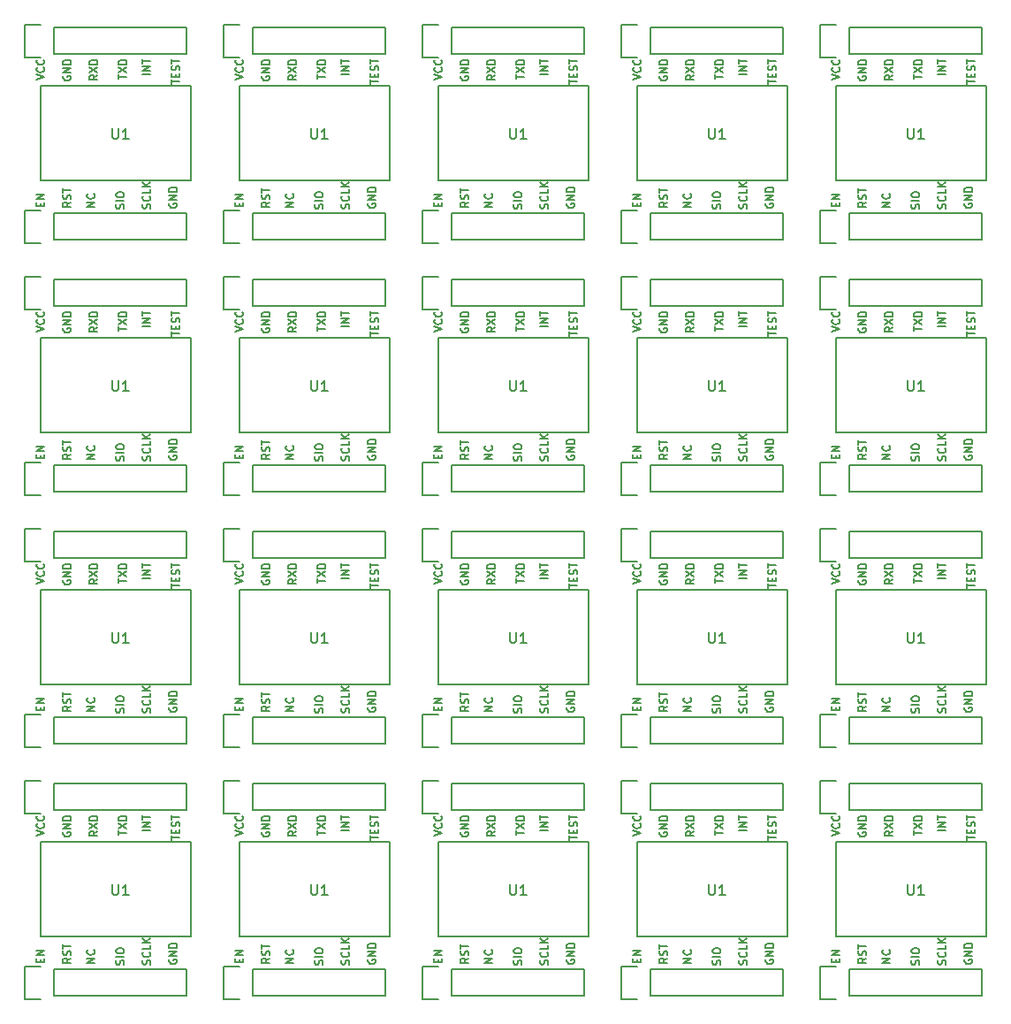
<source format=gto>
G04 #@! TF.FileFunction,Legend,Top*
%FSLAX46Y46*%
G04 Gerber Fmt 4.6, Leading zero omitted, Abs format (unit mm)*
G04 Created by KiCad (PCBNEW 4.1.0-alpha+201608131231+7028~46~ubuntu16.04.1-product) date Sat Aug 27 16:11:23 2016*
%MOMM*%
%LPD*%
G01*
G04 APERTURE LIST*
%ADD10C,0.100000*%
%ADD11C,0.150000*%
G04 APERTURE END LIST*
D10*
D11*
X63579285Y-68702928D02*
X64329285Y-68452928D01*
X63579285Y-68202928D01*
X64257857Y-67524357D02*
X64293571Y-67560071D01*
X64329285Y-67667214D01*
X64329285Y-67738642D01*
X64293571Y-67845785D01*
X64222142Y-67917214D01*
X64150714Y-67952928D01*
X64007857Y-67988642D01*
X63900714Y-67988642D01*
X63757857Y-67952928D01*
X63686428Y-67917214D01*
X63615000Y-67845785D01*
X63579285Y-67738642D01*
X63579285Y-67667214D01*
X63615000Y-67560071D01*
X63650714Y-67524357D01*
X64257857Y-66774357D02*
X64293571Y-66810071D01*
X64329285Y-66917214D01*
X64329285Y-66988642D01*
X64293571Y-67095785D01*
X64222142Y-67167214D01*
X64150714Y-67202928D01*
X64007857Y-67238642D01*
X63900714Y-67238642D01*
X63757857Y-67202928D01*
X63686428Y-67167214D01*
X63615000Y-67095785D01*
X63579285Y-66988642D01*
X63579285Y-66917214D01*
X63615000Y-66810071D01*
X63650714Y-66774357D01*
X66155000Y-68345785D02*
X66119285Y-68417214D01*
X66119285Y-68524357D01*
X66155000Y-68631500D01*
X66226428Y-68702928D01*
X66297857Y-68738642D01*
X66440714Y-68774357D01*
X66547857Y-68774357D01*
X66690714Y-68738642D01*
X66762142Y-68702928D01*
X66833571Y-68631500D01*
X66869285Y-68524357D01*
X66869285Y-68452928D01*
X66833571Y-68345785D01*
X66797857Y-68310071D01*
X66547857Y-68310071D01*
X66547857Y-68452928D01*
X66869285Y-67988642D02*
X66119285Y-67988642D01*
X66869285Y-67560071D01*
X66119285Y-67560071D01*
X66869285Y-67202928D02*
X66119285Y-67202928D01*
X66119285Y-67024357D01*
X66155000Y-66917214D01*
X66226428Y-66845785D01*
X66297857Y-66810071D01*
X66440714Y-66774357D01*
X66547857Y-66774357D01*
X66690714Y-66810071D01*
X66762142Y-66845785D01*
X66833571Y-66917214D01*
X66869285Y-67024357D01*
X66869285Y-67202928D01*
X69409285Y-68238642D02*
X69052142Y-68488642D01*
X69409285Y-68667214D02*
X68659285Y-68667214D01*
X68659285Y-68381500D01*
X68695000Y-68310071D01*
X68730714Y-68274357D01*
X68802142Y-68238642D01*
X68909285Y-68238642D01*
X68980714Y-68274357D01*
X69016428Y-68310071D01*
X69052142Y-68381500D01*
X69052142Y-68667214D01*
X68659285Y-67988642D02*
X69409285Y-67488642D01*
X68659285Y-67488642D02*
X69409285Y-67988642D01*
X69409285Y-67202928D02*
X68659285Y-67202928D01*
X68659285Y-67024357D01*
X68695000Y-66917214D01*
X68766428Y-66845785D01*
X68837857Y-66810071D01*
X68980714Y-66774357D01*
X69087857Y-66774357D01*
X69230714Y-66810071D01*
X69302142Y-66845785D01*
X69373571Y-66917214D01*
X69409285Y-67024357D01*
X69409285Y-67202928D01*
X82629285Y-68702928D02*
X83379285Y-68452928D01*
X82629285Y-68202928D01*
X83307857Y-67524357D02*
X83343571Y-67560071D01*
X83379285Y-67667214D01*
X83379285Y-67738642D01*
X83343571Y-67845785D01*
X83272142Y-67917214D01*
X83200714Y-67952928D01*
X83057857Y-67988642D01*
X82950714Y-67988642D01*
X82807857Y-67952928D01*
X82736428Y-67917214D01*
X82665000Y-67845785D01*
X82629285Y-67738642D01*
X82629285Y-67667214D01*
X82665000Y-67560071D01*
X82700714Y-67524357D01*
X83307857Y-66774357D02*
X83343571Y-66810071D01*
X83379285Y-66917214D01*
X83379285Y-66988642D01*
X83343571Y-67095785D01*
X83272142Y-67167214D01*
X83200714Y-67202928D01*
X83057857Y-67238642D01*
X82950714Y-67238642D01*
X82807857Y-67202928D01*
X82736428Y-67167214D01*
X82665000Y-67095785D01*
X82629285Y-66988642D01*
X82629285Y-66917214D01*
X82665000Y-66810071D01*
X82700714Y-66774357D01*
X76533285Y-69095785D02*
X76533285Y-68667214D01*
X77283285Y-68881500D02*
X76533285Y-68881500D01*
X76890428Y-68417214D02*
X76890428Y-68167214D01*
X77283285Y-68060071D02*
X77283285Y-68417214D01*
X76533285Y-68417214D01*
X76533285Y-68060071D01*
X77247571Y-67774357D02*
X77283285Y-67667214D01*
X77283285Y-67488642D01*
X77247571Y-67417214D01*
X77211857Y-67381500D01*
X77140428Y-67345785D01*
X77069000Y-67345785D01*
X76997571Y-67381500D01*
X76961857Y-67417214D01*
X76926142Y-67488642D01*
X76890428Y-67631500D01*
X76854714Y-67702928D01*
X76819000Y-67738642D01*
X76747571Y-67774357D01*
X76676142Y-67774357D01*
X76604714Y-67738642D01*
X76569000Y-67702928D01*
X76533285Y-67631500D01*
X76533285Y-67452928D01*
X76569000Y-67345785D01*
X76533285Y-67131500D02*
X76533285Y-66702928D01*
X77283285Y-66917214D02*
X76533285Y-66917214D01*
X71453285Y-68595785D02*
X71453285Y-68167214D01*
X72203285Y-68381500D02*
X71453285Y-68381500D01*
X71453285Y-67988642D02*
X72203285Y-67488642D01*
X71453285Y-67488642D02*
X72203285Y-67988642D01*
X72203285Y-67202928D02*
X71453285Y-67202928D01*
X71453285Y-67024357D01*
X71489000Y-66917214D01*
X71560428Y-66845785D01*
X71631857Y-66810071D01*
X71774714Y-66774357D01*
X71881857Y-66774357D01*
X72024714Y-66810071D01*
X72096142Y-66845785D01*
X72167571Y-66917214D01*
X72203285Y-67024357D01*
X72203285Y-67202928D01*
X74489285Y-68167214D02*
X73739285Y-68167214D01*
X74489285Y-67810071D02*
X73739285Y-67810071D01*
X74489285Y-67381500D01*
X73739285Y-67381500D01*
X73739285Y-67131500D02*
X73739285Y-66702928D01*
X74489285Y-66917214D02*
X73739285Y-66917214D01*
X63936428Y-80803571D02*
X63936428Y-80553571D01*
X64329285Y-80446428D02*
X64329285Y-80803571D01*
X63579285Y-80803571D01*
X63579285Y-80446428D01*
X64329285Y-80125000D02*
X63579285Y-80125000D01*
X64329285Y-79696428D01*
X63579285Y-79696428D01*
X82986428Y-80803571D02*
X82986428Y-80553571D01*
X83379285Y-80446428D02*
X83379285Y-80803571D01*
X82629285Y-80803571D01*
X82629285Y-80446428D01*
X83379285Y-80125000D02*
X82629285Y-80125000D01*
X83379285Y-79696428D01*
X82629285Y-79696428D01*
X71913571Y-81035714D02*
X71949285Y-80928571D01*
X71949285Y-80750000D01*
X71913571Y-80678571D01*
X71877857Y-80642857D01*
X71806428Y-80607142D01*
X71735000Y-80607142D01*
X71663571Y-80642857D01*
X71627857Y-80678571D01*
X71592142Y-80750000D01*
X71556428Y-80892857D01*
X71520714Y-80964285D01*
X71485000Y-81000000D01*
X71413571Y-81035714D01*
X71342142Y-81035714D01*
X71270714Y-81000000D01*
X71235000Y-80964285D01*
X71199285Y-80892857D01*
X71199285Y-80714285D01*
X71235000Y-80607142D01*
X71949285Y-80285714D02*
X71199285Y-80285714D01*
X71199285Y-79785714D02*
X71199285Y-79642857D01*
X71235000Y-79571428D01*
X71306428Y-79500000D01*
X71449285Y-79464285D01*
X71699285Y-79464285D01*
X71842142Y-79500000D01*
X71913571Y-79571428D01*
X71949285Y-79642857D01*
X71949285Y-79785714D01*
X71913571Y-79857142D01*
X71842142Y-79928571D01*
X71699285Y-79964285D01*
X71449285Y-79964285D01*
X71306428Y-79928571D01*
X71235000Y-79857142D01*
X71199285Y-79785714D01*
X76315000Y-80537785D02*
X76279285Y-80609214D01*
X76279285Y-80716357D01*
X76315000Y-80823500D01*
X76386428Y-80894928D01*
X76457857Y-80930642D01*
X76600714Y-80966357D01*
X76707857Y-80966357D01*
X76850714Y-80930642D01*
X76922142Y-80894928D01*
X76993571Y-80823500D01*
X77029285Y-80716357D01*
X77029285Y-80644928D01*
X76993571Y-80537785D01*
X76957857Y-80502071D01*
X76707857Y-80502071D01*
X76707857Y-80644928D01*
X77029285Y-80180642D02*
X76279285Y-80180642D01*
X77029285Y-79752071D01*
X76279285Y-79752071D01*
X77029285Y-79394928D02*
X76279285Y-79394928D01*
X76279285Y-79216357D01*
X76315000Y-79109214D01*
X76386428Y-79037785D01*
X76457857Y-79002071D01*
X76600714Y-78966357D01*
X76707857Y-78966357D01*
X76850714Y-79002071D01*
X76922142Y-79037785D01*
X76993571Y-79109214D01*
X77029285Y-79216357D01*
X77029285Y-79394928D01*
X74453571Y-81009857D02*
X74489285Y-80902714D01*
X74489285Y-80724142D01*
X74453571Y-80652714D01*
X74417857Y-80617000D01*
X74346428Y-80581285D01*
X74275000Y-80581285D01*
X74203571Y-80617000D01*
X74167857Y-80652714D01*
X74132142Y-80724142D01*
X74096428Y-80867000D01*
X74060714Y-80938428D01*
X74025000Y-80974142D01*
X73953571Y-81009857D01*
X73882142Y-81009857D01*
X73810714Y-80974142D01*
X73775000Y-80938428D01*
X73739285Y-80867000D01*
X73739285Y-80688428D01*
X73775000Y-80581285D01*
X74417857Y-79831285D02*
X74453571Y-79867000D01*
X74489285Y-79974142D01*
X74489285Y-80045571D01*
X74453571Y-80152714D01*
X74382142Y-80224142D01*
X74310714Y-80259857D01*
X74167857Y-80295571D01*
X74060714Y-80295571D01*
X73917857Y-80259857D01*
X73846428Y-80224142D01*
X73775000Y-80152714D01*
X73739285Y-80045571D01*
X73739285Y-79974142D01*
X73775000Y-79867000D01*
X73810714Y-79831285D01*
X74489285Y-79152714D02*
X74489285Y-79509857D01*
X73739285Y-79509857D01*
X74489285Y-78902714D02*
X73739285Y-78902714D01*
X74489285Y-78474142D02*
X74060714Y-78795571D01*
X73739285Y-78474142D02*
X74167857Y-78902714D01*
X69155285Y-80839285D02*
X68405285Y-80839285D01*
X69155285Y-80410714D01*
X68405285Y-80410714D01*
X69083857Y-79625000D02*
X69119571Y-79660714D01*
X69155285Y-79767857D01*
X69155285Y-79839285D01*
X69119571Y-79946428D01*
X69048142Y-80017857D01*
X68976714Y-80053571D01*
X68833857Y-80089285D01*
X68726714Y-80089285D01*
X68583857Y-80053571D01*
X68512428Y-80017857D01*
X68441000Y-79946428D01*
X68405285Y-79839285D01*
X68405285Y-79767857D01*
X68441000Y-79660714D01*
X68476714Y-79625000D01*
X66869285Y-80406714D02*
X66512142Y-80656714D01*
X66869285Y-80835285D02*
X66119285Y-80835285D01*
X66119285Y-80549571D01*
X66155000Y-80478142D01*
X66190714Y-80442428D01*
X66262142Y-80406714D01*
X66369285Y-80406714D01*
X66440714Y-80442428D01*
X66476428Y-80478142D01*
X66512142Y-80549571D01*
X66512142Y-80835285D01*
X66833571Y-80121000D02*
X66869285Y-80013857D01*
X66869285Y-79835285D01*
X66833571Y-79763857D01*
X66797857Y-79728142D01*
X66726428Y-79692428D01*
X66655000Y-79692428D01*
X66583571Y-79728142D01*
X66547857Y-79763857D01*
X66512142Y-79835285D01*
X66476428Y-79978142D01*
X66440714Y-80049571D01*
X66405000Y-80085285D01*
X66333571Y-80121000D01*
X66262142Y-80121000D01*
X66190714Y-80085285D01*
X66155000Y-80049571D01*
X66119285Y-79978142D01*
X66119285Y-79799571D01*
X66155000Y-79692428D01*
X66119285Y-79478142D02*
X66119285Y-79049571D01*
X66869285Y-79263857D02*
X66119285Y-79263857D01*
X71453285Y-92725785D02*
X71453285Y-92297214D01*
X72203285Y-92511500D02*
X71453285Y-92511500D01*
X71453285Y-92118642D02*
X72203285Y-91618642D01*
X71453285Y-91618642D02*
X72203285Y-92118642D01*
X72203285Y-91332928D02*
X71453285Y-91332928D01*
X71453285Y-91154357D01*
X71489000Y-91047214D01*
X71560428Y-90975785D01*
X71631857Y-90940071D01*
X71774714Y-90904357D01*
X71881857Y-90904357D01*
X72024714Y-90940071D01*
X72096142Y-90975785D01*
X72167571Y-91047214D01*
X72203285Y-91154357D01*
X72203285Y-91332928D01*
X76533285Y-93225785D02*
X76533285Y-92797214D01*
X77283285Y-93011500D02*
X76533285Y-93011500D01*
X76890428Y-92547214D02*
X76890428Y-92297214D01*
X77283285Y-92190071D02*
X77283285Y-92547214D01*
X76533285Y-92547214D01*
X76533285Y-92190071D01*
X77247571Y-91904357D02*
X77283285Y-91797214D01*
X77283285Y-91618642D01*
X77247571Y-91547214D01*
X77211857Y-91511500D01*
X77140428Y-91475785D01*
X77069000Y-91475785D01*
X76997571Y-91511500D01*
X76961857Y-91547214D01*
X76926142Y-91618642D01*
X76890428Y-91761500D01*
X76854714Y-91832928D01*
X76819000Y-91868642D01*
X76747571Y-91904357D01*
X76676142Y-91904357D01*
X76604714Y-91868642D01*
X76569000Y-91832928D01*
X76533285Y-91761500D01*
X76533285Y-91582928D01*
X76569000Y-91475785D01*
X76533285Y-91261500D02*
X76533285Y-90832928D01*
X77283285Y-91047214D02*
X76533285Y-91047214D01*
X74489285Y-92297214D02*
X73739285Y-92297214D01*
X74489285Y-91940071D02*
X73739285Y-91940071D01*
X74489285Y-91511500D01*
X73739285Y-91511500D01*
X73739285Y-91261500D02*
X73739285Y-90832928D01*
X74489285Y-91047214D02*
X73739285Y-91047214D01*
X63579285Y-92832928D02*
X64329285Y-92582928D01*
X63579285Y-92332928D01*
X64257857Y-91654357D02*
X64293571Y-91690071D01*
X64329285Y-91797214D01*
X64329285Y-91868642D01*
X64293571Y-91975785D01*
X64222142Y-92047214D01*
X64150714Y-92082928D01*
X64007857Y-92118642D01*
X63900714Y-92118642D01*
X63757857Y-92082928D01*
X63686428Y-92047214D01*
X63615000Y-91975785D01*
X63579285Y-91868642D01*
X63579285Y-91797214D01*
X63615000Y-91690071D01*
X63650714Y-91654357D01*
X64257857Y-90904357D02*
X64293571Y-90940071D01*
X64329285Y-91047214D01*
X64329285Y-91118642D01*
X64293571Y-91225785D01*
X64222142Y-91297214D01*
X64150714Y-91332928D01*
X64007857Y-91368642D01*
X63900714Y-91368642D01*
X63757857Y-91332928D01*
X63686428Y-91297214D01*
X63615000Y-91225785D01*
X63579285Y-91118642D01*
X63579285Y-91047214D01*
X63615000Y-90940071D01*
X63650714Y-90904357D01*
X69409285Y-92368642D02*
X69052142Y-92618642D01*
X69409285Y-92797214D02*
X68659285Y-92797214D01*
X68659285Y-92511500D01*
X68695000Y-92440071D01*
X68730714Y-92404357D01*
X68802142Y-92368642D01*
X68909285Y-92368642D01*
X68980714Y-92404357D01*
X69016428Y-92440071D01*
X69052142Y-92511500D01*
X69052142Y-92797214D01*
X68659285Y-92118642D02*
X69409285Y-91618642D01*
X68659285Y-91618642D02*
X69409285Y-92118642D01*
X69409285Y-91332928D02*
X68659285Y-91332928D01*
X68659285Y-91154357D01*
X68695000Y-91047214D01*
X68766428Y-90975785D01*
X68837857Y-90940071D01*
X68980714Y-90904357D01*
X69087857Y-90904357D01*
X69230714Y-90940071D01*
X69302142Y-90975785D01*
X69373571Y-91047214D01*
X69409285Y-91154357D01*
X69409285Y-91332928D01*
X66155000Y-92475785D02*
X66119285Y-92547214D01*
X66119285Y-92654357D01*
X66155000Y-92761500D01*
X66226428Y-92832928D01*
X66297857Y-92868642D01*
X66440714Y-92904357D01*
X66547857Y-92904357D01*
X66690714Y-92868642D01*
X66762142Y-92832928D01*
X66833571Y-92761500D01*
X66869285Y-92654357D01*
X66869285Y-92582928D01*
X66833571Y-92475785D01*
X66797857Y-92440071D01*
X66547857Y-92440071D01*
X66547857Y-92582928D01*
X66869285Y-92118642D02*
X66119285Y-92118642D01*
X66869285Y-91690071D01*
X66119285Y-91690071D01*
X66869285Y-91332928D02*
X66119285Y-91332928D01*
X66119285Y-91154357D01*
X66155000Y-91047214D01*
X66226428Y-90975785D01*
X66297857Y-90940071D01*
X66440714Y-90904357D01*
X66547857Y-90904357D01*
X66690714Y-90940071D01*
X66762142Y-90975785D01*
X66833571Y-91047214D01*
X66869285Y-91154357D01*
X66869285Y-91332928D01*
X66869285Y-104536714D02*
X66512142Y-104786714D01*
X66869285Y-104965285D02*
X66119285Y-104965285D01*
X66119285Y-104679571D01*
X66155000Y-104608142D01*
X66190714Y-104572428D01*
X66262142Y-104536714D01*
X66369285Y-104536714D01*
X66440714Y-104572428D01*
X66476428Y-104608142D01*
X66512142Y-104679571D01*
X66512142Y-104965285D01*
X66833571Y-104251000D02*
X66869285Y-104143857D01*
X66869285Y-103965285D01*
X66833571Y-103893857D01*
X66797857Y-103858142D01*
X66726428Y-103822428D01*
X66655000Y-103822428D01*
X66583571Y-103858142D01*
X66547857Y-103893857D01*
X66512142Y-103965285D01*
X66476428Y-104108142D01*
X66440714Y-104179571D01*
X66405000Y-104215285D01*
X66333571Y-104251000D01*
X66262142Y-104251000D01*
X66190714Y-104215285D01*
X66155000Y-104179571D01*
X66119285Y-104108142D01*
X66119285Y-103929571D01*
X66155000Y-103822428D01*
X66119285Y-103608142D02*
X66119285Y-103179571D01*
X66869285Y-103393857D02*
X66119285Y-103393857D01*
X69155285Y-104969285D02*
X68405285Y-104969285D01*
X69155285Y-104540714D01*
X68405285Y-104540714D01*
X69083857Y-103755000D02*
X69119571Y-103790714D01*
X69155285Y-103897857D01*
X69155285Y-103969285D01*
X69119571Y-104076428D01*
X69048142Y-104147857D01*
X68976714Y-104183571D01*
X68833857Y-104219285D01*
X68726714Y-104219285D01*
X68583857Y-104183571D01*
X68512428Y-104147857D01*
X68441000Y-104076428D01*
X68405285Y-103969285D01*
X68405285Y-103897857D01*
X68441000Y-103790714D01*
X68476714Y-103755000D01*
X74453571Y-105139857D02*
X74489285Y-105032714D01*
X74489285Y-104854142D01*
X74453571Y-104782714D01*
X74417857Y-104747000D01*
X74346428Y-104711285D01*
X74275000Y-104711285D01*
X74203571Y-104747000D01*
X74167857Y-104782714D01*
X74132142Y-104854142D01*
X74096428Y-104997000D01*
X74060714Y-105068428D01*
X74025000Y-105104142D01*
X73953571Y-105139857D01*
X73882142Y-105139857D01*
X73810714Y-105104142D01*
X73775000Y-105068428D01*
X73739285Y-104997000D01*
X73739285Y-104818428D01*
X73775000Y-104711285D01*
X74417857Y-103961285D02*
X74453571Y-103997000D01*
X74489285Y-104104142D01*
X74489285Y-104175571D01*
X74453571Y-104282714D01*
X74382142Y-104354142D01*
X74310714Y-104389857D01*
X74167857Y-104425571D01*
X74060714Y-104425571D01*
X73917857Y-104389857D01*
X73846428Y-104354142D01*
X73775000Y-104282714D01*
X73739285Y-104175571D01*
X73739285Y-104104142D01*
X73775000Y-103997000D01*
X73810714Y-103961285D01*
X74489285Y-103282714D02*
X74489285Y-103639857D01*
X73739285Y-103639857D01*
X74489285Y-103032714D02*
X73739285Y-103032714D01*
X74489285Y-102604142D02*
X74060714Y-102925571D01*
X73739285Y-102604142D02*
X74167857Y-103032714D01*
X76315000Y-104667785D02*
X76279285Y-104739214D01*
X76279285Y-104846357D01*
X76315000Y-104953500D01*
X76386428Y-105024928D01*
X76457857Y-105060642D01*
X76600714Y-105096357D01*
X76707857Y-105096357D01*
X76850714Y-105060642D01*
X76922142Y-105024928D01*
X76993571Y-104953500D01*
X77029285Y-104846357D01*
X77029285Y-104774928D01*
X76993571Y-104667785D01*
X76957857Y-104632071D01*
X76707857Y-104632071D01*
X76707857Y-104774928D01*
X77029285Y-104310642D02*
X76279285Y-104310642D01*
X77029285Y-103882071D01*
X76279285Y-103882071D01*
X77029285Y-103524928D02*
X76279285Y-103524928D01*
X76279285Y-103346357D01*
X76315000Y-103239214D01*
X76386428Y-103167785D01*
X76457857Y-103132071D01*
X76600714Y-103096357D01*
X76707857Y-103096357D01*
X76850714Y-103132071D01*
X76922142Y-103167785D01*
X76993571Y-103239214D01*
X77029285Y-103346357D01*
X77029285Y-103524928D01*
X71913571Y-105165714D02*
X71949285Y-105058571D01*
X71949285Y-104880000D01*
X71913571Y-104808571D01*
X71877857Y-104772857D01*
X71806428Y-104737142D01*
X71735000Y-104737142D01*
X71663571Y-104772857D01*
X71627857Y-104808571D01*
X71592142Y-104880000D01*
X71556428Y-105022857D01*
X71520714Y-105094285D01*
X71485000Y-105130000D01*
X71413571Y-105165714D01*
X71342142Y-105165714D01*
X71270714Y-105130000D01*
X71235000Y-105094285D01*
X71199285Y-105022857D01*
X71199285Y-104844285D01*
X71235000Y-104737142D01*
X71949285Y-104415714D02*
X71199285Y-104415714D01*
X71199285Y-103915714D02*
X71199285Y-103772857D01*
X71235000Y-103701428D01*
X71306428Y-103630000D01*
X71449285Y-103594285D01*
X71699285Y-103594285D01*
X71842142Y-103630000D01*
X71913571Y-103701428D01*
X71949285Y-103772857D01*
X71949285Y-103915714D01*
X71913571Y-103987142D01*
X71842142Y-104058571D01*
X71699285Y-104094285D01*
X71449285Y-104094285D01*
X71306428Y-104058571D01*
X71235000Y-103987142D01*
X71199285Y-103915714D01*
X63936428Y-104933571D02*
X63936428Y-104683571D01*
X64329285Y-104576428D02*
X64329285Y-104933571D01*
X63579285Y-104933571D01*
X63579285Y-104576428D01*
X64329285Y-104255000D02*
X63579285Y-104255000D01*
X64329285Y-103826428D01*
X63579285Y-103826428D01*
X107509285Y-68238642D02*
X107152142Y-68488642D01*
X107509285Y-68667214D02*
X106759285Y-68667214D01*
X106759285Y-68381500D01*
X106795000Y-68310071D01*
X106830714Y-68274357D01*
X106902142Y-68238642D01*
X107009285Y-68238642D01*
X107080714Y-68274357D01*
X107116428Y-68310071D01*
X107152142Y-68381500D01*
X107152142Y-68667214D01*
X106759285Y-67988642D02*
X107509285Y-67488642D01*
X106759285Y-67488642D02*
X107509285Y-67988642D01*
X107509285Y-67202928D02*
X106759285Y-67202928D01*
X106759285Y-67024357D01*
X106795000Y-66917214D01*
X106866428Y-66845785D01*
X106937857Y-66810071D01*
X107080714Y-66774357D01*
X107187857Y-66774357D01*
X107330714Y-66810071D01*
X107402142Y-66845785D01*
X107473571Y-66917214D01*
X107509285Y-67024357D01*
X107509285Y-67202928D01*
X112589285Y-68167214D02*
X111839285Y-68167214D01*
X112589285Y-67810071D02*
X111839285Y-67810071D01*
X112589285Y-67381500D01*
X111839285Y-67381500D01*
X111839285Y-67131500D02*
X111839285Y-66702928D01*
X112589285Y-66917214D02*
X111839285Y-66917214D01*
X104255000Y-68345785D02*
X104219285Y-68417214D01*
X104219285Y-68524357D01*
X104255000Y-68631500D01*
X104326428Y-68702928D01*
X104397857Y-68738642D01*
X104540714Y-68774357D01*
X104647857Y-68774357D01*
X104790714Y-68738642D01*
X104862142Y-68702928D01*
X104933571Y-68631500D01*
X104969285Y-68524357D01*
X104969285Y-68452928D01*
X104933571Y-68345785D01*
X104897857Y-68310071D01*
X104647857Y-68310071D01*
X104647857Y-68452928D01*
X104969285Y-67988642D02*
X104219285Y-67988642D01*
X104969285Y-67560071D01*
X104219285Y-67560071D01*
X104969285Y-67202928D02*
X104219285Y-67202928D01*
X104219285Y-67024357D01*
X104255000Y-66917214D01*
X104326428Y-66845785D01*
X104397857Y-66810071D01*
X104540714Y-66774357D01*
X104647857Y-66774357D01*
X104790714Y-66810071D01*
X104862142Y-66845785D01*
X104933571Y-66917214D01*
X104969285Y-67024357D01*
X104969285Y-67202928D01*
X109553285Y-68595785D02*
X109553285Y-68167214D01*
X110303285Y-68381500D02*
X109553285Y-68381500D01*
X109553285Y-67988642D02*
X110303285Y-67488642D01*
X109553285Y-67488642D02*
X110303285Y-67988642D01*
X110303285Y-67202928D02*
X109553285Y-67202928D01*
X109553285Y-67024357D01*
X109589000Y-66917214D01*
X109660428Y-66845785D01*
X109731857Y-66810071D01*
X109874714Y-66774357D01*
X109981857Y-66774357D01*
X110124714Y-66810071D01*
X110196142Y-66845785D01*
X110267571Y-66917214D01*
X110303285Y-67024357D01*
X110303285Y-67202928D01*
X110013571Y-81035714D02*
X110049285Y-80928571D01*
X110049285Y-80750000D01*
X110013571Y-80678571D01*
X109977857Y-80642857D01*
X109906428Y-80607142D01*
X109835000Y-80607142D01*
X109763571Y-80642857D01*
X109727857Y-80678571D01*
X109692142Y-80750000D01*
X109656428Y-80892857D01*
X109620714Y-80964285D01*
X109585000Y-81000000D01*
X109513571Y-81035714D01*
X109442142Y-81035714D01*
X109370714Y-81000000D01*
X109335000Y-80964285D01*
X109299285Y-80892857D01*
X109299285Y-80714285D01*
X109335000Y-80607142D01*
X110049285Y-80285714D02*
X109299285Y-80285714D01*
X109299285Y-79785714D02*
X109299285Y-79642857D01*
X109335000Y-79571428D01*
X109406428Y-79500000D01*
X109549285Y-79464285D01*
X109799285Y-79464285D01*
X109942142Y-79500000D01*
X110013571Y-79571428D01*
X110049285Y-79642857D01*
X110049285Y-79785714D01*
X110013571Y-79857142D01*
X109942142Y-79928571D01*
X109799285Y-79964285D01*
X109549285Y-79964285D01*
X109406428Y-79928571D01*
X109335000Y-79857142D01*
X109299285Y-79785714D01*
X107255285Y-80839285D02*
X106505285Y-80839285D01*
X107255285Y-80410714D01*
X106505285Y-80410714D01*
X107183857Y-79625000D02*
X107219571Y-79660714D01*
X107255285Y-79767857D01*
X107255285Y-79839285D01*
X107219571Y-79946428D01*
X107148142Y-80017857D01*
X107076714Y-80053571D01*
X106933857Y-80089285D01*
X106826714Y-80089285D01*
X106683857Y-80053571D01*
X106612428Y-80017857D01*
X106541000Y-79946428D01*
X106505285Y-79839285D01*
X106505285Y-79767857D01*
X106541000Y-79660714D01*
X106576714Y-79625000D01*
X104969285Y-80406714D02*
X104612142Y-80656714D01*
X104969285Y-80835285D02*
X104219285Y-80835285D01*
X104219285Y-80549571D01*
X104255000Y-80478142D01*
X104290714Y-80442428D01*
X104362142Y-80406714D01*
X104469285Y-80406714D01*
X104540714Y-80442428D01*
X104576428Y-80478142D01*
X104612142Y-80549571D01*
X104612142Y-80835285D01*
X104933571Y-80121000D02*
X104969285Y-80013857D01*
X104969285Y-79835285D01*
X104933571Y-79763857D01*
X104897857Y-79728142D01*
X104826428Y-79692428D01*
X104755000Y-79692428D01*
X104683571Y-79728142D01*
X104647857Y-79763857D01*
X104612142Y-79835285D01*
X104576428Y-79978142D01*
X104540714Y-80049571D01*
X104505000Y-80085285D01*
X104433571Y-80121000D01*
X104362142Y-80121000D01*
X104290714Y-80085285D01*
X104255000Y-80049571D01*
X104219285Y-79978142D01*
X104219285Y-79799571D01*
X104255000Y-79692428D01*
X104219285Y-79478142D02*
X104219285Y-79049571D01*
X104969285Y-79263857D02*
X104219285Y-79263857D01*
X114415000Y-80537785D02*
X114379285Y-80609214D01*
X114379285Y-80716357D01*
X114415000Y-80823500D01*
X114486428Y-80894928D01*
X114557857Y-80930642D01*
X114700714Y-80966357D01*
X114807857Y-80966357D01*
X114950714Y-80930642D01*
X115022142Y-80894928D01*
X115093571Y-80823500D01*
X115129285Y-80716357D01*
X115129285Y-80644928D01*
X115093571Y-80537785D01*
X115057857Y-80502071D01*
X114807857Y-80502071D01*
X114807857Y-80644928D01*
X115129285Y-80180642D02*
X114379285Y-80180642D01*
X115129285Y-79752071D01*
X114379285Y-79752071D01*
X115129285Y-79394928D02*
X114379285Y-79394928D01*
X114379285Y-79216357D01*
X114415000Y-79109214D01*
X114486428Y-79037785D01*
X114557857Y-79002071D01*
X114700714Y-78966357D01*
X114807857Y-78966357D01*
X114950714Y-79002071D01*
X115022142Y-79037785D01*
X115093571Y-79109214D01*
X115129285Y-79216357D01*
X115129285Y-79394928D01*
X112553571Y-81009857D02*
X112589285Y-80902714D01*
X112589285Y-80724142D01*
X112553571Y-80652714D01*
X112517857Y-80617000D01*
X112446428Y-80581285D01*
X112375000Y-80581285D01*
X112303571Y-80617000D01*
X112267857Y-80652714D01*
X112232142Y-80724142D01*
X112196428Y-80867000D01*
X112160714Y-80938428D01*
X112125000Y-80974142D01*
X112053571Y-81009857D01*
X111982142Y-81009857D01*
X111910714Y-80974142D01*
X111875000Y-80938428D01*
X111839285Y-80867000D01*
X111839285Y-80688428D01*
X111875000Y-80581285D01*
X112517857Y-79831285D02*
X112553571Y-79867000D01*
X112589285Y-79974142D01*
X112589285Y-80045571D01*
X112553571Y-80152714D01*
X112482142Y-80224142D01*
X112410714Y-80259857D01*
X112267857Y-80295571D01*
X112160714Y-80295571D01*
X112017857Y-80259857D01*
X111946428Y-80224142D01*
X111875000Y-80152714D01*
X111839285Y-80045571D01*
X111839285Y-79974142D01*
X111875000Y-79867000D01*
X111910714Y-79831285D01*
X112589285Y-79152714D02*
X112589285Y-79509857D01*
X111839285Y-79509857D01*
X112589285Y-78902714D02*
X111839285Y-78902714D01*
X112589285Y-78474142D02*
X112160714Y-78795571D01*
X111839285Y-78474142D02*
X112267857Y-78902714D01*
X114633285Y-69095785D02*
X114633285Y-68667214D01*
X115383285Y-68881500D02*
X114633285Y-68881500D01*
X114990428Y-68417214D02*
X114990428Y-68167214D01*
X115383285Y-68060071D02*
X115383285Y-68417214D01*
X114633285Y-68417214D01*
X114633285Y-68060071D01*
X115347571Y-67774357D02*
X115383285Y-67667214D01*
X115383285Y-67488642D01*
X115347571Y-67417214D01*
X115311857Y-67381500D01*
X115240428Y-67345785D01*
X115169000Y-67345785D01*
X115097571Y-67381500D01*
X115061857Y-67417214D01*
X115026142Y-67488642D01*
X114990428Y-67631500D01*
X114954714Y-67702928D01*
X114919000Y-67738642D01*
X114847571Y-67774357D01*
X114776142Y-67774357D01*
X114704714Y-67738642D01*
X114669000Y-67702928D01*
X114633285Y-67631500D01*
X114633285Y-67452928D01*
X114669000Y-67345785D01*
X114633285Y-67131500D02*
X114633285Y-66702928D01*
X115383285Y-66917214D02*
X114633285Y-66917214D01*
X90963571Y-81035714D02*
X90999285Y-80928571D01*
X90999285Y-80750000D01*
X90963571Y-80678571D01*
X90927857Y-80642857D01*
X90856428Y-80607142D01*
X90785000Y-80607142D01*
X90713571Y-80642857D01*
X90677857Y-80678571D01*
X90642142Y-80750000D01*
X90606428Y-80892857D01*
X90570714Y-80964285D01*
X90535000Y-81000000D01*
X90463571Y-81035714D01*
X90392142Y-81035714D01*
X90320714Y-81000000D01*
X90285000Y-80964285D01*
X90249285Y-80892857D01*
X90249285Y-80714285D01*
X90285000Y-80607142D01*
X90999285Y-80285714D02*
X90249285Y-80285714D01*
X90249285Y-79785714D02*
X90249285Y-79642857D01*
X90285000Y-79571428D01*
X90356428Y-79500000D01*
X90499285Y-79464285D01*
X90749285Y-79464285D01*
X90892142Y-79500000D01*
X90963571Y-79571428D01*
X90999285Y-79642857D01*
X90999285Y-79785714D01*
X90963571Y-79857142D01*
X90892142Y-79928571D01*
X90749285Y-79964285D01*
X90499285Y-79964285D01*
X90356428Y-79928571D01*
X90285000Y-79857142D01*
X90249285Y-79785714D01*
X95365000Y-80537785D02*
X95329285Y-80609214D01*
X95329285Y-80716357D01*
X95365000Y-80823500D01*
X95436428Y-80894928D01*
X95507857Y-80930642D01*
X95650714Y-80966357D01*
X95757857Y-80966357D01*
X95900714Y-80930642D01*
X95972142Y-80894928D01*
X96043571Y-80823500D01*
X96079285Y-80716357D01*
X96079285Y-80644928D01*
X96043571Y-80537785D01*
X96007857Y-80502071D01*
X95757857Y-80502071D01*
X95757857Y-80644928D01*
X96079285Y-80180642D02*
X95329285Y-80180642D01*
X96079285Y-79752071D01*
X95329285Y-79752071D01*
X96079285Y-79394928D02*
X95329285Y-79394928D01*
X95329285Y-79216357D01*
X95365000Y-79109214D01*
X95436428Y-79037785D01*
X95507857Y-79002071D01*
X95650714Y-78966357D01*
X95757857Y-78966357D01*
X95900714Y-79002071D01*
X95972142Y-79037785D01*
X96043571Y-79109214D01*
X96079285Y-79216357D01*
X96079285Y-79394928D01*
X102036428Y-80803571D02*
X102036428Y-80553571D01*
X102429285Y-80446428D02*
X102429285Y-80803571D01*
X101679285Y-80803571D01*
X101679285Y-80446428D01*
X102429285Y-80125000D02*
X101679285Y-80125000D01*
X102429285Y-79696428D01*
X101679285Y-79696428D01*
X93503571Y-81009857D02*
X93539285Y-80902714D01*
X93539285Y-80724142D01*
X93503571Y-80652714D01*
X93467857Y-80617000D01*
X93396428Y-80581285D01*
X93325000Y-80581285D01*
X93253571Y-80617000D01*
X93217857Y-80652714D01*
X93182142Y-80724142D01*
X93146428Y-80867000D01*
X93110714Y-80938428D01*
X93075000Y-80974142D01*
X93003571Y-81009857D01*
X92932142Y-81009857D01*
X92860714Y-80974142D01*
X92825000Y-80938428D01*
X92789285Y-80867000D01*
X92789285Y-80688428D01*
X92825000Y-80581285D01*
X93467857Y-79831285D02*
X93503571Y-79867000D01*
X93539285Y-79974142D01*
X93539285Y-80045571D01*
X93503571Y-80152714D01*
X93432142Y-80224142D01*
X93360714Y-80259857D01*
X93217857Y-80295571D01*
X93110714Y-80295571D01*
X92967857Y-80259857D01*
X92896428Y-80224142D01*
X92825000Y-80152714D01*
X92789285Y-80045571D01*
X92789285Y-79974142D01*
X92825000Y-79867000D01*
X92860714Y-79831285D01*
X93539285Y-79152714D02*
X93539285Y-79509857D01*
X92789285Y-79509857D01*
X93539285Y-78902714D02*
X92789285Y-78902714D01*
X93539285Y-78474142D02*
X93110714Y-78795571D01*
X92789285Y-78474142D02*
X93217857Y-78902714D01*
X88205285Y-80839285D02*
X87455285Y-80839285D01*
X88205285Y-80410714D01*
X87455285Y-80410714D01*
X88133857Y-79625000D02*
X88169571Y-79660714D01*
X88205285Y-79767857D01*
X88205285Y-79839285D01*
X88169571Y-79946428D01*
X88098142Y-80017857D01*
X88026714Y-80053571D01*
X87883857Y-80089285D01*
X87776714Y-80089285D01*
X87633857Y-80053571D01*
X87562428Y-80017857D01*
X87491000Y-79946428D01*
X87455285Y-79839285D01*
X87455285Y-79767857D01*
X87491000Y-79660714D01*
X87526714Y-79625000D01*
X85205000Y-68345785D02*
X85169285Y-68417214D01*
X85169285Y-68524357D01*
X85205000Y-68631500D01*
X85276428Y-68702928D01*
X85347857Y-68738642D01*
X85490714Y-68774357D01*
X85597857Y-68774357D01*
X85740714Y-68738642D01*
X85812142Y-68702928D01*
X85883571Y-68631500D01*
X85919285Y-68524357D01*
X85919285Y-68452928D01*
X85883571Y-68345785D01*
X85847857Y-68310071D01*
X85597857Y-68310071D01*
X85597857Y-68452928D01*
X85919285Y-67988642D02*
X85169285Y-67988642D01*
X85919285Y-67560071D01*
X85169285Y-67560071D01*
X85919285Y-67202928D02*
X85169285Y-67202928D01*
X85169285Y-67024357D01*
X85205000Y-66917214D01*
X85276428Y-66845785D01*
X85347857Y-66810071D01*
X85490714Y-66774357D01*
X85597857Y-66774357D01*
X85740714Y-66810071D01*
X85812142Y-66845785D01*
X85883571Y-66917214D01*
X85919285Y-67024357D01*
X85919285Y-67202928D01*
X88459285Y-68238642D02*
X88102142Y-68488642D01*
X88459285Y-68667214D02*
X87709285Y-68667214D01*
X87709285Y-68381500D01*
X87745000Y-68310071D01*
X87780714Y-68274357D01*
X87852142Y-68238642D01*
X87959285Y-68238642D01*
X88030714Y-68274357D01*
X88066428Y-68310071D01*
X88102142Y-68381500D01*
X88102142Y-68667214D01*
X87709285Y-67988642D02*
X88459285Y-67488642D01*
X87709285Y-67488642D02*
X88459285Y-67988642D01*
X88459285Y-67202928D02*
X87709285Y-67202928D01*
X87709285Y-67024357D01*
X87745000Y-66917214D01*
X87816428Y-66845785D01*
X87887857Y-66810071D01*
X88030714Y-66774357D01*
X88137857Y-66774357D01*
X88280714Y-66810071D01*
X88352142Y-66845785D01*
X88423571Y-66917214D01*
X88459285Y-67024357D01*
X88459285Y-67202928D01*
X85919285Y-80406714D02*
X85562142Y-80656714D01*
X85919285Y-80835285D02*
X85169285Y-80835285D01*
X85169285Y-80549571D01*
X85205000Y-80478142D01*
X85240714Y-80442428D01*
X85312142Y-80406714D01*
X85419285Y-80406714D01*
X85490714Y-80442428D01*
X85526428Y-80478142D01*
X85562142Y-80549571D01*
X85562142Y-80835285D01*
X85883571Y-80121000D02*
X85919285Y-80013857D01*
X85919285Y-79835285D01*
X85883571Y-79763857D01*
X85847857Y-79728142D01*
X85776428Y-79692428D01*
X85705000Y-79692428D01*
X85633571Y-79728142D01*
X85597857Y-79763857D01*
X85562142Y-79835285D01*
X85526428Y-79978142D01*
X85490714Y-80049571D01*
X85455000Y-80085285D01*
X85383571Y-80121000D01*
X85312142Y-80121000D01*
X85240714Y-80085285D01*
X85205000Y-80049571D01*
X85169285Y-79978142D01*
X85169285Y-79799571D01*
X85205000Y-79692428D01*
X85169285Y-79478142D02*
X85169285Y-79049571D01*
X85919285Y-79263857D02*
X85169285Y-79263857D01*
X93539285Y-68167214D02*
X92789285Y-68167214D01*
X93539285Y-67810071D02*
X92789285Y-67810071D01*
X93539285Y-67381500D01*
X92789285Y-67381500D01*
X92789285Y-67131500D02*
X92789285Y-66702928D01*
X93539285Y-66917214D02*
X92789285Y-66917214D01*
X95583285Y-69095785D02*
X95583285Y-68667214D01*
X96333285Y-68881500D02*
X95583285Y-68881500D01*
X95940428Y-68417214D02*
X95940428Y-68167214D01*
X96333285Y-68060071D02*
X96333285Y-68417214D01*
X95583285Y-68417214D01*
X95583285Y-68060071D01*
X96297571Y-67774357D02*
X96333285Y-67667214D01*
X96333285Y-67488642D01*
X96297571Y-67417214D01*
X96261857Y-67381500D01*
X96190428Y-67345785D01*
X96119000Y-67345785D01*
X96047571Y-67381500D01*
X96011857Y-67417214D01*
X95976142Y-67488642D01*
X95940428Y-67631500D01*
X95904714Y-67702928D01*
X95869000Y-67738642D01*
X95797571Y-67774357D01*
X95726142Y-67774357D01*
X95654714Y-67738642D01*
X95619000Y-67702928D01*
X95583285Y-67631500D01*
X95583285Y-67452928D01*
X95619000Y-67345785D01*
X95583285Y-67131500D02*
X95583285Y-66702928D01*
X96333285Y-66917214D02*
X95583285Y-66917214D01*
X90503285Y-68595785D02*
X90503285Y-68167214D01*
X91253285Y-68381500D02*
X90503285Y-68381500D01*
X90503285Y-67988642D02*
X91253285Y-67488642D01*
X90503285Y-67488642D02*
X91253285Y-67988642D01*
X91253285Y-67202928D02*
X90503285Y-67202928D01*
X90503285Y-67024357D01*
X90539000Y-66917214D01*
X90610428Y-66845785D01*
X90681857Y-66810071D01*
X90824714Y-66774357D01*
X90931857Y-66774357D01*
X91074714Y-66810071D01*
X91146142Y-66845785D01*
X91217571Y-66917214D01*
X91253285Y-67024357D01*
X91253285Y-67202928D01*
X101679285Y-68702928D02*
X102429285Y-68452928D01*
X101679285Y-68202928D01*
X102357857Y-67524357D02*
X102393571Y-67560071D01*
X102429285Y-67667214D01*
X102429285Y-67738642D01*
X102393571Y-67845785D01*
X102322142Y-67917214D01*
X102250714Y-67952928D01*
X102107857Y-67988642D01*
X102000714Y-67988642D01*
X101857857Y-67952928D01*
X101786428Y-67917214D01*
X101715000Y-67845785D01*
X101679285Y-67738642D01*
X101679285Y-67667214D01*
X101715000Y-67560071D01*
X101750714Y-67524357D01*
X102357857Y-66774357D02*
X102393571Y-66810071D01*
X102429285Y-66917214D01*
X102429285Y-66988642D01*
X102393571Y-67095785D01*
X102322142Y-67167214D01*
X102250714Y-67202928D01*
X102107857Y-67238642D01*
X102000714Y-67238642D01*
X101857857Y-67202928D01*
X101786428Y-67167214D01*
X101715000Y-67095785D01*
X101679285Y-66988642D01*
X101679285Y-66917214D01*
X101715000Y-66810071D01*
X101750714Y-66774357D01*
X109553285Y-92725785D02*
X109553285Y-92297214D01*
X110303285Y-92511500D02*
X109553285Y-92511500D01*
X109553285Y-92118642D02*
X110303285Y-91618642D01*
X109553285Y-91618642D02*
X110303285Y-92118642D01*
X110303285Y-91332928D02*
X109553285Y-91332928D01*
X109553285Y-91154357D01*
X109589000Y-91047214D01*
X109660428Y-90975785D01*
X109731857Y-90940071D01*
X109874714Y-90904357D01*
X109981857Y-90904357D01*
X110124714Y-90940071D01*
X110196142Y-90975785D01*
X110267571Y-91047214D01*
X110303285Y-91154357D01*
X110303285Y-91332928D01*
X114633285Y-93225785D02*
X114633285Y-92797214D01*
X115383285Y-93011500D02*
X114633285Y-93011500D01*
X114990428Y-92547214D02*
X114990428Y-92297214D01*
X115383285Y-92190071D02*
X115383285Y-92547214D01*
X114633285Y-92547214D01*
X114633285Y-92190071D01*
X115347571Y-91904357D02*
X115383285Y-91797214D01*
X115383285Y-91618642D01*
X115347571Y-91547214D01*
X115311857Y-91511500D01*
X115240428Y-91475785D01*
X115169000Y-91475785D01*
X115097571Y-91511500D01*
X115061857Y-91547214D01*
X115026142Y-91618642D01*
X114990428Y-91761500D01*
X114954714Y-91832928D01*
X114919000Y-91868642D01*
X114847571Y-91904357D01*
X114776142Y-91904357D01*
X114704714Y-91868642D01*
X114669000Y-91832928D01*
X114633285Y-91761500D01*
X114633285Y-91582928D01*
X114669000Y-91475785D01*
X114633285Y-91261500D02*
X114633285Y-90832928D01*
X115383285Y-91047214D02*
X114633285Y-91047214D01*
X112589285Y-92297214D02*
X111839285Y-92297214D01*
X112589285Y-91940071D02*
X111839285Y-91940071D01*
X112589285Y-91511500D01*
X111839285Y-91511500D01*
X111839285Y-91261500D02*
X111839285Y-90832928D01*
X112589285Y-91047214D02*
X111839285Y-91047214D01*
X101679285Y-92832928D02*
X102429285Y-92582928D01*
X101679285Y-92332928D01*
X102357857Y-91654357D02*
X102393571Y-91690071D01*
X102429285Y-91797214D01*
X102429285Y-91868642D01*
X102393571Y-91975785D01*
X102322142Y-92047214D01*
X102250714Y-92082928D01*
X102107857Y-92118642D01*
X102000714Y-92118642D01*
X101857857Y-92082928D01*
X101786428Y-92047214D01*
X101715000Y-91975785D01*
X101679285Y-91868642D01*
X101679285Y-91797214D01*
X101715000Y-91690071D01*
X101750714Y-91654357D01*
X102357857Y-90904357D02*
X102393571Y-90940071D01*
X102429285Y-91047214D01*
X102429285Y-91118642D01*
X102393571Y-91225785D01*
X102322142Y-91297214D01*
X102250714Y-91332928D01*
X102107857Y-91368642D01*
X102000714Y-91368642D01*
X101857857Y-91332928D01*
X101786428Y-91297214D01*
X101715000Y-91225785D01*
X101679285Y-91118642D01*
X101679285Y-91047214D01*
X101715000Y-90940071D01*
X101750714Y-90904357D01*
X107509285Y-92368642D02*
X107152142Y-92618642D01*
X107509285Y-92797214D02*
X106759285Y-92797214D01*
X106759285Y-92511500D01*
X106795000Y-92440071D01*
X106830714Y-92404357D01*
X106902142Y-92368642D01*
X107009285Y-92368642D01*
X107080714Y-92404357D01*
X107116428Y-92440071D01*
X107152142Y-92511500D01*
X107152142Y-92797214D01*
X106759285Y-92118642D02*
X107509285Y-91618642D01*
X106759285Y-91618642D02*
X107509285Y-92118642D01*
X107509285Y-91332928D02*
X106759285Y-91332928D01*
X106759285Y-91154357D01*
X106795000Y-91047214D01*
X106866428Y-90975785D01*
X106937857Y-90940071D01*
X107080714Y-90904357D01*
X107187857Y-90904357D01*
X107330714Y-90940071D01*
X107402142Y-90975785D01*
X107473571Y-91047214D01*
X107509285Y-91154357D01*
X107509285Y-91332928D01*
X104255000Y-92475785D02*
X104219285Y-92547214D01*
X104219285Y-92654357D01*
X104255000Y-92761500D01*
X104326428Y-92832928D01*
X104397857Y-92868642D01*
X104540714Y-92904357D01*
X104647857Y-92904357D01*
X104790714Y-92868642D01*
X104862142Y-92832928D01*
X104933571Y-92761500D01*
X104969285Y-92654357D01*
X104969285Y-92582928D01*
X104933571Y-92475785D01*
X104897857Y-92440071D01*
X104647857Y-92440071D01*
X104647857Y-92582928D01*
X104969285Y-92118642D02*
X104219285Y-92118642D01*
X104969285Y-91690071D01*
X104219285Y-91690071D01*
X104969285Y-91332928D02*
X104219285Y-91332928D01*
X104219285Y-91154357D01*
X104255000Y-91047214D01*
X104326428Y-90975785D01*
X104397857Y-90940071D01*
X104540714Y-90904357D01*
X104647857Y-90904357D01*
X104790714Y-90940071D01*
X104862142Y-90975785D01*
X104933571Y-91047214D01*
X104969285Y-91154357D01*
X104969285Y-91332928D01*
X110013571Y-105165714D02*
X110049285Y-105058571D01*
X110049285Y-104880000D01*
X110013571Y-104808571D01*
X109977857Y-104772857D01*
X109906428Y-104737142D01*
X109835000Y-104737142D01*
X109763571Y-104772857D01*
X109727857Y-104808571D01*
X109692142Y-104880000D01*
X109656428Y-105022857D01*
X109620714Y-105094285D01*
X109585000Y-105130000D01*
X109513571Y-105165714D01*
X109442142Y-105165714D01*
X109370714Y-105130000D01*
X109335000Y-105094285D01*
X109299285Y-105022857D01*
X109299285Y-104844285D01*
X109335000Y-104737142D01*
X110049285Y-104415714D02*
X109299285Y-104415714D01*
X109299285Y-103915714D02*
X109299285Y-103772857D01*
X109335000Y-103701428D01*
X109406428Y-103630000D01*
X109549285Y-103594285D01*
X109799285Y-103594285D01*
X109942142Y-103630000D01*
X110013571Y-103701428D01*
X110049285Y-103772857D01*
X110049285Y-103915714D01*
X110013571Y-103987142D01*
X109942142Y-104058571D01*
X109799285Y-104094285D01*
X109549285Y-104094285D01*
X109406428Y-104058571D01*
X109335000Y-103987142D01*
X109299285Y-103915714D01*
X112553571Y-105139857D02*
X112589285Y-105032714D01*
X112589285Y-104854142D01*
X112553571Y-104782714D01*
X112517857Y-104747000D01*
X112446428Y-104711285D01*
X112375000Y-104711285D01*
X112303571Y-104747000D01*
X112267857Y-104782714D01*
X112232142Y-104854142D01*
X112196428Y-104997000D01*
X112160714Y-105068428D01*
X112125000Y-105104142D01*
X112053571Y-105139857D01*
X111982142Y-105139857D01*
X111910714Y-105104142D01*
X111875000Y-105068428D01*
X111839285Y-104997000D01*
X111839285Y-104818428D01*
X111875000Y-104711285D01*
X112517857Y-103961285D02*
X112553571Y-103997000D01*
X112589285Y-104104142D01*
X112589285Y-104175571D01*
X112553571Y-104282714D01*
X112482142Y-104354142D01*
X112410714Y-104389857D01*
X112267857Y-104425571D01*
X112160714Y-104425571D01*
X112017857Y-104389857D01*
X111946428Y-104354142D01*
X111875000Y-104282714D01*
X111839285Y-104175571D01*
X111839285Y-104104142D01*
X111875000Y-103997000D01*
X111910714Y-103961285D01*
X112589285Y-103282714D02*
X112589285Y-103639857D01*
X111839285Y-103639857D01*
X112589285Y-103032714D02*
X111839285Y-103032714D01*
X112589285Y-102604142D02*
X112160714Y-102925571D01*
X111839285Y-102604142D02*
X112267857Y-103032714D01*
X114415000Y-104667785D02*
X114379285Y-104739214D01*
X114379285Y-104846357D01*
X114415000Y-104953500D01*
X114486428Y-105024928D01*
X114557857Y-105060642D01*
X114700714Y-105096357D01*
X114807857Y-105096357D01*
X114950714Y-105060642D01*
X115022142Y-105024928D01*
X115093571Y-104953500D01*
X115129285Y-104846357D01*
X115129285Y-104774928D01*
X115093571Y-104667785D01*
X115057857Y-104632071D01*
X114807857Y-104632071D01*
X114807857Y-104774928D01*
X115129285Y-104310642D02*
X114379285Y-104310642D01*
X115129285Y-103882071D01*
X114379285Y-103882071D01*
X115129285Y-103524928D02*
X114379285Y-103524928D01*
X114379285Y-103346357D01*
X114415000Y-103239214D01*
X114486428Y-103167785D01*
X114557857Y-103132071D01*
X114700714Y-103096357D01*
X114807857Y-103096357D01*
X114950714Y-103132071D01*
X115022142Y-103167785D01*
X115093571Y-103239214D01*
X115129285Y-103346357D01*
X115129285Y-103524928D01*
X107255285Y-104969285D02*
X106505285Y-104969285D01*
X107255285Y-104540714D01*
X106505285Y-104540714D01*
X107183857Y-103755000D02*
X107219571Y-103790714D01*
X107255285Y-103897857D01*
X107255285Y-103969285D01*
X107219571Y-104076428D01*
X107148142Y-104147857D01*
X107076714Y-104183571D01*
X106933857Y-104219285D01*
X106826714Y-104219285D01*
X106683857Y-104183571D01*
X106612428Y-104147857D01*
X106541000Y-104076428D01*
X106505285Y-103969285D01*
X106505285Y-103897857D01*
X106541000Y-103790714D01*
X106576714Y-103755000D01*
X102036428Y-104933571D02*
X102036428Y-104683571D01*
X102429285Y-104576428D02*
X102429285Y-104933571D01*
X101679285Y-104933571D01*
X101679285Y-104576428D01*
X102429285Y-104255000D02*
X101679285Y-104255000D01*
X102429285Y-103826428D01*
X101679285Y-103826428D01*
X104969285Y-104536714D02*
X104612142Y-104786714D01*
X104969285Y-104965285D02*
X104219285Y-104965285D01*
X104219285Y-104679571D01*
X104255000Y-104608142D01*
X104290714Y-104572428D01*
X104362142Y-104536714D01*
X104469285Y-104536714D01*
X104540714Y-104572428D01*
X104576428Y-104608142D01*
X104612142Y-104679571D01*
X104612142Y-104965285D01*
X104933571Y-104251000D02*
X104969285Y-104143857D01*
X104969285Y-103965285D01*
X104933571Y-103893857D01*
X104897857Y-103858142D01*
X104826428Y-103822428D01*
X104755000Y-103822428D01*
X104683571Y-103858142D01*
X104647857Y-103893857D01*
X104612142Y-103965285D01*
X104576428Y-104108142D01*
X104540714Y-104179571D01*
X104505000Y-104215285D01*
X104433571Y-104251000D01*
X104362142Y-104251000D01*
X104290714Y-104215285D01*
X104255000Y-104179571D01*
X104219285Y-104108142D01*
X104219285Y-103929571D01*
X104255000Y-103822428D01*
X104219285Y-103608142D02*
X104219285Y-103179571D01*
X104969285Y-103393857D02*
X104219285Y-103393857D01*
X88205285Y-104969285D02*
X87455285Y-104969285D01*
X88205285Y-104540714D01*
X87455285Y-104540714D01*
X88133857Y-103755000D02*
X88169571Y-103790714D01*
X88205285Y-103897857D01*
X88205285Y-103969285D01*
X88169571Y-104076428D01*
X88098142Y-104147857D01*
X88026714Y-104183571D01*
X87883857Y-104219285D01*
X87776714Y-104219285D01*
X87633857Y-104183571D01*
X87562428Y-104147857D01*
X87491000Y-104076428D01*
X87455285Y-103969285D01*
X87455285Y-103897857D01*
X87491000Y-103790714D01*
X87526714Y-103755000D01*
X85919285Y-104536714D02*
X85562142Y-104786714D01*
X85919285Y-104965285D02*
X85169285Y-104965285D01*
X85169285Y-104679571D01*
X85205000Y-104608142D01*
X85240714Y-104572428D01*
X85312142Y-104536714D01*
X85419285Y-104536714D01*
X85490714Y-104572428D01*
X85526428Y-104608142D01*
X85562142Y-104679571D01*
X85562142Y-104965285D01*
X85883571Y-104251000D02*
X85919285Y-104143857D01*
X85919285Y-103965285D01*
X85883571Y-103893857D01*
X85847857Y-103858142D01*
X85776428Y-103822428D01*
X85705000Y-103822428D01*
X85633571Y-103858142D01*
X85597857Y-103893857D01*
X85562142Y-103965285D01*
X85526428Y-104108142D01*
X85490714Y-104179571D01*
X85455000Y-104215285D01*
X85383571Y-104251000D01*
X85312142Y-104251000D01*
X85240714Y-104215285D01*
X85205000Y-104179571D01*
X85169285Y-104108142D01*
X85169285Y-103929571D01*
X85205000Y-103822428D01*
X85169285Y-103608142D02*
X85169285Y-103179571D01*
X85919285Y-103393857D02*
X85169285Y-103393857D01*
X90963571Y-105165714D02*
X90999285Y-105058571D01*
X90999285Y-104880000D01*
X90963571Y-104808571D01*
X90927857Y-104772857D01*
X90856428Y-104737142D01*
X90785000Y-104737142D01*
X90713571Y-104772857D01*
X90677857Y-104808571D01*
X90642142Y-104880000D01*
X90606428Y-105022857D01*
X90570714Y-105094285D01*
X90535000Y-105130000D01*
X90463571Y-105165714D01*
X90392142Y-105165714D01*
X90320714Y-105130000D01*
X90285000Y-105094285D01*
X90249285Y-105022857D01*
X90249285Y-104844285D01*
X90285000Y-104737142D01*
X90999285Y-104415714D02*
X90249285Y-104415714D01*
X90249285Y-103915714D02*
X90249285Y-103772857D01*
X90285000Y-103701428D01*
X90356428Y-103630000D01*
X90499285Y-103594285D01*
X90749285Y-103594285D01*
X90892142Y-103630000D01*
X90963571Y-103701428D01*
X90999285Y-103772857D01*
X90999285Y-103915714D01*
X90963571Y-103987142D01*
X90892142Y-104058571D01*
X90749285Y-104094285D01*
X90499285Y-104094285D01*
X90356428Y-104058571D01*
X90285000Y-103987142D01*
X90249285Y-103915714D01*
X95365000Y-104667785D02*
X95329285Y-104739214D01*
X95329285Y-104846357D01*
X95365000Y-104953500D01*
X95436428Y-105024928D01*
X95507857Y-105060642D01*
X95650714Y-105096357D01*
X95757857Y-105096357D01*
X95900714Y-105060642D01*
X95972142Y-105024928D01*
X96043571Y-104953500D01*
X96079285Y-104846357D01*
X96079285Y-104774928D01*
X96043571Y-104667785D01*
X96007857Y-104632071D01*
X95757857Y-104632071D01*
X95757857Y-104774928D01*
X96079285Y-104310642D02*
X95329285Y-104310642D01*
X96079285Y-103882071D01*
X95329285Y-103882071D01*
X96079285Y-103524928D02*
X95329285Y-103524928D01*
X95329285Y-103346357D01*
X95365000Y-103239214D01*
X95436428Y-103167785D01*
X95507857Y-103132071D01*
X95650714Y-103096357D01*
X95757857Y-103096357D01*
X95900714Y-103132071D01*
X95972142Y-103167785D01*
X96043571Y-103239214D01*
X96079285Y-103346357D01*
X96079285Y-103524928D01*
X93503571Y-105139857D02*
X93539285Y-105032714D01*
X93539285Y-104854142D01*
X93503571Y-104782714D01*
X93467857Y-104747000D01*
X93396428Y-104711285D01*
X93325000Y-104711285D01*
X93253571Y-104747000D01*
X93217857Y-104782714D01*
X93182142Y-104854142D01*
X93146428Y-104997000D01*
X93110714Y-105068428D01*
X93075000Y-105104142D01*
X93003571Y-105139857D01*
X92932142Y-105139857D01*
X92860714Y-105104142D01*
X92825000Y-105068428D01*
X92789285Y-104997000D01*
X92789285Y-104818428D01*
X92825000Y-104711285D01*
X93467857Y-103961285D02*
X93503571Y-103997000D01*
X93539285Y-104104142D01*
X93539285Y-104175571D01*
X93503571Y-104282714D01*
X93432142Y-104354142D01*
X93360714Y-104389857D01*
X93217857Y-104425571D01*
X93110714Y-104425571D01*
X92967857Y-104389857D01*
X92896428Y-104354142D01*
X92825000Y-104282714D01*
X92789285Y-104175571D01*
X92789285Y-104104142D01*
X92825000Y-103997000D01*
X92860714Y-103961285D01*
X93539285Y-103282714D02*
X93539285Y-103639857D01*
X92789285Y-103639857D01*
X93539285Y-103032714D02*
X92789285Y-103032714D01*
X93539285Y-102604142D02*
X93110714Y-102925571D01*
X92789285Y-102604142D02*
X93217857Y-103032714D01*
X82986428Y-104933571D02*
X82986428Y-104683571D01*
X83379285Y-104576428D02*
X83379285Y-104933571D01*
X82629285Y-104933571D01*
X82629285Y-104576428D01*
X83379285Y-104255000D02*
X82629285Y-104255000D01*
X83379285Y-103826428D01*
X82629285Y-103826428D01*
X82629285Y-92832928D02*
X83379285Y-92582928D01*
X82629285Y-92332928D01*
X83307857Y-91654357D02*
X83343571Y-91690071D01*
X83379285Y-91797214D01*
X83379285Y-91868642D01*
X83343571Y-91975785D01*
X83272142Y-92047214D01*
X83200714Y-92082928D01*
X83057857Y-92118642D01*
X82950714Y-92118642D01*
X82807857Y-92082928D01*
X82736428Y-92047214D01*
X82665000Y-91975785D01*
X82629285Y-91868642D01*
X82629285Y-91797214D01*
X82665000Y-91690071D01*
X82700714Y-91654357D01*
X83307857Y-90904357D02*
X83343571Y-90940071D01*
X83379285Y-91047214D01*
X83379285Y-91118642D01*
X83343571Y-91225785D01*
X83272142Y-91297214D01*
X83200714Y-91332928D01*
X83057857Y-91368642D01*
X82950714Y-91368642D01*
X82807857Y-91332928D01*
X82736428Y-91297214D01*
X82665000Y-91225785D01*
X82629285Y-91118642D01*
X82629285Y-91047214D01*
X82665000Y-90940071D01*
X82700714Y-90904357D01*
X93539285Y-92297214D02*
X92789285Y-92297214D01*
X93539285Y-91940071D02*
X92789285Y-91940071D01*
X93539285Y-91511500D01*
X92789285Y-91511500D01*
X92789285Y-91261500D02*
X92789285Y-90832928D01*
X93539285Y-91047214D02*
X92789285Y-91047214D01*
X90503285Y-92725785D02*
X90503285Y-92297214D01*
X91253285Y-92511500D02*
X90503285Y-92511500D01*
X90503285Y-92118642D02*
X91253285Y-91618642D01*
X90503285Y-91618642D02*
X91253285Y-92118642D01*
X91253285Y-91332928D02*
X90503285Y-91332928D01*
X90503285Y-91154357D01*
X90539000Y-91047214D01*
X90610428Y-90975785D01*
X90681857Y-90940071D01*
X90824714Y-90904357D01*
X90931857Y-90904357D01*
X91074714Y-90940071D01*
X91146142Y-90975785D01*
X91217571Y-91047214D01*
X91253285Y-91154357D01*
X91253285Y-91332928D01*
X88459285Y-92368642D02*
X88102142Y-92618642D01*
X88459285Y-92797214D02*
X87709285Y-92797214D01*
X87709285Y-92511500D01*
X87745000Y-92440071D01*
X87780714Y-92404357D01*
X87852142Y-92368642D01*
X87959285Y-92368642D01*
X88030714Y-92404357D01*
X88066428Y-92440071D01*
X88102142Y-92511500D01*
X88102142Y-92797214D01*
X87709285Y-92118642D02*
X88459285Y-91618642D01*
X87709285Y-91618642D02*
X88459285Y-92118642D01*
X88459285Y-91332928D02*
X87709285Y-91332928D01*
X87709285Y-91154357D01*
X87745000Y-91047214D01*
X87816428Y-90975785D01*
X87887857Y-90940071D01*
X88030714Y-90904357D01*
X88137857Y-90904357D01*
X88280714Y-90940071D01*
X88352142Y-90975785D01*
X88423571Y-91047214D01*
X88459285Y-91154357D01*
X88459285Y-91332928D01*
X95583285Y-93225785D02*
X95583285Y-92797214D01*
X96333285Y-93011500D02*
X95583285Y-93011500D01*
X95940428Y-92547214D02*
X95940428Y-92297214D01*
X96333285Y-92190071D02*
X96333285Y-92547214D01*
X95583285Y-92547214D01*
X95583285Y-92190071D01*
X96297571Y-91904357D02*
X96333285Y-91797214D01*
X96333285Y-91618642D01*
X96297571Y-91547214D01*
X96261857Y-91511500D01*
X96190428Y-91475785D01*
X96119000Y-91475785D01*
X96047571Y-91511500D01*
X96011857Y-91547214D01*
X95976142Y-91618642D01*
X95940428Y-91761500D01*
X95904714Y-91832928D01*
X95869000Y-91868642D01*
X95797571Y-91904357D01*
X95726142Y-91904357D01*
X95654714Y-91868642D01*
X95619000Y-91832928D01*
X95583285Y-91761500D01*
X95583285Y-91582928D01*
X95619000Y-91475785D01*
X95583285Y-91261500D02*
X95583285Y-90832928D01*
X96333285Y-91047214D02*
X95583285Y-91047214D01*
X85205000Y-92475785D02*
X85169285Y-92547214D01*
X85169285Y-92654357D01*
X85205000Y-92761500D01*
X85276428Y-92832928D01*
X85347857Y-92868642D01*
X85490714Y-92904357D01*
X85597857Y-92904357D01*
X85740714Y-92868642D01*
X85812142Y-92832928D01*
X85883571Y-92761500D01*
X85919285Y-92654357D01*
X85919285Y-92582928D01*
X85883571Y-92475785D01*
X85847857Y-92440071D01*
X85597857Y-92440071D01*
X85597857Y-92582928D01*
X85919285Y-92118642D02*
X85169285Y-92118642D01*
X85919285Y-91690071D01*
X85169285Y-91690071D01*
X85919285Y-91332928D02*
X85169285Y-91332928D01*
X85169285Y-91154357D01*
X85205000Y-91047214D01*
X85276428Y-90975785D01*
X85347857Y-90940071D01*
X85490714Y-90904357D01*
X85597857Y-90904357D01*
X85740714Y-90940071D01*
X85812142Y-90975785D01*
X85883571Y-91047214D01*
X85919285Y-91154357D01*
X85919285Y-91332928D01*
X31309285Y-68238642D02*
X30952142Y-68488642D01*
X31309285Y-68667214D02*
X30559285Y-68667214D01*
X30559285Y-68381500D01*
X30595000Y-68310071D01*
X30630714Y-68274357D01*
X30702142Y-68238642D01*
X30809285Y-68238642D01*
X30880714Y-68274357D01*
X30916428Y-68310071D01*
X30952142Y-68381500D01*
X30952142Y-68667214D01*
X30559285Y-67988642D02*
X31309285Y-67488642D01*
X30559285Y-67488642D02*
X31309285Y-67988642D01*
X31309285Y-67202928D02*
X30559285Y-67202928D01*
X30559285Y-67024357D01*
X30595000Y-66917214D01*
X30666428Y-66845785D01*
X30737857Y-66810071D01*
X30880714Y-66774357D01*
X30987857Y-66774357D01*
X31130714Y-66810071D01*
X31202142Y-66845785D01*
X31273571Y-66917214D01*
X31309285Y-67024357D01*
X31309285Y-67202928D01*
X28055000Y-68345785D02*
X28019285Y-68417214D01*
X28019285Y-68524357D01*
X28055000Y-68631500D01*
X28126428Y-68702928D01*
X28197857Y-68738642D01*
X28340714Y-68774357D01*
X28447857Y-68774357D01*
X28590714Y-68738642D01*
X28662142Y-68702928D01*
X28733571Y-68631500D01*
X28769285Y-68524357D01*
X28769285Y-68452928D01*
X28733571Y-68345785D01*
X28697857Y-68310071D01*
X28447857Y-68310071D01*
X28447857Y-68452928D01*
X28769285Y-67988642D02*
X28019285Y-67988642D01*
X28769285Y-67560071D01*
X28019285Y-67560071D01*
X28769285Y-67202928D02*
X28019285Y-67202928D01*
X28019285Y-67024357D01*
X28055000Y-66917214D01*
X28126428Y-66845785D01*
X28197857Y-66810071D01*
X28340714Y-66774357D01*
X28447857Y-66774357D01*
X28590714Y-66810071D01*
X28662142Y-66845785D01*
X28733571Y-66917214D01*
X28769285Y-67024357D01*
X28769285Y-67202928D01*
X33353285Y-68595785D02*
X33353285Y-68167214D01*
X34103285Y-68381500D02*
X33353285Y-68381500D01*
X33353285Y-67988642D02*
X34103285Y-67488642D01*
X33353285Y-67488642D02*
X34103285Y-67988642D01*
X34103285Y-67202928D02*
X33353285Y-67202928D01*
X33353285Y-67024357D01*
X33389000Y-66917214D01*
X33460428Y-66845785D01*
X33531857Y-66810071D01*
X33674714Y-66774357D01*
X33781857Y-66774357D01*
X33924714Y-66810071D01*
X33996142Y-66845785D01*
X34067571Y-66917214D01*
X34103285Y-67024357D01*
X34103285Y-67202928D01*
X25479285Y-68702928D02*
X26229285Y-68452928D01*
X25479285Y-68202928D01*
X26157857Y-67524357D02*
X26193571Y-67560071D01*
X26229285Y-67667214D01*
X26229285Y-67738642D01*
X26193571Y-67845785D01*
X26122142Y-67917214D01*
X26050714Y-67952928D01*
X25907857Y-67988642D01*
X25800714Y-67988642D01*
X25657857Y-67952928D01*
X25586428Y-67917214D01*
X25515000Y-67845785D01*
X25479285Y-67738642D01*
X25479285Y-67667214D01*
X25515000Y-67560071D01*
X25550714Y-67524357D01*
X26157857Y-66774357D02*
X26193571Y-66810071D01*
X26229285Y-66917214D01*
X26229285Y-66988642D01*
X26193571Y-67095785D01*
X26122142Y-67167214D01*
X26050714Y-67202928D01*
X25907857Y-67238642D01*
X25800714Y-67238642D01*
X25657857Y-67202928D01*
X25586428Y-67167214D01*
X25515000Y-67095785D01*
X25479285Y-66988642D01*
X25479285Y-66917214D01*
X25515000Y-66810071D01*
X25550714Y-66774357D01*
X28769285Y-80406714D02*
X28412142Y-80656714D01*
X28769285Y-80835285D02*
X28019285Y-80835285D01*
X28019285Y-80549571D01*
X28055000Y-80478142D01*
X28090714Y-80442428D01*
X28162142Y-80406714D01*
X28269285Y-80406714D01*
X28340714Y-80442428D01*
X28376428Y-80478142D01*
X28412142Y-80549571D01*
X28412142Y-80835285D01*
X28733571Y-80121000D02*
X28769285Y-80013857D01*
X28769285Y-79835285D01*
X28733571Y-79763857D01*
X28697857Y-79728142D01*
X28626428Y-79692428D01*
X28555000Y-79692428D01*
X28483571Y-79728142D01*
X28447857Y-79763857D01*
X28412142Y-79835285D01*
X28376428Y-79978142D01*
X28340714Y-80049571D01*
X28305000Y-80085285D01*
X28233571Y-80121000D01*
X28162142Y-80121000D01*
X28090714Y-80085285D01*
X28055000Y-80049571D01*
X28019285Y-79978142D01*
X28019285Y-79799571D01*
X28055000Y-79692428D01*
X28019285Y-79478142D02*
X28019285Y-79049571D01*
X28769285Y-79263857D02*
X28019285Y-79263857D01*
X31055285Y-80839285D02*
X30305285Y-80839285D01*
X31055285Y-80410714D01*
X30305285Y-80410714D01*
X30983857Y-79625000D02*
X31019571Y-79660714D01*
X31055285Y-79767857D01*
X31055285Y-79839285D01*
X31019571Y-79946428D01*
X30948142Y-80017857D01*
X30876714Y-80053571D01*
X30733857Y-80089285D01*
X30626714Y-80089285D01*
X30483857Y-80053571D01*
X30412428Y-80017857D01*
X30341000Y-79946428D01*
X30305285Y-79839285D01*
X30305285Y-79767857D01*
X30341000Y-79660714D01*
X30376714Y-79625000D01*
X33813571Y-81035714D02*
X33849285Y-80928571D01*
X33849285Y-80750000D01*
X33813571Y-80678571D01*
X33777857Y-80642857D01*
X33706428Y-80607142D01*
X33635000Y-80607142D01*
X33563571Y-80642857D01*
X33527857Y-80678571D01*
X33492142Y-80750000D01*
X33456428Y-80892857D01*
X33420714Y-80964285D01*
X33385000Y-81000000D01*
X33313571Y-81035714D01*
X33242142Y-81035714D01*
X33170714Y-81000000D01*
X33135000Y-80964285D01*
X33099285Y-80892857D01*
X33099285Y-80714285D01*
X33135000Y-80607142D01*
X33849285Y-80285714D02*
X33099285Y-80285714D01*
X33099285Y-79785714D02*
X33099285Y-79642857D01*
X33135000Y-79571428D01*
X33206428Y-79500000D01*
X33349285Y-79464285D01*
X33599285Y-79464285D01*
X33742142Y-79500000D01*
X33813571Y-79571428D01*
X33849285Y-79642857D01*
X33849285Y-79785714D01*
X33813571Y-79857142D01*
X33742142Y-79928571D01*
X33599285Y-79964285D01*
X33349285Y-79964285D01*
X33206428Y-79928571D01*
X33135000Y-79857142D01*
X33099285Y-79785714D01*
X38433285Y-69095785D02*
X38433285Y-68667214D01*
X39183285Y-68881500D02*
X38433285Y-68881500D01*
X38790428Y-68417214D02*
X38790428Y-68167214D01*
X39183285Y-68060071D02*
X39183285Y-68417214D01*
X38433285Y-68417214D01*
X38433285Y-68060071D01*
X39147571Y-67774357D02*
X39183285Y-67667214D01*
X39183285Y-67488642D01*
X39147571Y-67417214D01*
X39111857Y-67381500D01*
X39040428Y-67345785D01*
X38969000Y-67345785D01*
X38897571Y-67381500D01*
X38861857Y-67417214D01*
X38826142Y-67488642D01*
X38790428Y-67631500D01*
X38754714Y-67702928D01*
X38719000Y-67738642D01*
X38647571Y-67774357D01*
X38576142Y-67774357D01*
X38504714Y-67738642D01*
X38469000Y-67702928D01*
X38433285Y-67631500D01*
X38433285Y-67452928D01*
X38469000Y-67345785D01*
X38433285Y-67131500D02*
X38433285Y-66702928D01*
X39183285Y-66917214D02*
X38433285Y-66917214D01*
X36389285Y-68167214D02*
X35639285Y-68167214D01*
X36389285Y-67810071D02*
X35639285Y-67810071D01*
X36389285Y-67381500D01*
X35639285Y-67381500D01*
X35639285Y-67131500D02*
X35639285Y-66702928D01*
X36389285Y-66917214D02*
X35639285Y-66917214D01*
X38215000Y-80537785D02*
X38179285Y-80609214D01*
X38179285Y-80716357D01*
X38215000Y-80823500D01*
X38286428Y-80894928D01*
X38357857Y-80930642D01*
X38500714Y-80966357D01*
X38607857Y-80966357D01*
X38750714Y-80930642D01*
X38822142Y-80894928D01*
X38893571Y-80823500D01*
X38929285Y-80716357D01*
X38929285Y-80644928D01*
X38893571Y-80537785D01*
X38857857Y-80502071D01*
X38607857Y-80502071D01*
X38607857Y-80644928D01*
X38929285Y-80180642D02*
X38179285Y-80180642D01*
X38929285Y-79752071D01*
X38179285Y-79752071D01*
X38929285Y-79394928D02*
X38179285Y-79394928D01*
X38179285Y-79216357D01*
X38215000Y-79109214D01*
X38286428Y-79037785D01*
X38357857Y-79002071D01*
X38500714Y-78966357D01*
X38607857Y-78966357D01*
X38750714Y-79002071D01*
X38822142Y-79037785D01*
X38893571Y-79109214D01*
X38929285Y-79216357D01*
X38929285Y-79394928D01*
X36353571Y-81009857D02*
X36389285Y-80902714D01*
X36389285Y-80724142D01*
X36353571Y-80652714D01*
X36317857Y-80617000D01*
X36246428Y-80581285D01*
X36175000Y-80581285D01*
X36103571Y-80617000D01*
X36067857Y-80652714D01*
X36032142Y-80724142D01*
X35996428Y-80867000D01*
X35960714Y-80938428D01*
X35925000Y-80974142D01*
X35853571Y-81009857D01*
X35782142Y-81009857D01*
X35710714Y-80974142D01*
X35675000Y-80938428D01*
X35639285Y-80867000D01*
X35639285Y-80688428D01*
X35675000Y-80581285D01*
X36317857Y-79831285D02*
X36353571Y-79867000D01*
X36389285Y-79974142D01*
X36389285Y-80045571D01*
X36353571Y-80152714D01*
X36282142Y-80224142D01*
X36210714Y-80259857D01*
X36067857Y-80295571D01*
X35960714Y-80295571D01*
X35817857Y-80259857D01*
X35746428Y-80224142D01*
X35675000Y-80152714D01*
X35639285Y-80045571D01*
X35639285Y-79974142D01*
X35675000Y-79867000D01*
X35710714Y-79831285D01*
X36389285Y-79152714D02*
X36389285Y-79509857D01*
X35639285Y-79509857D01*
X36389285Y-78902714D02*
X35639285Y-78902714D01*
X36389285Y-78474142D02*
X35960714Y-78795571D01*
X35639285Y-78474142D02*
X36067857Y-78902714D01*
X44529285Y-68702928D02*
X45279285Y-68452928D01*
X44529285Y-68202928D01*
X45207857Y-67524357D02*
X45243571Y-67560071D01*
X45279285Y-67667214D01*
X45279285Y-67738642D01*
X45243571Y-67845785D01*
X45172142Y-67917214D01*
X45100714Y-67952928D01*
X44957857Y-67988642D01*
X44850714Y-67988642D01*
X44707857Y-67952928D01*
X44636428Y-67917214D01*
X44565000Y-67845785D01*
X44529285Y-67738642D01*
X44529285Y-67667214D01*
X44565000Y-67560071D01*
X44600714Y-67524357D01*
X45207857Y-66774357D02*
X45243571Y-66810071D01*
X45279285Y-66917214D01*
X45279285Y-66988642D01*
X45243571Y-67095785D01*
X45172142Y-67167214D01*
X45100714Y-67202928D01*
X44957857Y-67238642D01*
X44850714Y-67238642D01*
X44707857Y-67202928D01*
X44636428Y-67167214D01*
X44565000Y-67095785D01*
X44529285Y-66988642D01*
X44529285Y-66917214D01*
X44565000Y-66810071D01*
X44600714Y-66774357D01*
X55439285Y-68167214D02*
X54689285Y-68167214D01*
X55439285Y-67810071D02*
X54689285Y-67810071D01*
X55439285Y-67381500D01*
X54689285Y-67381500D01*
X54689285Y-67131500D02*
X54689285Y-66702928D01*
X55439285Y-66917214D02*
X54689285Y-66917214D01*
X50359285Y-68238642D02*
X50002142Y-68488642D01*
X50359285Y-68667214D02*
X49609285Y-68667214D01*
X49609285Y-68381500D01*
X49645000Y-68310071D01*
X49680714Y-68274357D01*
X49752142Y-68238642D01*
X49859285Y-68238642D01*
X49930714Y-68274357D01*
X49966428Y-68310071D01*
X50002142Y-68381500D01*
X50002142Y-68667214D01*
X49609285Y-67988642D02*
X50359285Y-67488642D01*
X49609285Y-67488642D02*
X50359285Y-67988642D01*
X50359285Y-67202928D02*
X49609285Y-67202928D01*
X49609285Y-67024357D01*
X49645000Y-66917214D01*
X49716428Y-66845785D01*
X49787857Y-66810071D01*
X49930714Y-66774357D01*
X50037857Y-66774357D01*
X50180714Y-66810071D01*
X50252142Y-66845785D01*
X50323571Y-66917214D01*
X50359285Y-67024357D01*
X50359285Y-67202928D01*
X57483285Y-69095785D02*
X57483285Y-68667214D01*
X58233285Y-68881500D02*
X57483285Y-68881500D01*
X57840428Y-68417214D02*
X57840428Y-68167214D01*
X58233285Y-68060071D02*
X58233285Y-68417214D01*
X57483285Y-68417214D01*
X57483285Y-68060071D01*
X58197571Y-67774357D02*
X58233285Y-67667214D01*
X58233285Y-67488642D01*
X58197571Y-67417214D01*
X58161857Y-67381500D01*
X58090428Y-67345785D01*
X58019000Y-67345785D01*
X57947571Y-67381500D01*
X57911857Y-67417214D01*
X57876142Y-67488642D01*
X57840428Y-67631500D01*
X57804714Y-67702928D01*
X57769000Y-67738642D01*
X57697571Y-67774357D01*
X57626142Y-67774357D01*
X57554714Y-67738642D01*
X57519000Y-67702928D01*
X57483285Y-67631500D01*
X57483285Y-67452928D01*
X57519000Y-67345785D01*
X57483285Y-67131500D02*
X57483285Y-66702928D01*
X58233285Y-66917214D02*
X57483285Y-66917214D01*
X52403285Y-68595785D02*
X52403285Y-68167214D01*
X53153285Y-68381500D02*
X52403285Y-68381500D01*
X52403285Y-67988642D02*
X53153285Y-67488642D01*
X52403285Y-67488642D02*
X53153285Y-67988642D01*
X53153285Y-67202928D02*
X52403285Y-67202928D01*
X52403285Y-67024357D01*
X52439000Y-66917214D01*
X52510428Y-66845785D01*
X52581857Y-66810071D01*
X52724714Y-66774357D01*
X52831857Y-66774357D01*
X52974714Y-66810071D01*
X53046142Y-66845785D01*
X53117571Y-66917214D01*
X53153285Y-67024357D01*
X53153285Y-67202928D01*
X47105000Y-68345785D02*
X47069285Y-68417214D01*
X47069285Y-68524357D01*
X47105000Y-68631500D01*
X47176428Y-68702928D01*
X47247857Y-68738642D01*
X47390714Y-68774357D01*
X47497857Y-68774357D01*
X47640714Y-68738642D01*
X47712142Y-68702928D01*
X47783571Y-68631500D01*
X47819285Y-68524357D01*
X47819285Y-68452928D01*
X47783571Y-68345785D01*
X47747857Y-68310071D01*
X47497857Y-68310071D01*
X47497857Y-68452928D01*
X47819285Y-67988642D02*
X47069285Y-67988642D01*
X47819285Y-67560071D01*
X47069285Y-67560071D01*
X47819285Y-67202928D02*
X47069285Y-67202928D01*
X47069285Y-67024357D01*
X47105000Y-66917214D01*
X47176428Y-66845785D01*
X47247857Y-66810071D01*
X47390714Y-66774357D01*
X47497857Y-66774357D01*
X47640714Y-66810071D01*
X47712142Y-66845785D01*
X47783571Y-66917214D01*
X47819285Y-67024357D01*
X47819285Y-67202928D01*
X44886428Y-80803571D02*
X44886428Y-80553571D01*
X45279285Y-80446428D02*
X45279285Y-80803571D01*
X44529285Y-80803571D01*
X44529285Y-80446428D01*
X45279285Y-80125000D02*
X44529285Y-80125000D01*
X45279285Y-79696428D01*
X44529285Y-79696428D01*
X50105285Y-80839285D02*
X49355285Y-80839285D01*
X50105285Y-80410714D01*
X49355285Y-80410714D01*
X50033857Y-79625000D02*
X50069571Y-79660714D01*
X50105285Y-79767857D01*
X50105285Y-79839285D01*
X50069571Y-79946428D01*
X49998142Y-80017857D01*
X49926714Y-80053571D01*
X49783857Y-80089285D01*
X49676714Y-80089285D01*
X49533857Y-80053571D01*
X49462428Y-80017857D01*
X49391000Y-79946428D01*
X49355285Y-79839285D01*
X49355285Y-79767857D01*
X49391000Y-79660714D01*
X49426714Y-79625000D01*
X57265000Y-80537785D02*
X57229285Y-80609214D01*
X57229285Y-80716357D01*
X57265000Y-80823500D01*
X57336428Y-80894928D01*
X57407857Y-80930642D01*
X57550714Y-80966357D01*
X57657857Y-80966357D01*
X57800714Y-80930642D01*
X57872142Y-80894928D01*
X57943571Y-80823500D01*
X57979285Y-80716357D01*
X57979285Y-80644928D01*
X57943571Y-80537785D01*
X57907857Y-80502071D01*
X57657857Y-80502071D01*
X57657857Y-80644928D01*
X57979285Y-80180642D02*
X57229285Y-80180642D01*
X57979285Y-79752071D01*
X57229285Y-79752071D01*
X57979285Y-79394928D02*
X57229285Y-79394928D01*
X57229285Y-79216357D01*
X57265000Y-79109214D01*
X57336428Y-79037785D01*
X57407857Y-79002071D01*
X57550714Y-78966357D01*
X57657857Y-78966357D01*
X57800714Y-79002071D01*
X57872142Y-79037785D01*
X57943571Y-79109214D01*
X57979285Y-79216357D01*
X57979285Y-79394928D01*
X52863571Y-81035714D02*
X52899285Y-80928571D01*
X52899285Y-80750000D01*
X52863571Y-80678571D01*
X52827857Y-80642857D01*
X52756428Y-80607142D01*
X52685000Y-80607142D01*
X52613571Y-80642857D01*
X52577857Y-80678571D01*
X52542142Y-80750000D01*
X52506428Y-80892857D01*
X52470714Y-80964285D01*
X52435000Y-81000000D01*
X52363571Y-81035714D01*
X52292142Y-81035714D01*
X52220714Y-81000000D01*
X52185000Y-80964285D01*
X52149285Y-80892857D01*
X52149285Y-80714285D01*
X52185000Y-80607142D01*
X52899285Y-80285714D02*
X52149285Y-80285714D01*
X52149285Y-79785714D02*
X52149285Y-79642857D01*
X52185000Y-79571428D01*
X52256428Y-79500000D01*
X52399285Y-79464285D01*
X52649285Y-79464285D01*
X52792142Y-79500000D01*
X52863571Y-79571428D01*
X52899285Y-79642857D01*
X52899285Y-79785714D01*
X52863571Y-79857142D01*
X52792142Y-79928571D01*
X52649285Y-79964285D01*
X52399285Y-79964285D01*
X52256428Y-79928571D01*
X52185000Y-79857142D01*
X52149285Y-79785714D01*
X55403571Y-81009857D02*
X55439285Y-80902714D01*
X55439285Y-80724142D01*
X55403571Y-80652714D01*
X55367857Y-80617000D01*
X55296428Y-80581285D01*
X55225000Y-80581285D01*
X55153571Y-80617000D01*
X55117857Y-80652714D01*
X55082142Y-80724142D01*
X55046428Y-80867000D01*
X55010714Y-80938428D01*
X54975000Y-80974142D01*
X54903571Y-81009857D01*
X54832142Y-81009857D01*
X54760714Y-80974142D01*
X54725000Y-80938428D01*
X54689285Y-80867000D01*
X54689285Y-80688428D01*
X54725000Y-80581285D01*
X55367857Y-79831285D02*
X55403571Y-79867000D01*
X55439285Y-79974142D01*
X55439285Y-80045571D01*
X55403571Y-80152714D01*
X55332142Y-80224142D01*
X55260714Y-80259857D01*
X55117857Y-80295571D01*
X55010714Y-80295571D01*
X54867857Y-80259857D01*
X54796428Y-80224142D01*
X54725000Y-80152714D01*
X54689285Y-80045571D01*
X54689285Y-79974142D01*
X54725000Y-79867000D01*
X54760714Y-79831285D01*
X55439285Y-79152714D02*
X55439285Y-79509857D01*
X54689285Y-79509857D01*
X55439285Y-78902714D02*
X54689285Y-78902714D01*
X55439285Y-78474142D02*
X55010714Y-78795571D01*
X54689285Y-78474142D02*
X55117857Y-78902714D01*
X47819285Y-80406714D02*
X47462142Y-80656714D01*
X47819285Y-80835285D02*
X47069285Y-80835285D01*
X47069285Y-80549571D01*
X47105000Y-80478142D01*
X47140714Y-80442428D01*
X47212142Y-80406714D01*
X47319285Y-80406714D01*
X47390714Y-80442428D01*
X47426428Y-80478142D01*
X47462142Y-80549571D01*
X47462142Y-80835285D01*
X47783571Y-80121000D02*
X47819285Y-80013857D01*
X47819285Y-79835285D01*
X47783571Y-79763857D01*
X47747857Y-79728142D01*
X47676428Y-79692428D01*
X47605000Y-79692428D01*
X47533571Y-79728142D01*
X47497857Y-79763857D01*
X47462142Y-79835285D01*
X47426428Y-79978142D01*
X47390714Y-80049571D01*
X47355000Y-80085285D01*
X47283571Y-80121000D01*
X47212142Y-80121000D01*
X47140714Y-80085285D01*
X47105000Y-80049571D01*
X47069285Y-79978142D01*
X47069285Y-79799571D01*
X47105000Y-79692428D01*
X47069285Y-79478142D02*
X47069285Y-79049571D01*
X47819285Y-79263857D02*
X47069285Y-79263857D01*
X36389285Y-92297214D02*
X35639285Y-92297214D01*
X36389285Y-91940071D02*
X35639285Y-91940071D01*
X36389285Y-91511500D01*
X35639285Y-91511500D01*
X35639285Y-91261500D02*
X35639285Y-90832928D01*
X36389285Y-91047214D02*
X35639285Y-91047214D01*
X38433285Y-93225785D02*
X38433285Y-92797214D01*
X39183285Y-93011500D02*
X38433285Y-93011500D01*
X38790428Y-92547214D02*
X38790428Y-92297214D01*
X39183285Y-92190071D02*
X39183285Y-92547214D01*
X38433285Y-92547214D01*
X38433285Y-92190071D01*
X39147571Y-91904357D02*
X39183285Y-91797214D01*
X39183285Y-91618642D01*
X39147571Y-91547214D01*
X39111857Y-91511500D01*
X39040428Y-91475785D01*
X38969000Y-91475785D01*
X38897571Y-91511500D01*
X38861857Y-91547214D01*
X38826142Y-91618642D01*
X38790428Y-91761500D01*
X38754714Y-91832928D01*
X38719000Y-91868642D01*
X38647571Y-91904357D01*
X38576142Y-91904357D01*
X38504714Y-91868642D01*
X38469000Y-91832928D01*
X38433285Y-91761500D01*
X38433285Y-91582928D01*
X38469000Y-91475785D01*
X38433285Y-91261500D02*
X38433285Y-90832928D01*
X39183285Y-91047214D02*
X38433285Y-91047214D01*
X31309285Y-92368642D02*
X30952142Y-92618642D01*
X31309285Y-92797214D02*
X30559285Y-92797214D01*
X30559285Y-92511500D01*
X30595000Y-92440071D01*
X30630714Y-92404357D01*
X30702142Y-92368642D01*
X30809285Y-92368642D01*
X30880714Y-92404357D01*
X30916428Y-92440071D01*
X30952142Y-92511500D01*
X30952142Y-92797214D01*
X30559285Y-92118642D02*
X31309285Y-91618642D01*
X30559285Y-91618642D02*
X31309285Y-92118642D01*
X31309285Y-91332928D02*
X30559285Y-91332928D01*
X30559285Y-91154357D01*
X30595000Y-91047214D01*
X30666428Y-90975785D01*
X30737857Y-90940071D01*
X30880714Y-90904357D01*
X30987857Y-90904357D01*
X31130714Y-90940071D01*
X31202142Y-90975785D01*
X31273571Y-91047214D01*
X31309285Y-91154357D01*
X31309285Y-91332928D01*
X28055000Y-92475785D02*
X28019285Y-92547214D01*
X28019285Y-92654357D01*
X28055000Y-92761500D01*
X28126428Y-92832928D01*
X28197857Y-92868642D01*
X28340714Y-92904357D01*
X28447857Y-92904357D01*
X28590714Y-92868642D01*
X28662142Y-92832928D01*
X28733571Y-92761500D01*
X28769285Y-92654357D01*
X28769285Y-92582928D01*
X28733571Y-92475785D01*
X28697857Y-92440071D01*
X28447857Y-92440071D01*
X28447857Y-92582928D01*
X28769285Y-92118642D02*
X28019285Y-92118642D01*
X28769285Y-91690071D01*
X28019285Y-91690071D01*
X28769285Y-91332928D02*
X28019285Y-91332928D01*
X28019285Y-91154357D01*
X28055000Y-91047214D01*
X28126428Y-90975785D01*
X28197857Y-90940071D01*
X28340714Y-90904357D01*
X28447857Y-90904357D01*
X28590714Y-90940071D01*
X28662142Y-90975785D01*
X28733571Y-91047214D01*
X28769285Y-91154357D01*
X28769285Y-91332928D01*
X33353285Y-92725785D02*
X33353285Y-92297214D01*
X34103285Y-92511500D02*
X33353285Y-92511500D01*
X33353285Y-92118642D02*
X34103285Y-91618642D01*
X33353285Y-91618642D02*
X34103285Y-92118642D01*
X34103285Y-91332928D02*
X33353285Y-91332928D01*
X33353285Y-91154357D01*
X33389000Y-91047214D01*
X33460428Y-90975785D01*
X33531857Y-90940071D01*
X33674714Y-90904357D01*
X33781857Y-90904357D01*
X33924714Y-90940071D01*
X33996142Y-90975785D01*
X34067571Y-91047214D01*
X34103285Y-91154357D01*
X34103285Y-91332928D01*
X25479285Y-92832928D02*
X26229285Y-92582928D01*
X25479285Y-92332928D01*
X26157857Y-91654357D02*
X26193571Y-91690071D01*
X26229285Y-91797214D01*
X26229285Y-91868642D01*
X26193571Y-91975785D01*
X26122142Y-92047214D01*
X26050714Y-92082928D01*
X25907857Y-92118642D01*
X25800714Y-92118642D01*
X25657857Y-92082928D01*
X25586428Y-92047214D01*
X25515000Y-91975785D01*
X25479285Y-91868642D01*
X25479285Y-91797214D01*
X25515000Y-91690071D01*
X25550714Y-91654357D01*
X26157857Y-90904357D02*
X26193571Y-90940071D01*
X26229285Y-91047214D01*
X26229285Y-91118642D01*
X26193571Y-91225785D01*
X26122142Y-91297214D01*
X26050714Y-91332928D01*
X25907857Y-91368642D01*
X25800714Y-91368642D01*
X25657857Y-91332928D01*
X25586428Y-91297214D01*
X25515000Y-91225785D01*
X25479285Y-91118642D01*
X25479285Y-91047214D01*
X25515000Y-90940071D01*
X25550714Y-90904357D01*
X25836428Y-80803571D02*
X25836428Y-80553571D01*
X26229285Y-80446428D02*
X26229285Y-80803571D01*
X25479285Y-80803571D01*
X25479285Y-80446428D01*
X26229285Y-80125000D02*
X25479285Y-80125000D01*
X26229285Y-79696428D01*
X25479285Y-79696428D01*
X44886428Y-104933571D02*
X44886428Y-104683571D01*
X45279285Y-104576428D02*
X45279285Y-104933571D01*
X44529285Y-104933571D01*
X44529285Y-104576428D01*
X45279285Y-104255000D02*
X44529285Y-104255000D01*
X45279285Y-103826428D01*
X44529285Y-103826428D01*
X57265000Y-104667785D02*
X57229285Y-104739214D01*
X57229285Y-104846357D01*
X57265000Y-104953500D01*
X57336428Y-105024928D01*
X57407857Y-105060642D01*
X57550714Y-105096357D01*
X57657857Y-105096357D01*
X57800714Y-105060642D01*
X57872142Y-105024928D01*
X57943571Y-104953500D01*
X57979285Y-104846357D01*
X57979285Y-104774928D01*
X57943571Y-104667785D01*
X57907857Y-104632071D01*
X57657857Y-104632071D01*
X57657857Y-104774928D01*
X57979285Y-104310642D02*
X57229285Y-104310642D01*
X57979285Y-103882071D01*
X57229285Y-103882071D01*
X57979285Y-103524928D02*
X57229285Y-103524928D01*
X57229285Y-103346357D01*
X57265000Y-103239214D01*
X57336428Y-103167785D01*
X57407857Y-103132071D01*
X57550714Y-103096357D01*
X57657857Y-103096357D01*
X57800714Y-103132071D01*
X57872142Y-103167785D01*
X57943571Y-103239214D01*
X57979285Y-103346357D01*
X57979285Y-103524928D01*
X47819285Y-104536714D02*
X47462142Y-104786714D01*
X47819285Y-104965285D02*
X47069285Y-104965285D01*
X47069285Y-104679571D01*
X47105000Y-104608142D01*
X47140714Y-104572428D01*
X47212142Y-104536714D01*
X47319285Y-104536714D01*
X47390714Y-104572428D01*
X47426428Y-104608142D01*
X47462142Y-104679571D01*
X47462142Y-104965285D01*
X47783571Y-104251000D02*
X47819285Y-104143857D01*
X47819285Y-103965285D01*
X47783571Y-103893857D01*
X47747857Y-103858142D01*
X47676428Y-103822428D01*
X47605000Y-103822428D01*
X47533571Y-103858142D01*
X47497857Y-103893857D01*
X47462142Y-103965285D01*
X47426428Y-104108142D01*
X47390714Y-104179571D01*
X47355000Y-104215285D01*
X47283571Y-104251000D01*
X47212142Y-104251000D01*
X47140714Y-104215285D01*
X47105000Y-104179571D01*
X47069285Y-104108142D01*
X47069285Y-103929571D01*
X47105000Y-103822428D01*
X47069285Y-103608142D02*
X47069285Y-103179571D01*
X47819285Y-103393857D02*
X47069285Y-103393857D01*
X50105285Y-104969285D02*
X49355285Y-104969285D01*
X50105285Y-104540714D01*
X49355285Y-104540714D01*
X50033857Y-103755000D02*
X50069571Y-103790714D01*
X50105285Y-103897857D01*
X50105285Y-103969285D01*
X50069571Y-104076428D01*
X49998142Y-104147857D01*
X49926714Y-104183571D01*
X49783857Y-104219285D01*
X49676714Y-104219285D01*
X49533857Y-104183571D01*
X49462428Y-104147857D01*
X49391000Y-104076428D01*
X49355285Y-103969285D01*
X49355285Y-103897857D01*
X49391000Y-103790714D01*
X49426714Y-103755000D01*
X52863571Y-105165714D02*
X52899285Y-105058571D01*
X52899285Y-104880000D01*
X52863571Y-104808571D01*
X52827857Y-104772857D01*
X52756428Y-104737142D01*
X52685000Y-104737142D01*
X52613571Y-104772857D01*
X52577857Y-104808571D01*
X52542142Y-104880000D01*
X52506428Y-105022857D01*
X52470714Y-105094285D01*
X52435000Y-105130000D01*
X52363571Y-105165714D01*
X52292142Y-105165714D01*
X52220714Y-105130000D01*
X52185000Y-105094285D01*
X52149285Y-105022857D01*
X52149285Y-104844285D01*
X52185000Y-104737142D01*
X52899285Y-104415714D02*
X52149285Y-104415714D01*
X52149285Y-103915714D02*
X52149285Y-103772857D01*
X52185000Y-103701428D01*
X52256428Y-103630000D01*
X52399285Y-103594285D01*
X52649285Y-103594285D01*
X52792142Y-103630000D01*
X52863571Y-103701428D01*
X52899285Y-103772857D01*
X52899285Y-103915714D01*
X52863571Y-103987142D01*
X52792142Y-104058571D01*
X52649285Y-104094285D01*
X52399285Y-104094285D01*
X52256428Y-104058571D01*
X52185000Y-103987142D01*
X52149285Y-103915714D01*
X55403571Y-105139857D02*
X55439285Y-105032714D01*
X55439285Y-104854142D01*
X55403571Y-104782714D01*
X55367857Y-104747000D01*
X55296428Y-104711285D01*
X55225000Y-104711285D01*
X55153571Y-104747000D01*
X55117857Y-104782714D01*
X55082142Y-104854142D01*
X55046428Y-104997000D01*
X55010714Y-105068428D01*
X54975000Y-105104142D01*
X54903571Y-105139857D01*
X54832142Y-105139857D01*
X54760714Y-105104142D01*
X54725000Y-105068428D01*
X54689285Y-104997000D01*
X54689285Y-104818428D01*
X54725000Y-104711285D01*
X55367857Y-103961285D02*
X55403571Y-103997000D01*
X55439285Y-104104142D01*
X55439285Y-104175571D01*
X55403571Y-104282714D01*
X55332142Y-104354142D01*
X55260714Y-104389857D01*
X55117857Y-104425571D01*
X55010714Y-104425571D01*
X54867857Y-104389857D01*
X54796428Y-104354142D01*
X54725000Y-104282714D01*
X54689285Y-104175571D01*
X54689285Y-104104142D01*
X54725000Y-103997000D01*
X54760714Y-103961285D01*
X55439285Y-103282714D02*
X55439285Y-103639857D01*
X54689285Y-103639857D01*
X55439285Y-103032714D02*
X54689285Y-103032714D01*
X55439285Y-102604142D02*
X55010714Y-102925571D01*
X54689285Y-102604142D02*
X55117857Y-103032714D01*
X55439285Y-92297214D02*
X54689285Y-92297214D01*
X55439285Y-91940071D02*
X54689285Y-91940071D01*
X55439285Y-91511500D01*
X54689285Y-91511500D01*
X54689285Y-91261500D02*
X54689285Y-90832928D01*
X55439285Y-91047214D02*
X54689285Y-91047214D01*
X57483285Y-93225785D02*
X57483285Y-92797214D01*
X58233285Y-93011500D02*
X57483285Y-93011500D01*
X57840428Y-92547214D02*
X57840428Y-92297214D01*
X58233285Y-92190071D02*
X58233285Y-92547214D01*
X57483285Y-92547214D01*
X57483285Y-92190071D01*
X58197571Y-91904357D02*
X58233285Y-91797214D01*
X58233285Y-91618642D01*
X58197571Y-91547214D01*
X58161857Y-91511500D01*
X58090428Y-91475785D01*
X58019000Y-91475785D01*
X57947571Y-91511500D01*
X57911857Y-91547214D01*
X57876142Y-91618642D01*
X57840428Y-91761500D01*
X57804714Y-91832928D01*
X57769000Y-91868642D01*
X57697571Y-91904357D01*
X57626142Y-91904357D01*
X57554714Y-91868642D01*
X57519000Y-91832928D01*
X57483285Y-91761500D01*
X57483285Y-91582928D01*
X57519000Y-91475785D01*
X57483285Y-91261500D02*
X57483285Y-90832928D01*
X58233285Y-91047214D02*
X57483285Y-91047214D01*
X47105000Y-92475785D02*
X47069285Y-92547214D01*
X47069285Y-92654357D01*
X47105000Y-92761500D01*
X47176428Y-92832928D01*
X47247857Y-92868642D01*
X47390714Y-92904357D01*
X47497857Y-92904357D01*
X47640714Y-92868642D01*
X47712142Y-92832928D01*
X47783571Y-92761500D01*
X47819285Y-92654357D01*
X47819285Y-92582928D01*
X47783571Y-92475785D01*
X47747857Y-92440071D01*
X47497857Y-92440071D01*
X47497857Y-92582928D01*
X47819285Y-92118642D02*
X47069285Y-92118642D01*
X47819285Y-91690071D01*
X47069285Y-91690071D01*
X47819285Y-91332928D02*
X47069285Y-91332928D01*
X47069285Y-91154357D01*
X47105000Y-91047214D01*
X47176428Y-90975785D01*
X47247857Y-90940071D01*
X47390714Y-90904357D01*
X47497857Y-90904357D01*
X47640714Y-90940071D01*
X47712142Y-90975785D01*
X47783571Y-91047214D01*
X47819285Y-91154357D01*
X47819285Y-91332928D01*
X38215000Y-104667785D02*
X38179285Y-104739214D01*
X38179285Y-104846357D01*
X38215000Y-104953500D01*
X38286428Y-105024928D01*
X38357857Y-105060642D01*
X38500714Y-105096357D01*
X38607857Y-105096357D01*
X38750714Y-105060642D01*
X38822142Y-105024928D01*
X38893571Y-104953500D01*
X38929285Y-104846357D01*
X38929285Y-104774928D01*
X38893571Y-104667785D01*
X38857857Y-104632071D01*
X38607857Y-104632071D01*
X38607857Y-104774928D01*
X38929285Y-104310642D02*
X38179285Y-104310642D01*
X38929285Y-103882071D01*
X38179285Y-103882071D01*
X38929285Y-103524928D02*
X38179285Y-103524928D01*
X38179285Y-103346357D01*
X38215000Y-103239214D01*
X38286428Y-103167785D01*
X38357857Y-103132071D01*
X38500714Y-103096357D01*
X38607857Y-103096357D01*
X38750714Y-103132071D01*
X38822142Y-103167785D01*
X38893571Y-103239214D01*
X38929285Y-103346357D01*
X38929285Y-103524928D01*
X31055285Y-104969285D02*
X30305285Y-104969285D01*
X31055285Y-104540714D01*
X30305285Y-104540714D01*
X30983857Y-103755000D02*
X31019571Y-103790714D01*
X31055285Y-103897857D01*
X31055285Y-103969285D01*
X31019571Y-104076428D01*
X30948142Y-104147857D01*
X30876714Y-104183571D01*
X30733857Y-104219285D01*
X30626714Y-104219285D01*
X30483857Y-104183571D01*
X30412428Y-104147857D01*
X30341000Y-104076428D01*
X30305285Y-103969285D01*
X30305285Y-103897857D01*
X30341000Y-103790714D01*
X30376714Y-103755000D01*
X36353571Y-105139857D02*
X36389285Y-105032714D01*
X36389285Y-104854142D01*
X36353571Y-104782714D01*
X36317857Y-104747000D01*
X36246428Y-104711285D01*
X36175000Y-104711285D01*
X36103571Y-104747000D01*
X36067857Y-104782714D01*
X36032142Y-104854142D01*
X35996428Y-104997000D01*
X35960714Y-105068428D01*
X35925000Y-105104142D01*
X35853571Y-105139857D01*
X35782142Y-105139857D01*
X35710714Y-105104142D01*
X35675000Y-105068428D01*
X35639285Y-104997000D01*
X35639285Y-104818428D01*
X35675000Y-104711285D01*
X36317857Y-103961285D02*
X36353571Y-103997000D01*
X36389285Y-104104142D01*
X36389285Y-104175571D01*
X36353571Y-104282714D01*
X36282142Y-104354142D01*
X36210714Y-104389857D01*
X36067857Y-104425571D01*
X35960714Y-104425571D01*
X35817857Y-104389857D01*
X35746428Y-104354142D01*
X35675000Y-104282714D01*
X35639285Y-104175571D01*
X35639285Y-104104142D01*
X35675000Y-103997000D01*
X35710714Y-103961285D01*
X36389285Y-103282714D02*
X36389285Y-103639857D01*
X35639285Y-103639857D01*
X36389285Y-103032714D02*
X35639285Y-103032714D01*
X36389285Y-102604142D02*
X35960714Y-102925571D01*
X35639285Y-102604142D02*
X36067857Y-103032714D01*
X28769285Y-104536714D02*
X28412142Y-104786714D01*
X28769285Y-104965285D02*
X28019285Y-104965285D01*
X28019285Y-104679571D01*
X28055000Y-104608142D01*
X28090714Y-104572428D01*
X28162142Y-104536714D01*
X28269285Y-104536714D01*
X28340714Y-104572428D01*
X28376428Y-104608142D01*
X28412142Y-104679571D01*
X28412142Y-104965285D01*
X28733571Y-104251000D02*
X28769285Y-104143857D01*
X28769285Y-103965285D01*
X28733571Y-103893857D01*
X28697857Y-103858142D01*
X28626428Y-103822428D01*
X28555000Y-103822428D01*
X28483571Y-103858142D01*
X28447857Y-103893857D01*
X28412142Y-103965285D01*
X28376428Y-104108142D01*
X28340714Y-104179571D01*
X28305000Y-104215285D01*
X28233571Y-104251000D01*
X28162142Y-104251000D01*
X28090714Y-104215285D01*
X28055000Y-104179571D01*
X28019285Y-104108142D01*
X28019285Y-103929571D01*
X28055000Y-103822428D01*
X28019285Y-103608142D02*
X28019285Y-103179571D01*
X28769285Y-103393857D02*
X28019285Y-103393857D01*
X33813571Y-105165714D02*
X33849285Y-105058571D01*
X33849285Y-104880000D01*
X33813571Y-104808571D01*
X33777857Y-104772857D01*
X33706428Y-104737142D01*
X33635000Y-104737142D01*
X33563571Y-104772857D01*
X33527857Y-104808571D01*
X33492142Y-104880000D01*
X33456428Y-105022857D01*
X33420714Y-105094285D01*
X33385000Y-105130000D01*
X33313571Y-105165714D01*
X33242142Y-105165714D01*
X33170714Y-105130000D01*
X33135000Y-105094285D01*
X33099285Y-105022857D01*
X33099285Y-104844285D01*
X33135000Y-104737142D01*
X33849285Y-104415714D02*
X33099285Y-104415714D01*
X33099285Y-103915714D02*
X33099285Y-103772857D01*
X33135000Y-103701428D01*
X33206428Y-103630000D01*
X33349285Y-103594285D01*
X33599285Y-103594285D01*
X33742142Y-103630000D01*
X33813571Y-103701428D01*
X33849285Y-103772857D01*
X33849285Y-103915714D01*
X33813571Y-103987142D01*
X33742142Y-104058571D01*
X33599285Y-104094285D01*
X33349285Y-104094285D01*
X33206428Y-104058571D01*
X33135000Y-103987142D01*
X33099285Y-103915714D01*
X25836428Y-104933571D02*
X25836428Y-104683571D01*
X26229285Y-104576428D02*
X26229285Y-104933571D01*
X25479285Y-104933571D01*
X25479285Y-104576428D01*
X26229285Y-104255000D02*
X25479285Y-104255000D01*
X26229285Y-103826428D01*
X25479285Y-103826428D01*
X52403285Y-92725785D02*
X52403285Y-92297214D01*
X53153285Y-92511500D02*
X52403285Y-92511500D01*
X52403285Y-92118642D02*
X53153285Y-91618642D01*
X52403285Y-91618642D02*
X53153285Y-92118642D01*
X53153285Y-91332928D02*
X52403285Y-91332928D01*
X52403285Y-91154357D01*
X52439000Y-91047214D01*
X52510428Y-90975785D01*
X52581857Y-90940071D01*
X52724714Y-90904357D01*
X52831857Y-90904357D01*
X52974714Y-90940071D01*
X53046142Y-90975785D01*
X53117571Y-91047214D01*
X53153285Y-91154357D01*
X53153285Y-91332928D01*
X50359285Y-92368642D02*
X50002142Y-92618642D01*
X50359285Y-92797214D02*
X49609285Y-92797214D01*
X49609285Y-92511500D01*
X49645000Y-92440071D01*
X49680714Y-92404357D01*
X49752142Y-92368642D01*
X49859285Y-92368642D01*
X49930714Y-92404357D01*
X49966428Y-92440071D01*
X50002142Y-92511500D01*
X50002142Y-92797214D01*
X49609285Y-92118642D02*
X50359285Y-91618642D01*
X49609285Y-91618642D02*
X50359285Y-92118642D01*
X50359285Y-91332928D02*
X49609285Y-91332928D01*
X49609285Y-91154357D01*
X49645000Y-91047214D01*
X49716428Y-90975785D01*
X49787857Y-90940071D01*
X49930714Y-90904357D01*
X50037857Y-90904357D01*
X50180714Y-90940071D01*
X50252142Y-90975785D01*
X50323571Y-91047214D01*
X50359285Y-91154357D01*
X50359285Y-91332928D01*
X44529285Y-92832928D02*
X45279285Y-92582928D01*
X44529285Y-92332928D01*
X45207857Y-91654357D02*
X45243571Y-91690071D01*
X45279285Y-91797214D01*
X45279285Y-91868642D01*
X45243571Y-91975785D01*
X45172142Y-92047214D01*
X45100714Y-92082928D01*
X44957857Y-92118642D01*
X44850714Y-92118642D01*
X44707857Y-92082928D01*
X44636428Y-92047214D01*
X44565000Y-91975785D01*
X44529285Y-91868642D01*
X44529285Y-91797214D01*
X44565000Y-91690071D01*
X44600714Y-91654357D01*
X45207857Y-90904357D02*
X45243571Y-90940071D01*
X45279285Y-91047214D01*
X45279285Y-91118642D01*
X45243571Y-91225785D01*
X45172142Y-91297214D01*
X45100714Y-91332928D01*
X44957857Y-91368642D01*
X44850714Y-91368642D01*
X44707857Y-91332928D01*
X44636428Y-91297214D01*
X44565000Y-91225785D01*
X44529285Y-91118642D01*
X44529285Y-91047214D01*
X44565000Y-90940071D01*
X44600714Y-90904357D01*
X101679285Y-116962928D02*
X102429285Y-116712928D01*
X101679285Y-116462928D01*
X102357857Y-115784357D02*
X102393571Y-115820071D01*
X102429285Y-115927214D01*
X102429285Y-115998642D01*
X102393571Y-116105785D01*
X102322142Y-116177214D01*
X102250714Y-116212928D01*
X102107857Y-116248642D01*
X102000714Y-116248642D01*
X101857857Y-116212928D01*
X101786428Y-116177214D01*
X101715000Y-116105785D01*
X101679285Y-115998642D01*
X101679285Y-115927214D01*
X101715000Y-115820071D01*
X101750714Y-115784357D01*
X102357857Y-115034357D02*
X102393571Y-115070071D01*
X102429285Y-115177214D01*
X102429285Y-115248642D01*
X102393571Y-115355785D01*
X102322142Y-115427214D01*
X102250714Y-115462928D01*
X102107857Y-115498642D01*
X102000714Y-115498642D01*
X101857857Y-115462928D01*
X101786428Y-115427214D01*
X101715000Y-115355785D01*
X101679285Y-115248642D01*
X101679285Y-115177214D01*
X101715000Y-115070071D01*
X101750714Y-115034357D01*
X112589285Y-116427214D02*
X111839285Y-116427214D01*
X112589285Y-116070071D02*
X111839285Y-116070071D01*
X112589285Y-115641500D01*
X111839285Y-115641500D01*
X111839285Y-115391500D02*
X111839285Y-114962928D01*
X112589285Y-115177214D02*
X111839285Y-115177214D01*
X114633285Y-117355785D02*
X114633285Y-116927214D01*
X115383285Y-117141500D02*
X114633285Y-117141500D01*
X114990428Y-116677214D02*
X114990428Y-116427214D01*
X115383285Y-116320071D02*
X115383285Y-116677214D01*
X114633285Y-116677214D01*
X114633285Y-116320071D01*
X115347571Y-116034357D02*
X115383285Y-115927214D01*
X115383285Y-115748642D01*
X115347571Y-115677214D01*
X115311857Y-115641500D01*
X115240428Y-115605785D01*
X115169000Y-115605785D01*
X115097571Y-115641500D01*
X115061857Y-115677214D01*
X115026142Y-115748642D01*
X114990428Y-115891500D01*
X114954714Y-115962928D01*
X114919000Y-115998642D01*
X114847571Y-116034357D01*
X114776142Y-116034357D01*
X114704714Y-115998642D01*
X114669000Y-115962928D01*
X114633285Y-115891500D01*
X114633285Y-115712928D01*
X114669000Y-115605785D01*
X114633285Y-115391500D02*
X114633285Y-114962928D01*
X115383285Y-115177214D02*
X114633285Y-115177214D01*
X104255000Y-116605785D02*
X104219285Y-116677214D01*
X104219285Y-116784357D01*
X104255000Y-116891500D01*
X104326428Y-116962928D01*
X104397857Y-116998642D01*
X104540714Y-117034357D01*
X104647857Y-117034357D01*
X104790714Y-116998642D01*
X104862142Y-116962928D01*
X104933571Y-116891500D01*
X104969285Y-116784357D01*
X104969285Y-116712928D01*
X104933571Y-116605785D01*
X104897857Y-116570071D01*
X104647857Y-116570071D01*
X104647857Y-116712928D01*
X104969285Y-116248642D02*
X104219285Y-116248642D01*
X104969285Y-115820071D01*
X104219285Y-115820071D01*
X104969285Y-115462928D02*
X104219285Y-115462928D01*
X104219285Y-115284357D01*
X104255000Y-115177214D01*
X104326428Y-115105785D01*
X104397857Y-115070071D01*
X104540714Y-115034357D01*
X104647857Y-115034357D01*
X104790714Y-115070071D01*
X104862142Y-115105785D01*
X104933571Y-115177214D01*
X104969285Y-115284357D01*
X104969285Y-115462928D01*
X107509285Y-116498642D02*
X107152142Y-116748642D01*
X107509285Y-116927214D02*
X106759285Y-116927214D01*
X106759285Y-116641500D01*
X106795000Y-116570071D01*
X106830714Y-116534357D01*
X106902142Y-116498642D01*
X107009285Y-116498642D01*
X107080714Y-116534357D01*
X107116428Y-116570071D01*
X107152142Y-116641500D01*
X107152142Y-116927214D01*
X106759285Y-116248642D02*
X107509285Y-115748642D01*
X106759285Y-115748642D02*
X107509285Y-116248642D01*
X107509285Y-115462928D02*
X106759285Y-115462928D01*
X106759285Y-115284357D01*
X106795000Y-115177214D01*
X106866428Y-115105785D01*
X106937857Y-115070071D01*
X107080714Y-115034357D01*
X107187857Y-115034357D01*
X107330714Y-115070071D01*
X107402142Y-115105785D01*
X107473571Y-115177214D01*
X107509285Y-115284357D01*
X107509285Y-115462928D01*
X114415000Y-128797785D02*
X114379285Y-128869214D01*
X114379285Y-128976357D01*
X114415000Y-129083500D01*
X114486428Y-129154928D01*
X114557857Y-129190642D01*
X114700714Y-129226357D01*
X114807857Y-129226357D01*
X114950714Y-129190642D01*
X115022142Y-129154928D01*
X115093571Y-129083500D01*
X115129285Y-128976357D01*
X115129285Y-128904928D01*
X115093571Y-128797785D01*
X115057857Y-128762071D01*
X114807857Y-128762071D01*
X114807857Y-128904928D01*
X115129285Y-128440642D02*
X114379285Y-128440642D01*
X115129285Y-128012071D01*
X114379285Y-128012071D01*
X115129285Y-127654928D02*
X114379285Y-127654928D01*
X114379285Y-127476357D01*
X114415000Y-127369214D01*
X114486428Y-127297785D01*
X114557857Y-127262071D01*
X114700714Y-127226357D01*
X114807857Y-127226357D01*
X114950714Y-127262071D01*
X115022142Y-127297785D01*
X115093571Y-127369214D01*
X115129285Y-127476357D01*
X115129285Y-127654928D01*
X112553571Y-129269857D02*
X112589285Y-129162714D01*
X112589285Y-128984142D01*
X112553571Y-128912714D01*
X112517857Y-128877000D01*
X112446428Y-128841285D01*
X112375000Y-128841285D01*
X112303571Y-128877000D01*
X112267857Y-128912714D01*
X112232142Y-128984142D01*
X112196428Y-129127000D01*
X112160714Y-129198428D01*
X112125000Y-129234142D01*
X112053571Y-129269857D01*
X111982142Y-129269857D01*
X111910714Y-129234142D01*
X111875000Y-129198428D01*
X111839285Y-129127000D01*
X111839285Y-128948428D01*
X111875000Y-128841285D01*
X112517857Y-128091285D02*
X112553571Y-128127000D01*
X112589285Y-128234142D01*
X112589285Y-128305571D01*
X112553571Y-128412714D01*
X112482142Y-128484142D01*
X112410714Y-128519857D01*
X112267857Y-128555571D01*
X112160714Y-128555571D01*
X112017857Y-128519857D01*
X111946428Y-128484142D01*
X111875000Y-128412714D01*
X111839285Y-128305571D01*
X111839285Y-128234142D01*
X111875000Y-128127000D01*
X111910714Y-128091285D01*
X112589285Y-127412714D02*
X112589285Y-127769857D01*
X111839285Y-127769857D01*
X112589285Y-127162714D02*
X111839285Y-127162714D01*
X112589285Y-126734142D02*
X112160714Y-127055571D01*
X111839285Y-126734142D02*
X112267857Y-127162714D01*
X110013571Y-129295714D02*
X110049285Y-129188571D01*
X110049285Y-129010000D01*
X110013571Y-128938571D01*
X109977857Y-128902857D01*
X109906428Y-128867142D01*
X109835000Y-128867142D01*
X109763571Y-128902857D01*
X109727857Y-128938571D01*
X109692142Y-129010000D01*
X109656428Y-129152857D01*
X109620714Y-129224285D01*
X109585000Y-129260000D01*
X109513571Y-129295714D01*
X109442142Y-129295714D01*
X109370714Y-129260000D01*
X109335000Y-129224285D01*
X109299285Y-129152857D01*
X109299285Y-128974285D01*
X109335000Y-128867142D01*
X110049285Y-128545714D02*
X109299285Y-128545714D01*
X109299285Y-128045714D02*
X109299285Y-127902857D01*
X109335000Y-127831428D01*
X109406428Y-127760000D01*
X109549285Y-127724285D01*
X109799285Y-127724285D01*
X109942142Y-127760000D01*
X110013571Y-127831428D01*
X110049285Y-127902857D01*
X110049285Y-128045714D01*
X110013571Y-128117142D01*
X109942142Y-128188571D01*
X109799285Y-128224285D01*
X109549285Y-128224285D01*
X109406428Y-128188571D01*
X109335000Y-128117142D01*
X109299285Y-128045714D01*
X104969285Y-128666714D02*
X104612142Y-128916714D01*
X104969285Y-129095285D02*
X104219285Y-129095285D01*
X104219285Y-128809571D01*
X104255000Y-128738142D01*
X104290714Y-128702428D01*
X104362142Y-128666714D01*
X104469285Y-128666714D01*
X104540714Y-128702428D01*
X104576428Y-128738142D01*
X104612142Y-128809571D01*
X104612142Y-129095285D01*
X104933571Y-128381000D02*
X104969285Y-128273857D01*
X104969285Y-128095285D01*
X104933571Y-128023857D01*
X104897857Y-127988142D01*
X104826428Y-127952428D01*
X104755000Y-127952428D01*
X104683571Y-127988142D01*
X104647857Y-128023857D01*
X104612142Y-128095285D01*
X104576428Y-128238142D01*
X104540714Y-128309571D01*
X104505000Y-128345285D01*
X104433571Y-128381000D01*
X104362142Y-128381000D01*
X104290714Y-128345285D01*
X104255000Y-128309571D01*
X104219285Y-128238142D01*
X104219285Y-128059571D01*
X104255000Y-127952428D01*
X104219285Y-127738142D02*
X104219285Y-127309571D01*
X104969285Y-127523857D02*
X104219285Y-127523857D01*
X107255285Y-129099285D02*
X106505285Y-129099285D01*
X107255285Y-128670714D01*
X106505285Y-128670714D01*
X107183857Y-127885000D02*
X107219571Y-127920714D01*
X107255285Y-128027857D01*
X107255285Y-128099285D01*
X107219571Y-128206428D01*
X107148142Y-128277857D01*
X107076714Y-128313571D01*
X106933857Y-128349285D01*
X106826714Y-128349285D01*
X106683857Y-128313571D01*
X106612428Y-128277857D01*
X106541000Y-128206428D01*
X106505285Y-128099285D01*
X106505285Y-128027857D01*
X106541000Y-127920714D01*
X106576714Y-127885000D01*
X102036428Y-129063571D02*
X102036428Y-128813571D01*
X102429285Y-128706428D02*
X102429285Y-129063571D01*
X101679285Y-129063571D01*
X101679285Y-128706428D01*
X102429285Y-128385000D02*
X101679285Y-128385000D01*
X102429285Y-127956428D01*
X101679285Y-127956428D01*
X109553285Y-116855785D02*
X109553285Y-116427214D01*
X110303285Y-116641500D02*
X109553285Y-116641500D01*
X109553285Y-116248642D02*
X110303285Y-115748642D01*
X109553285Y-115748642D02*
X110303285Y-116248642D01*
X110303285Y-115462928D02*
X109553285Y-115462928D01*
X109553285Y-115284357D01*
X109589000Y-115177214D01*
X109660428Y-115105785D01*
X109731857Y-115070071D01*
X109874714Y-115034357D01*
X109981857Y-115034357D01*
X110124714Y-115070071D01*
X110196142Y-115105785D01*
X110267571Y-115177214D01*
X110303285Y-115284357D01*
X110303285Y-115462928D01*
X93503571Y-129269857D02*
X93539285Y-129162714D01*
X93539285Y-128984142D01*
X93503571Y-128912714D01*
X93467857Y-128877000D01*
X93396428Y-128841285D01*
X93325000Y-128841285D01*
X93253571Y-128877000D01*
X93217857Y-128912714D01*
X93182142Y-128984142D01*
X93146428Y-129127000D01*
X93110714Y-129198428D01*
X93075000Y-129234142D01*
X93003571Y-129269857D01*
X92932142Y-129269857D01*
X92860714Y-129234142D01*
X92825000Y-129198428D01*
X92789285Y-129127000D01*
X92789285Y-128948428D01*
X92825000Y-128841285D01*
X93467857Y-128091285D02*
X93503571Y-128127000D01*
X93539285Y-128234142D01*
X93539285Y-128305571D01*
X93503571Y-128412714D01*
X93432142Y-128484142D01*
X93360714Y-128519857D01*
X93217857Y-128555571D01*
X93110714Y-128555571D01*
X92967857Y-128519857D01*
X92896428Y-128484142D01*
X92825000Y-128412714D01*
X92789285Y-128305571D01*
X92789285Y-128234142D01*
X92825000Y-128127000D01*
X92860714Y-128091285D01*
X93539285Y-127412714D02*
X93539285Y-127769857D01*
X92789285Y-127769857D01*
X93539285Y-127162714D02*
X92789285Y-127162714D01*
X93539285Y-126734142D02*
X93110714Y-127055571D01*
X92789285Y-126734142D02*
X93217857Y-127162714D01*
X90963571Y-129295714D02*
X90999285Y-129188571D01*
X90999285Y-129010000D01*
X90963571Y-128938571D01*
X90927857Y-128902857D01*
X90856428Y-128867142D01*
X90785000Y-128867142D01*
X90713571Y-128902857D01*
X90677857Y-128938571D01*
X90642142Y-129010000D01*
X90606428Y-129152857D01*
X90570714Y-129224285D01*
X90535000Y-129260000D01*
X90463571Y-129295714D01*
X90392142Y-129295714D01*
X90320714Y-129260000D01*
X90285000Y-129224285D01*
X90249285Y-129152857D01*
X90249285Y-128974285D01*
X90285000Y-128867142D01*
X90999285Y-128545714D02*
X90249285Y-128545714D01*
X90249285Y-128045714D02*
X90249285Y-127902857D01*
X90285000Y-127831428D01*
X90356428Y-127760000D01*
X90499285Y-127724285D01*
X90749285Y-127724285D01*
X90892142Y-127760000D01*
X90963571Y-127831428D01*
X90999285Y-127902857D01*
X90999285Y-128045714D01*
X90963571Y-128117142D01*
X90892142Y-128188571D01*
X90749285Y-128224285D01*
X90499285Y-128224285D01*
X90356428Y-128188571D01*
X90285000Y-128117142D01*
X90249285Y-128045714D01*
X95365000Y-128797785D02*
X95329285Y-128869214D01*
X95329285Y-128976357D01*
X95365000Y-129083500D01*
X95436428Y-129154928D01*
X95507857Y-129190642D01*
X95650714Y-129226357D01*
X95757857Y-129226357D01*
X95900714Y-129190642D01*
X95972142Y-129154928D01*
X96043571Y-129083500D01*
X96079285Y-128976357D01*
X96079285Y-128904928D01*
X96043571Y-128797785D01*
X96007857Y-128762071D01*
X95757857Y-128762071D01*
X95757857Y-128904928D01*
X96079285Y-128440642D02*
X95329285Y-128440642D01*
X96079285Y-128012071D01*
X95329285Y-128012071D01*
X96079285Y-127654928D02*
X95329285Y-127654928D01*
X95329285Y-127476357D01*
X95365000Y-127369214D01*
X95436428Y-127297785D01*
X95507857Y-127262071D01*
X95650714Y-127226357D01*
X95757857Y-127226357D01*
X95900714Y-127262071D01*
X95972142Y-127297785D01*
X96043571Y-127369214D01*
X96079285Y-127476357D01*
X96079285Y-127654928D01*
X93539285Y-116427214D02*
X92789285Y-116427214D01*
X93539285Y-116070071D02*
X92789285Y-116070071D01*
X93539285Y-115641500D01*
X92789285Y-115641500D01*
X92789285Y-115391500D02*
X92789285Y-114962928D01*
X93539285Y-115177214D02*
X92789285Y-115177214D01*
X95583285Y-117355785D02*
X95583285Y-116927214D01*
X96333285Y-117141500D02*
X95583285Y-117141500D01*
X95940428Y-116677214D02*
X95940428Y-116427214D01*
X96333285Y-116320071D02*
X96333285Y-116677214D01*
X95583285Y-116677214D01*
X95583285Y-116320071D01*
X96297571Y-116034357D02*
X96333285Y-115927214D01*
X96333285Y-115748642D01*
X96297571Y-115677214D01*
X96261857Y-115641500D01*
X96190428Y-115605785D01*
X96119000Y-115605785D01*
X96047571Y-115641500D01*
X96011857Y-115677214D01*
X95976142Y-115748642D01*
X95940428Y-115891500D01*
X95904714Y-115962928D01*
X95869000Y-115998642D01*
X95797571Y-116034357D01*
X95726142Y-116034357D01*
X95654714Y-115998642D01*
X95619000Y-115962928D01*
X95583285Y-115891500D01*
X95583285Y-115712928D01*
X95619000Y-115605785D01*
X95583285Y-115391500D02*
X95583285Y-114962928D01*
X96333285Y-115177214D02*
X95583285Y-115177214D01*
X90503285Y-116855785D02*
X90503285Y-116427214D01*
X91253285Y-116641500D02*
X90503285Y-116641500D01*
X90503285Y-116248642D02*
X91253285Y-115748642D01*
X90503285Y-115748642D02*
X91253285Y-116248642D01*
X91253285Y-115462928D02*
X90503285Y-115462928D01*
X90503285Y-115284357D01*
X90539000Y-115177214D01*
X90610428Y-115105785D01*
X90681857Y-115070071D01*
X90824714Y-115034357D01*
X90931857Y-115034357D01*
X91074714Y-115070071D01*
X91146142Y-115105785D01*
X91217571Y-115177214D01*
X91253285Y-115284357D01*
X91253285Y-115462928D01*
X85205000Y-116605785D02*
X85169285Y-116677214D01*
X85169285Y-116784357D01*
X85205000Y-116891500D01*
X85276428Y-116962928D01*
X85347857Y-116998642D01*
X85490714Y-117034357D01*
X85597857Y-117034357D01*
X85740714Y-116998642D01*
X85812142Y-116962928D01*
X85883571Y-116891500D01*
X85919285Y-116784357D01*
X85919285Y-116712928D01*
X85883571Y-116605785D01*
X85847857Y-116570071D01*
X85597857Y-116570071D01*
X85597857Y-116712928D01*
X85919285Y-116248642D02*
X85169285Y-116248642D01*
X85919285Y-115820071D01*
X85169285Y-115820071D01*
X85919285Y-115462928D02*
X85169285Y-115462928D01*
X85169285Y-115284357D01*
X85205000Y-115177214D01*
X85276428Y-115105785D01*
X85347857Y-115070071D01*
X85490714Y-115034357D01*
X85597857Y-115034357D01*
X85740714Y-115070071D01*
X85812142Y-115105785D01*
X85883571Y-115177214D01*
X85919285Y-115284357D01*
X85919285Y-115462928D01*
X82629285Y-116962928D02*
X83379285Y-116712928D01*
X82629285Y-116462928D01*
X83307857Y-115784357D02*
X83343571Y-115820071D01*
X83379285Y-115927214D01*
X83379285Y-115998642D01*
X83343571Y-116105785D01*
X83272142Y-116177214D01*
X83200714Y-116212928D01*
X83057857Y-116248642D01*
X82950714Y-116248642D01*
X82807857Y-116212928D01*
X82736428Y-116177214D01*
X82665000Y-116105785D01*
X82629285Y-115998642D01*
X82629285Y-115927214D01*
X82665000Y-115820071D01*
X82700714Y-115784357D01*
X83307857Y-115034357D02*
X83343571Y-115070071D01*
X83379285Y-115177214D01*
X83379285Y-115248642D01*
X83343571Y-115355785D01*
X83272142Y-115427214D01*
X83200714Y-115462928D01*
X83057857Y-115498642D01*
X82950714Y-115498642D01*
X82807857Y-115462928D01*
X82736428Y-115427214D01*
X82665000Y-115355785D01*
X82629285Y-115248642D01*
X82629285Y-115177214D01*
X82665000Y-115070071D01*
X82700714Y-115034357D01*
X88459285Y-116498642D02*
X88102142Y-116748642D01*
X88459285Y-116927214D02*
X87709285Y-116927214D01*
X87709285Y-116641500D01*
X87745000Y-116570071D01*
X87780714Y-116534357D01*
X87852142Y-116498642D01*
X87959285Y-116498642D01*
X88030714Y-116534357D01*
X88066428Y-116570071D01*
X88102142Y-116641500D01*
X88102142Y-116927214D01*
X87709285Y-116248642D02*
X88459285Y-115748642D01*
X87709285Y-115748642D02*
X88459285Y-116248642D01*
X88459285Y-115462928D02*
X87709285Y-115462928D01*
X87709285Y-115284357D01*
X87745000Y-115177214D01*
X87816428Y-115105785D01*
X87887857Y-115070071D01*
X88030714Y-115034357D01*
X88137857Y-115034357D01*
X88280714Y-115070071D01*
X88352142Y-115105785D01*
X88423571Y-115177214D01*
X88459285Y-115284357D01*
X88459285Y-115462928D01*
X82986428Y-129063571D02*
X82986428Y-128813571D01*
X83379285Y-128706428D02*
X83379285Y-129063571D01*
X82629285Y-129063571D01*
X82629285Y-128706428D01*
X83379285Y-128385000D02*
X82629285Y-128385000D01*
X83379285Y-127956428D01*
X82629285Y-127956428D01*
X85919285Y-128666714D02*
X85562142Y-128916714D01*
X85919285Y-129095285D02*
X85169285Y-129095285D01*
X85169285Y-128809571D01*
X85205000Y-128738142D01*
X85240714Y-128702428D01*
X85312142Y-128666714D01*
X85419285Y-128666714D01*
X85490714Y-128702428D01*
X85526428Y-128738142D01*
X85562142Y-128809571D01*
X85562142Y-129095285D01*
X85883571Y-128381000D02*
X85919285Y-128273857D01*
X85919285Y-128095285D01*
X85883571Y-128023857D01*
X85847857Y-127988142D01*
X85776428Y-127952428D01*
X85705000Y-127952428D01*
X85633571Y-127988142D01*
X85597857Y-128023857D01*
X85562142Y-128095285D01*
X85526428Y-128238142D01*
X85490714Y-128309571D01*
X85455000Y-128345285D01*
X85383571Y-128381000D01*
X85312142Y-128381000D01*
X85240714Y-128345285D01*
X85205000Y-128309571D01*
X85169285Y-128238142D01*
X85169285Y-128059571D01*
X85205000Y-127952428D01*
X85169285Y-127738142D02*
X85169285Y-127309571D01*
X85919285Y-127523857D02*
X85169285Y-127523857D01*
X88205285Y-129099285D02*
X87455285Y-129099285D01*
X88205285Y-128670714D01*
X87455285Y-128670714D01*
X88133857Y-127885000D02*
X88169571Y-127920714D01*
X88205285Y-128027857D01*
X88205285Y-128099285D01*
X88169571Y-128206428D01*
X88098142Y-128277857D01*
X88026714Y-128313571D01*
X87883857Y-128349285D01*
X87776714Y-128349285D01*
X87633857Y-128313571D01*
X87562428Y-128277857D01*
X87491000Y-128206428D01*
X87455285Y-128099285D01*
X87455285Y-128027857D01*
X87491000Y-127920714D01*
X87526714Y-127885000D01*
X69155285Y-129099285D02*
X68405285Y-129099285D01*
X69155285Y-128670714D01*
X68405285Y-128670714D01*
X69083857Y-127885000D02*
X69119571Y-127920714D01*
X69155285Y-128027857D01*
X69155285Y-128099285D01*
X69119571Y-128206428D01*
X69048142Y-128277857D01*
X68976714Y-128313571D01*
X68833857Y-128349285D01*
X68726714Y-128349285D01*
X68583857Y-128313571D01*
X68512428Y-128277857D01*
X68441000Y-128206428D01*
X68405285Y-128099285D01*
X68405285Y-128027857D01*
X68441000Y-127920714D01*
X68476714Y-127885000D01*
X66869285Y-128666714D02*
X66512142Y-128916714D01*
X66869285Y-129095285D02*
X66119285Y-129095285D01*
X66119285Y-128809571D01*
X66155000Y-128738142D01*
X66190714Y-128702428D01*
X66262142Y-128666714D01*
X66369285Y-128666714D01*
X66440714Y-128702428D01*
X66476428Y-128738142D01*
X66512142Y-128809571D01*
X66512142Y-129095285D01*
X66833571Y-128381000D02*
X66869285Y-128273857D01*
X66869285Y-128095285D01*
X66833571Y-128023857D01*
X66797857Y-127988142D01*
X66726428Y-127952428D01*
X66655000Y-127952428D01*
X66583571Y-127988142D01*
X66547857Y-128023857D01*
X66512142Y-128095285D01*
X66476428Y-128238142D01*
X66440714Y-128309571D01*
X66405000Y-128345285D01*
X66333571Y-128381000D01*
X66262142Y-128381000D01*
X66190714Y-128345285D01*
X66155000Y-128309571D01*
X66119285Y-128238142D01*
X66119285Y-128059571D01*
X66155000Y-127952428D01*
X66119285Y-127738142D02*
X66119285Y-127309571D01*
X66869285Y-127523857D02*
X66119285Y-127523857D01*
X71913571Y-129295714D02*
X71949285Y-129188571D01*
X71949285Y-129010000D01*
X71913571Y-128938571D01*
X71877857Y-128902857D01*
X71806428Y-128867142D01*
X71735000Y-128867142D01*
X71663571Y-128902857D01*
X71627857Y-128938571D01*
X71592142Y-129010000D01*
X71556428Y-129152857D01*
X71520714Y-129224285D01*
X71485000Y-129260000D01*
X71413571Y-129295714D01*
X71342142Y-129295714D01*
X71270714Y-129260000D01*
X71235000Y-129224285D01*
X71199285Y-129152857D01*
X71199285Y-128974285D01*
X71235000Y-128867142D01*
X71949285Y-128545714D02*
X71199285Y-128545714D01*
X71199285Y-128045714D02*
X71199285Y-127902857D01*
X71235000Y-127831428D01*
X71306428Y-127760000D01*
X71449285Y-127724285D01*
X71699285Y-127724285D01*
X71842142Y-127760000D01*
X71913571Y-127831428D01*
X71949285Y-127902857D01*
X71949285Y-128045714D01*
X71913571Y-128117142D01*
X71842142Y-128188571D01*
X71699285Y-128224285D01*
X71449285Y-128224285D01*
X71306428Y-128188571D01*
X71235000Y-128117142D01*
X71199285Y-128045714D01*
X76315000Y-128797785D02*
X76279285Y-128869214D01*
X76279285Y-128976357D01*
X76315000Y-129083500D01*
X76386428Y-129154928D01*
X76457857Y-129190642D01*
X76600714Y-129226357D01*
X76707857Y-129226357D01*
X76850714Y-129190642D01*
X76922142Y-129154928D01*
X76993571Y-129083500D01*
X77029285Y-128976357D01*
X77029285Y-128904928D01*
X76993571Y-128797785D01*
X76957857Y-128762071D01*
X76707857Y-128762071D01*
X76707857Y-128904928D01*
X77029285Y-128440642D02*
X76279285Y-128440642D01*
X77029285Y-128012071D01*
X76279285Y-128012071D01*
X77029285Y-127654928D02*
X76279285Y-127654928D01*
X76279285Y-127476357D01*
X76315000Y-127369214D01*
X76386428Y-127297785D01*
X76457857Y-127262071D01*
X76600714Y-127226357D01*
X76707857Y-127226357D01*
X76850714Y-127262071D01*
X76922142Y-127297785D01*
X76993571Y-127369214D01*
X77029285Y-127476357D01*
X77029285Y-127654928D01*
X74453571Y-129269857D02*
X74489285Y-129162714D01*
X74489285Y-128984142D01*
X74453571Y-128912714D01*
X74417857Y-128877000D01*
X74346428Y-128841285D01*
X74275000Y-128841285D01*
X74203571Y-128877000D01*
X74167857Y-128912714D01*
X74132142Y-128984142D01*
X74096428Y-129127000D01*
X74060714Y-129198428D01*
X74025000Y-129234142D01*
X73953571Y-129269857D01*
X73882142Y-129269857D01*
X73810714Y-129234142D01*
X73775000Y-129198428D01*
X73739285Y-129127000D01*
X73739285Y-128948428D01*
X73775000Y-128841285D01*
X74417857Y-128091285D02*
X74453571Y-128127000D01*
X74489285Y-128234142D01*
X74489285Y-128305571D01*
X74453571Y-128412714D01*
X74382142Y-128484142D01*
X74310714Y-128519857D01*
X74167857Y-128555571D01*
X74060714Y-128555571D01*
X73917857Y-128519857D01*
X73846428Y-128484142D01*
X73775000Y-128412714D01*
X73739285Y-128305571D01*
X73739285Y-128234142D01*
X73775000Y-128127000D01*
X73810714Y-128091285D01*
X74489285Y-127412714D02*
X74489285Y-127769857D01*
X73739285Y-127769857D01*
X74489285Y-127162714D02*
X73739285Y-127162714D01*
X74489285Y-126734142D02*
X74060714Y-127055571D01*
X73739285Y-126734142D02*
X74167857Y-127162714D01*
X63936428Y-129063571D02*
X63936428Y-128813571D01*
X64329285Y-128706428D02*
X64329285Y-129063571D01*
X63579285Y-129063571D01*
X63579285Y-128706428D01*
X64329285Y-128385000D02*
X63579285Y-128385000D01*
X64329285Y-127956428D01*
X63579285Y-127956428D01*
X33353285Y-116855785D02*
X33353285Y-116427214D01*
X34103285Y-116641500D02*
X33353285Y-116641500D01*
X33353285Y-116248642D02*
X34103285Y-115748642D01*
X33353285Y-115748642D02*
X34103285Y-116248642D01*
X34103285Y-115462928D02*
X33353285Y-115462928D01*
X33353285Y-115284357D01*
X33389000Y-115177214D01*
X33460428Y-115105785D01*
X33531857Y-115070071D01*
X33674714Y-115034357D01*
X33781857Y-115034357D01*
X33924714Y-115070071D01*
X33996142Y-115105785D01*
X34067571Y-115177214D01*
X34103285Y-115284357D01*
X34103285Y-115462928D01*
X28055000Y-116605785D02*
X28019285Y-116677214D01*
X28019285Y-116784357D01*
X28055000Y-116891500D01*
X28126428Y-116962928D01*
X28197857Y-116998642D01*
X28340714Y-117034357D01*
X28447857Y-117034357D01*
X28590714Y-116998642D01*
X28662142Y-116962928D01*
X28733571Y-116891500D01*
X28769285Y-116784357D01*
X28769285Y-116712928D01*
X28733571Y-116605785D01*
X28697857Y-116570071D01*
X28447857Y-116570071D01*
X28447857Y-116712928D01*
X28769285Y-116248642D02*
X28019285Y-116248642D01*
X28769285Y-115820071D01*
X28019285Y-115820071D01*
X28769285Y-115462928D02*
X28019285Y-115462928D01*
X28019285Y-115284357D01*
X28055000Y-115177214D01*
X28126428Y-115105785D01*
X28197857Y-115070071D01*
X28340714Y-115034357D01*
X28447857Y-115034357D01*
X28590714Y-115070071D01*
X28662142Y-115105785D01*
X28733571Y-115177214D01*
X28769285Y-115284357D01*
X28769285Y-115462928D01*
X31309285Y-116498642D02*
X30952142Y-116748642D01*
X31309285Y-116927214D02*
X30559285Y-116927214D01*
X30559285Y-116641500D01*
X30595000Y-116570071D01*
X30630714Y-116534357D01*
X30702142Y-116498642D01*
X30809285Y-116498642D01*
X30880714Y-116534357D01*
X30916428Y-116570071D01*
X30952142Y-116641500D01*
X30952142Y-116927214D01*
X30559285Y-116248642D02*
X31309285Y-115748642D01*
X30559285Y-115748642D02*
X31309285Y-116248642D01*
X31309285Y-115462928D02*
X30559285Y-115462928D01*
X30559285Y-115284357D01*
X30595000Y-115177214D01*
X30666428Y-115105785D01*
X30737857Y-115070071D01*
X30880714Y-115034357D01*
X30987857Y-115034357D01*
X31130714Y-115070071D01*
X31202142Y-115105785D01*
X31273571Y-115177214D01*
X31309285Y-115284357D01*
X31309285Y-115462928D01*
X25479285Y-116962928D02*
X26229285Y-116712928D01*
X25479285Y-116462928D01*
X26157857Y-115784357D02*
X26193571Y-115820071D01*
X26229285Y-115927214D01*
X26229285Y-115998642D01*
X26193571Y-116105785D01*
X26122142Y-116177214D01*
X26050714Y-116212928D01*
X25907857Y-116248642D01*
X25800714Y-116248642D01*
X25657857Y-116212928D01*
X25586428Y-116177214D01*
X25515000Y-116105785D01*
X25479285Y-115998642D01*
X25479285Y-115927214D01*
X25515000Y-115820071D01*
X25550714Y-115784357D01*
X26157857Y-115034357D02*
X26193571Y-115070071D01*
X26229285Y-115177214D01*
X26229285Y-115248642D01*
X26193571Y-115355785D01*
X26122142Y-115427214D01*
X26050714Y-115462928D01*
X25907857Y-115498642D01*
X25800714Y-115498642D01*
X25657857Y-115462928D01*
X25586428Y-115427214D01*
X25515000Y-115355785D01*
X25479285Y-115248642D01*
X25479285Y-115177214D01*
X25515000Y-115070071D01*
X25550714Y-115034357D01*
X38433285Y-117355785D02*
X38433285Y-116927214D01*
X39183285Y-117141500D02*
X38433285Y-117141500D01*
X38790428Y-116677214D02*
X38790428Y-116427214D01*
X39183285Y-116320071D02*
X39183285Y-116677214D01*
X38433285Y-116677214D01*
X38433285Y-116320071D01*
X39147571Y-116034357D02*
X39183285Y-115927214D01*
X39183285Y-115748642D01*
X39147571Y-115677214D01*
X39111857Y-115641500D01*
X39040428Y-115605785D01*
X38969000Y-115605785D01*
X38897571Y-115641500D01*
X38861857Y-115677214D01*
X38826142Y-115748642D01*
X38790428Y-115891500D01*
X38754714Y-115962928D01*
X38719000Y-115998642D01*
X38647571Y-116034357D01*
X38576142Y-116034357D01*
X38504714Y-115998642D01*
X38469000Y-115962928D01*
X38433285Y-115891500D01*
X38433285Y-115712928D01*
X38469000Y-115605785D01*
X38433285Y-115391500D02*
X38433285Y-114962928D01*
X39183285Y-115177214D02*
X38433285Y-115177214D01*
X36389285Y-116427214D02*
X35639285Y-116427214D01*
X36389285Y-116070071D02*
X35639285Y-116070071D01*
X36389285Y-115641500D01*
X35639285Y-115641500D01*
X35639285Y-115391500D02*
X35639285Y-114962928D01*
X36389285Y-115177214D02*
X35639285Y-115177214D01*
X38215000Y-128797785D02*
X38179285Y-128869214D01*
X38179285Y-128976357D01*
X38215000Y-129083500D01*
X38286428Y-129154928D01*
X38357857Y-129190642D01*
X38500714Y-129226357D01*
X38607857Y-129226357D01*
X38750714Y-129190642D01*
X38822142Y-129154928D01*
X38893571Y-129083500D01*
X38929285Y-128976357D01*
X38929285Y-128904928D01*
X38893571Y-128797785D01*
X38857857Y-128762071D01*
X38607857Y-128762071D01*
X38607857Y-128904928D01*
X38929285Y-128440642D02*
X38179285Y-128440642D01*
X38929285Y-128012071D01*
X38179285Y-128012071D01*
X38929285Y-127654928D02*
X38179285Y-127654928D01*
X38179285Y-127476357D01*
X38215000Y-127369214D01*
X38286428Y-127297785D01*
X38357857Y-127262071D01*
X38500714Y-127226357D01*
X38607857Y-127226357D01*
X38750714Y-127262071D01*
X38822142Y-127297785D01*
X38893571Y-127369214D01*
X38929285Y-127476357D01*
X38929285Y-127654928D01*
X25836428Y-129063571D02*
X25836428Y-128813571D01*
X26229285Y-128706428D02*
X26229285Y-129063571D01*
X25479285Y-129063571D01*
X25479285Y-128706428D01*
X26229285Y-128385000D02*
X25479285Y-128385000D01*
X26229285Y-127956428D01*
X25479285Y-127956428D01*
X33813571Y-129295714D02*
X33849285Y-129188571D01*
X33849285Y-129010000D01*
X33813571Y-128938571D01*
X33777857Y-128902857D01*
X33706428Y-128867142D01*
X33635000Y-128867142D01*
X33563571Y-128902857D01*
X33527857Y-128938571D01*
X33492142Y-129010000D01*
X33456428Y-129152857D01*
X33420714Y-129224285D01*
X33385000Y-129260000D01*
X33313571Y-129295714D01*
X33242142Y-129295714D01*
X33170714Y-129260000D01*
X33135000Y-129224285D01*
X33099285Y-129152857D01*
X33099285Y-128974285D01*
X33135000Y-128867142D01*
X33849285Y-128545714D02*
X33099285Y-128545714D01*
X33099285Y-128045714D02*
X33099285Y-127902857D01*
X33135000Y-127831428D01*
X33206428Y-127760000D01*
X33349285Y-127724285D01*
X33599285Y-127724285D01*
X33742142Y-127760000D01*
X33813571Y-127831428D01*
X33849285Y-127902857D01*
X33849285Y-128045714D01*
X33813571Y-128117142D01*
X33742142Y-128188571D01*
X33599285Y-128224285D01*
X33349285Y-128224285D01*
X33206428Y-128188571D01*
X33135000Y-128117142D01*
X33099285Y-128045714D01*
X36353571Y-129269857D02*
X36389285Y-129162714D01*
X36389285Y-128984142D01*
X36353571Y-128912714D01*
X36317857Y-128877000D01*
X36246428Y-128841285D01*
X36175000Y-128841285D01*
X36103571Y-128877000D01*
X36067857Y-128912714D01*
X36032142Y-128984142D01*
X35996428Y-129127000D01*
X35960714Y-129198428D01*
X35925000Y-129234142D01*
X35853571Y-129269857D01*
X35782142Y-129269857D01*
X35710714Y-129234142D01*
X35675000Y-129198428D01*
X35639285Y-129127000D01*
X35639285Y-128948428D01*
X35675000Y-128841285D01*
X36317857Y-128091285D02*
X36353571Y-128127000D01*
X36389285Y-128234142D01*
X36389285Y-128305571D01*
X36353571Y-128412714D01*
X36282142Y-128484142D01*
X36210714Y-128519857D01*
X36067857Y-128555571D01*
X35960714Y-128555571D01*
X35817857Y-128519857D01*
X35746428Y-128484142D01*
X35675000Y-128412714D01*
X35639285Y-128305571D01*
X35639285Y-128234142D01*
X35675000Y-128127000D01*
X35710714Y-128091285D01*
X36389285Y-127412714D02*
X36389285Y-127769857D01*
X35639285Y-127769857D01*
X36389285Y-127162714D02*
X35639285Y-127162714D01*
X36389285Y-126734142D02*
X35960714Y-127055571D01*
X35639285Y-126734142D02*
X36067857Y-127162714D01*
X31055285Y-129099285D02*
X30305285Y-129099285D01*
X31055285Y-128670714D01*
X30305285Y-128670714D01*
X30983857Y-127885000D02*
X31019571Y-127920714D01*
X31055285Y-128027857D01*
X31055285Y-128099285D01*
X31019571Y-128206428D01*
X30948142Y-128277857D01*
X30876714Y-128313571D01*
X30733857Y-128349285D01*
X30626714Y-128349285D01*
X30483857Y-128313571D01*
X30412428Y-128277857D01*
X30341000Y-128206428D01*
X30305285Y-128099285D01*
X30305285Y-128027857D01*
X30341000Y-127920714D01*
X30376714Y-127885000D01*
X28769285Y-128666714D02*
X28412142Y-128916714D01*
X28769285Y-129095285D02*
X28019285Y-129095285D01*
X28019285Y-128809571D01*
X28055000Y-128738142D01*
X28090714Y-128702428D01*
X28162142Y-128666714D01*
X28269285Y-128666714D01*
X28340714Y-128702428D01*
X28376428Y-128738142D01*
X28412142Y-128809571D01*
X28412142Y-129095285D01*
X28733571Y-128381000D02*
X28769285Y-128273857D01*
X28769285Y-128095285D01*
X28733571Y-128023857D01*
X28697857Y-127988142D01*
X28626428Y-127952428D01*
X28555000Y-127952428D01*
X28483571Y-127988142D01*
X28447857Y-128023857D01*
X28412142Y-128095285D01*
X28376428Y-128238142D01*
X28340714Y-128309571D01*
X28305000Y-128345285D01*
X28233571Y-128381000D01*
X28162142Y-128381000D01*
X28090714Y-128345285D01*
X28055000Y-128309571D01*
X28019285Y-128238142D01*
X28019285Y-128059571D01*
X28055000Y-127952428D01*
X28019285Y-127738142D02*
X28019285Y-127309571D01*
X28769285Y-127523857D02*
X28019285Y-127523857D01*
X76533285Y-117355785D02*
X76533285Y-116927214D01*
X77283285Y-117141500D02*
X76533285Y-117141500D01*
X76890428Y-116677214D02*
X76890428Y-116427214D01*
X77283285Y-116320071D02*
X77283285Y-116677214D01*
X76533285Y-116677214D01*
X76533285Y-116320071D01*
X77247571Y-116034357D02*
X77283285Y-115927214D01*
X77283285Y-115748642D01*
X77247571Y-115677214D01*
X77211857Y-115641500D01*
X77140428Y-115605785D01*
X77069000Y-115605785D01*
X76997571Y-115641500D01*
X76961857Y-115677214D01*
X76926142Y-115748642D01*
X76890428Y-115891500D01*
X76854714Y-115962928D01*
X76819000Y-115998642D01*
X76747571Y-116034357D01*
X76676142Y-116034357D01*
X76604714Y-115998642D01*
X76569000Y-115962928D01*
X76533285Y-115891500D01*
X76533285Y-115712928D01*
X76569000Y-115605785D01*
X76533285Y-115391500D02*
X76533285Y-114962928D01*
X77283285Y-115177214D02*
X76533285Y-115177214D01*
X71453285Y-116855785D02*
X71453285Y-116427214D01*
X72203285Y-116641500D02*
X71453285Y-116641500D01*
X71453285Y-116248642D02*
X72203285Y-115748642D01*
X71453285Y-115748642D02*
X72203285Y-116248642D01*
X72203285Y-115462928D02*
X71453285Y-115462928D01*
X71453285Y-115284357D01*
X71489000Y-115177214D01*
X71560428Y-115105785D01*
X71631857Y-115070071D01*
X71774714Y-115034357D01*
X71881857Y-115034357D01*
X72024714Y-115070071D01*
X72096142Y-115105785D01*
X72167571Y-115177214D01*
X72203285Y-115284357D01*
X72203285Y-115462928D01*
X74489285Y-116427214D02*
X73739285Y-116427214D01*
X74489285Y-116070071D02*
X73739285Y-116070071D01*
X74489285Y-115641500D01*
X73739285Y-115641500D01*
X73739285Y-115391500D02*
X73739285Y-114962928D01*
X74489285Y-115177214D02*
X73739285Y-115177214D01*
X63579285Y-116962928D02*
X64329285Y-116712928D01*
X63579285Y-116462928D01*
X64257857Y-115784357D02*
X64293571Y-115820071D01*
X64329285Y-115927214D01*
X64329285Y-115998642D01*
X64293571Y-116105785D01*
X64222142Y-116177214D01*
X64150714Y-116212928D01*
X64007857Y-116248642D01*
X63900714Y-116248642D01*
X63757857Y-116212928D01*
X63686428Y-116177214D01*
X63615000Y-116105785D01*
X63579285Y-115998642D01*
X63579285Y-115927214D01*
X63615000Y-115820071D01*
X63650714Y-115784357D01*
X64257857Y-115034357D02*
X64293571Y-115070071D01*
X64329285Y-115177214D01*
X64329285Y-115248642D01*
X64293571Y-115355785D01*
X64222142Y-115427214D01*
X64150714Y-115462928D01*
X64007857Y-115498642D01*
X63900714Y-115498642D01*
X63757857Y-115462928D01*
X63686428Y-115427214D01*
X63615000Y-115355785D01*
X63579285Y-115248642D01*
X63579285Y-115177214D01*
X63615000Y-115070071D01*
X63650714Y-115034357D01*
X66155000Y-116605785D02*
X66119285Y-116677214D01*
X66119285Y-116784357D01*
X66155000Y-116891500D01*
X66226428Y-116962928D01*
X66297857Y-116998642D01*
X66440714Y-117034357D01*
X66547857Y-117034357D01*
X66690714Y-116998642D01*
X66762142Y-116962928D01*
X66833571Y-116891500D01*
X66869285Y-116784357D01*
X66869285Y-116712928D01*
X66833571Y-116605785D01*
X66797857Y-116570071D01*
X66547857Y-116570071D01*
X66547857Y-116712928D01*
X66869285Y-116248642D02*
X66119285Y-116248642D01*
X66869285Y-115820071D01*
X66119285Y-115820071D01*
X66869285Y-115462928D02*
X66119285Y-115462928D01*
X66119285Y-115284357D01*
X66155000Y-115177214D01*
X66226428Y-115105785D01*
X66297857Y-115070071D01*
X66440714Y-115034357D01*
X66547857Y-115034357D01*
X66690714Y-115070071D01*
X66762142Y-115105785D01*
X66833571Y-115177214D01*
X66869285Y-115284357D01*
X66869285Y-115462928D01*
X69409285Y-116498642D02*
X69052142Y-116748642D01*
X69409285Y-116927214D02*
X68659285Y-116927214D01*
X68659285Y-116641500D01*
X68695000Y-116570071D01*
X68730714Y-116534357D01*
X68802142Y-116498642D01*
X68909285Y-116498642D01*
X68980714Y-116534357D01*
X69016428Y-116570071D01*
X69052142Y-116641500D01*
X69052142Y-116927214D01*
X68659285Y-116248642D02*
X69409285Y-115748642D01*
X68659285Y-115748642D02*
X69409285Y-116248642D01*
X69409285Y-115462928D02*
X68659285Y-115462928D01*
X68659285Y-115284357D01*
X68695000Y-115177214D01*
X68766428Y-115105785D01*
X68837857Y-115070071D01*
X68980714Y-115034357D01*
X69087857Y-115034357D01*
X69230714Y-115070071D01*
X69302142Y-115105785D01*
X69373571Y-115177214D01*
X69409285Y-115284357D01*
X69409285Y-115462928D01*
X44529285Y-116962928D02*
X45279285Y-116712928D01*
X44529285Y-116462928D01*
X45207857Y-115784357D02*
X45243571Y-115820071D01*
X45279285Y-115927214D01*
X45279285Y-115998642D01*
X45243571Y-116105785D01*
X45172142Y-116177214D01*
X45100714Y-116212928D01*
X44957857Y-116248642D01*
X44850714Y-116248642D01*
X44707857Y-116212928D01*
X44636428Y-116177214D01*
X44565000Y-116105785D01*
X44529285Y-115998642D01*
X44529285Y-115927214D01*
X44565000Y-115820071D01*
X44600714Y-115784357D01*
X45207857Y-115034357D02*
X45243571Y-115070071D01*
X45279285Y-115177214D01*
X45279285Y-115248642D01*
X45243571Y-115355785D01*
X45172142Y-115427214D01*
X45100714Y-115462928D01*
X44957857Y-115498642D01*
X44850714Y-115498642D01*
X44707857Y-115462928D01*
X44636428Y-115427214D01*
X44565000Y-115355785D01*
X44529285Y-115248642D01*
X44529285Y-115177214D01*
X44565000Y-115070071D01*
X44600714Y-115034357D01*
X52403285Y-116855785D02*
X52403285Y-116427214D01*
X53153285Y-116641500D02*
X52403285Y-116641500D01*
X52403285Y-116248642D02*
X53153285Y-115748642D01*
X52403285Y-115748642D02*
X53153285Y-116248642D01*
X53153285Y-115462928D02*
X52403285Y-115462928D01*
X52403285Y-115284357D01*
X52439000Y-115177214D01*
X52510428Y-115105785D01*
X52581857Y-115070071D01*
X52724714Y-115034357D01*
X52831857Y-115034357D01*
X52974714Y-115070071D01*
X53046142Y-115105785D01*
X53117571Y-115177214D01*
X53153285Y-115284357D01*
X53153285Y-115462928D01*
X50359285Y-116498642D02*
X50002142Y-116748642D01*
X50359285Y-116927214D02*
X49609285Y-116927214D01*
X49609285Y-116641500D01*
X49645000Y-116570071D01*
X49680714Y-116534357D01*
X49752142Y-116498642D01*
X49859285Y-116498642D01*
X49930714Y-116534357D01*
X49966428Y-116570071D01*
X50002142Y-116641500D01*
X50002142Y-116927214D01*
X49609285Y-116248642D02*
X50359285Y-115748642D01*
X49609285Y-115748642D02*
X50359285Y-116248642D01*
X50359285Y-115462928D02*
X49609285Y-115462928D01*
X49609285Y-115284357D01*
X49645000Y-115177214D01*
X49716428Y-115105785D01*
X49787857Y-115070071D01*
X49930714Y-115034357D01*
X50037857Y-115034357D01*
X50180714Y-115070071D01*
X50252142Y-115105785D01*
X50323571Y-115177214D01*
X50359285Y-115284357D01*
X50359285Y-115462928D01*
X55439285Y-116427214D02*
X54689285Y-116427214D01*
X55439285Y-116070071D02*
X54689285Y-116070071D01*
X55439285Y-115641500D01*
X54689285Y-115641500D01*
X54689285Y-115391500D02*
X54689285Y-114962928D01*
X55439285Y-115177214D02*
X54689285Y-115177214D01*
X47105000Y-116605785D02*
X47069285Y-116677214D01*
X47069285Y-116784357D01*
X47105000Y-116891500D01*
X47176428Y-116962928D01*
X47247857Y-116998642D01*
X47390714Y-117034357D01*
X47497857Y-117034357D01*
X47640714Y-116998642D01*
X47712142Y-116962928D01*
X47783571Y-116891500D01*
X47819285Y-116784357D01*
X47819285Y-116712928D01*
X47783571Y-116605785D01*
X47747857Y-116570071D01*
X47497857Y-116570071D01*
X47497857Y-116712928D01*
X47819285Y-116248642D02*
X47069285Y-116248642D01*
X47819285Y-115820071D01*
X47069285Y-115820071D01*
X47819285Y-115462928D02*
X47069285Y-115462928D01*
X47069285Y-115284357D01*
X47105000Y-115177214D01*
X47176428Y-115105785D01*
X47247857Y-115070071D01*
X47390714Y-115034357D01*
X47497857Y-115034357D01*
X47640714Y-115070071D01*
X47712142Y-115105785D01*
X47783571Y-115177214D01*
X47819285Y-115284357D01*
X47819285Y-115462928D01*
X57483285Y-117355785D02*
X57483285Y-116927214D01*
X58233285Y-117141500D02*
X57483285Y-117141500D01*
X57840428Y-116677214D02*
X57840428Y-116427214D01*
X58233285Y-116320071D02*
X58233285Y-116677214D01*
X57483285Y-116677214D01*
X57483285Y-116320071D01*
X58197571Y-116034357D02*
X58233285Y-115927214D01*
X58233285Y-115748642D01*
X58197571Y-115677214D01*
X58161857Y-115641500D01*
X58090428Y-115605785D01*
X58019000Y-115605785D01*
X57947571Y-115641500D01*
X57911857Y-115677214D01*
X57876142Y-115748642D01*
X57840428Y-115891500D01*
X57804714Y-115962928D01*
X57769000Y-115998642D01*
X57697571Y-116034357D01*
X57626142Y-116034357D01*
X57554714Y-115998642D01*
X57519000Y-115962928D01*
X57483285Y-115891500D01*
X57483285Y-115712928D01*
X57519000Y-115605785D01*
X57483285Y-115391500D02*
X57483285Y-114962928D01*
X58233285Y-115177214D02*
X57483285Y-115177214D01*
X44886428Y-129063571D02*
X44886428Y-128813571D01*
X45279285Y-128706428D02*
X45279285Y-129063571D01*
X44529285Y-129063571D01*
X44529285Y-128706428D01*
X45279285Y-128385000D02*
X44529285Y-128385000D01*
X45279285Y-127956428D01*
X44529285Y-127956428D01*
X57265000Y-128797785D02*
X57229285Y-128869214D01*
X57229285Y-128976357D01*
X57265000Y-129083500D01*
X57336428Y-129154928D01*
X57407857Y-129190642D01*
X57550714Y-129226357D01*
X57657857Y-129226357D01*
X57800714Y-129190642D01*
X57872142Y-129154928D01*
X57943571Y-129083500D01*
X57979285Y-128976357D01*
X57979285Y-128904928D01*
X57943571Y-128797785D01*
X57907857Y-128762071D01*
X57657857Y-128762071D01*
X57657857Y-128904928D01*
X57979285Y-128440642D02*
X57229285Y-128440642D01*
X57979285Y-128012071D01*
X57229285Y-128012071D01*
X57979285Y-127654928D02*
X57229285Y-127654928D01*
X57229285Y-127476357D01*
X57265000Y-127369214D01*
X57336428Y-127297785D01*
X57407857Y-127262071D01*
X57550714Y-127226357D01*
X57657857Y-127226357D01*
X57800714Y-127262071D01*
X57872142Y-127297785D01*
X57943571Y-127369214D01*
X57979285Y-127476357D01*
X57979285Y-127654928D01*
X55403571Y-129269857D02*
X55439285Y-129162714D01*
X55439285Y-128984142D01*
X55403571Y-128912714D01*
X55367857Y-128877000D01*
X55296428Y-128841285D01*
X55225000Y-128841285D01*
X55153571Y-128877000D01*
X55117857Y-128912714D01*
X55082142Y-128984142D01*
X55046428Y-129127000D01*
X55010714Y-129198428D01*
X54975000Y-129234142D01*
X54903571Y-129269857D01*
X54832142Y-129269857D01*
X54760714Y-129234142D01*
X54725000Y-129198428D01*
X54689285Y-129127000D01*
X54689285Y-128948428D01*
X54725000Y-128841285D01*
X55367857Y-128091285D02*
X55403571Y-128127000D01*
X55439285Y-128234142D01*
X55439285Y-128305571D01*
X55403571Y-128412714D01*
X55332142Y-128484142D01*
X55260714Y-128519857D01*
X55117857Y-128555571D01*
X55010714Y-128555571D01*
X54867857Y-128519857D01*
X54796428Y-128484142D01*
X54725000Y-128412714D01*
X54689285Y-128305571D01*
X54689285Y-128234142D01*
X54725000Y-128127000D01*
X54760714Y-128091285D01*
X55439285Y-127412714D02*
X55439285Y-127769857D01*
X54689285Y-127769857D01*
X55439285Y-127162714D02*
X54689285Y-127162714D01*
X55439285Y-126734142D02*
X55010714Y-127055571D01*
X54689285Y-126734142D02*
X55117857Y-127162714D01*
X52863571Y-129295714D02*
X52899285Y-129188571D01*
X52899285Y-129010000D01*
X52863571Y-128938571D01*
X52827857Y-128902857D01*
X52756428Y-128867142D01*
X52685000Y-128867142D01*
X52613571Y-128902857D01*
X52577857Y-128938571D01*
X52542142Y-129010000D01*
X52506428Y-129152857D01*
X52470714Y-129224285D01*
X52435000Y-129260000D01*
X52363571Y-129295714D01*
X52292142Y-129295714D01*
X52220714Y-129260000D01*
X52185000Y-129224285D01*
X52149285Y-129152857D01*
X52149285Y-128974285D01*
X52185000Y-128867142D01*
X52899285Y-128545714D02*
X52149285Y-128545714D01*
X52149285Y-128045714D02*
X52149285Y-127902857D01*
X52185000Y-127831428D01*
X52256428Y-127760000D01*
X52399285Y-127724285D01*
X52649285Y-127724285D01*
X52792142Y-127760000D01*
X52863571Y-127831428D01*
X52899285Y-127902857D01*
X52899285Y-128045714D01*
X52863571Y-128117142D01*
X52792142Y-128188571D01*
X52649285Y-128224285D01*
X52399285Y-128224285D01*
X52256428Y-128188571D01*
X52185000Y-128117142D01*
X52149285Y-128045714D01*
X47819285Y-128666714D02*
X47462142Y-128916714D01*
X47819285Y-129095285D02*
X47069285Y-129095285D01*
X47069285Y-128809571D01*
X47105000Y-128738142D01*
X47140714Y-128702428D01*
X47212142Y-128666714D01*
X47319285Y-128666714D01*
X47390714Y-128702428D01*
X47426428Y-128738142D01*
X47462142Y-128809571D01*
X47462142Y-129095285D01*
X47783571Y-128381000D02*
X47819285Y-128273857D01*
X47819285Y-128095285D01*
X47783571Y-128023857D01*
X47747857Y-127988142D01*
X47676428Y-127952428D01*
X47605000Y-127952428D01*
X47533571Y-127988142D01*
X47497857Y-128023857D01*
X47462142Y-128095285D01*
X47426428Y-128238142D01*
X47390714Y-128309571D01*
X47355000Y-128345285D01*
X47283571Y-128381000D01*
X47212142Y-128381000D01*
X47140714Y-128345285D01*
X47105000Y-128309571D01*
X47069285Y-128238142D01*
X47069285Y-128059571D01*
X47105000Y-127952428D01*
X47069285Y-127738142D02*
X47069285Y-127309571D01*
X47819285Y-127523857D02*
X47069285Y-127523857D01*
X50105285Y-129099285D02*
X49355285Y-129099285D01*
X50105285Y-128670714D01*
X49355285Y-128670714D01*
X50033857Y-127885000D02*
X50069571Y-127920714D01*
X50105285Y-128027857D01*
X50105285Y-128099285D01*
X50069571Y-128206428D01*
X49998142Y-128277857D01*
X49926714Y-128313571D01*
X49783857Y-128349285D01*
X49676714Y-128349285D01*
X49533857Y-128313571D01*
X49462428Y-128277857D01*
X49391000Y-128206428D01*
X49355285Y-128099285D01*
X49355285Y-128027857D01*
X49391000Y-127920714D01*
X49426714Y-127885000D01*
X112589285Y-140557214D02*
X111839285Y-140557214D01*
X112589285Y-140200071D02*
X111839285Y-140200071D01*
X112589285Y-139771500D01*
X111839285Y-139771500D01*
X111839285Y-139521500D02*
X111839285Y-139092928D01*
X112589285Y-139307214D02*
X111839285Y-139307214D01*
X109553285Y-140985785D02*
X109553285Y-140557214D01*
X110303285Y-140771500D02*
X109553285Y-140771500D01*
X109553285Y-140378642D02*
X110303285Y-139878642D01*
X109553285Y-139878642D02*
X110303285Y-140378642D01*
X110303285Y-139592928D02*
X109553285Y-139592928D01*
X109553285Y-139414357D01*
X109589000Y-139307214D01*
X109660428Y-139235785D01*
X109731857Y-139200071D01*
X109874714Y-139164357D01*
X109981857Y-139164357D01*
X110124714Y-139200071D01*
X110196142Y-139235785D01*
X110267571Y-139307214D01*
X110303285Y-139414357D01*
X110303285Y-139592928D01*
X104255000Y-140735785D02*
X104219285Y-140807214D01*
X104219285Y-140914357D01*
X104255000Y-141021500D01*
X104326428Y-141092928D01*
X104397857Y-141128642D01*
X104540714Y-141164357D01*
X104647857Y-141164357D01*
X104790714Y-141128642D01*
X104862142Y-141092928D01*
X104933571Y-141021500D01*
X104969285Y-140914357D01*
X104969285Y-140842928D01*
X104933571Y-140735785D01*
X104897857Y-140700071D01*
X104647857Y-140700071D01*
X104647857Y-140842928D01*
X104969285Y-140378642D02*
X104219285Y-140378642D01*
X104969285Y-139950071D01*
X104219285Y-139950071D01*
X104969285Y-139592928D02*
X104219285Y-139592928D01*
X104219285Y-139414357D01*
X104255000Y-139307214D01*
X104326428Y-139235785D01*
X104397857Y-139200071D01*
X104540714Y-139164357D01*
X104647857Y-139164357D01*
X104790714Y-139200071D01*
X104862142Y-139235785D01*
X104933571Y-139307214D01*
X104969285Y-139414357D01*
X104969285Y-139592928D01*
X114633285Y-141485785D02*
X114633285Y-141057214D01*
X115383285Y-141271500D02*
X114633285Y-141271500D01*
X114990428Y-140807214D02*
X114990428Y-140557214D01*
X115383285Y-140450071D02*
X115383285Y-140807214D01*
X114633285Y-140807214D01*
X114633285Y-140450071D01*
X115347571Y-140164357D02*
X115383285Y-140057214D01*
X115383285Y-139878642D01*
X115347571Y-139807214D01*
X115311857Y-139771500D01*
X115240428Y-139735785D01*
X115169000Y-139735785D01*
X115097571Y-139771500D01*
X115061857Y-139807214D01*
X115026142Y-139878642D01*
X114990428Y-140021500D01*
X114954714Y-140092928D01*
X114919000Y-140128642D01*
X114847571Y-140164357D01*
X114776142Y-140164357D01*
X114704714Y-140128642D01*
X114669000Y-140092928D01*
X114633285Y-140021500D01*
X114633285Y-139842928D01*
X114669000Y-139735785D01*
X114633285Y-139521500D02*
X114633285Y-139092928D01*
X115383285Y-139307214D02*
X114633285Y-139307214D01*
X107509285Y-140628642D02*
X107152142Y-140878642D01*
X107509285Y-141057214D02*
X106759285Y-141057214D01*
X106759285Y-140771500D01*
X106795000Y-140700071D01*
X106830714Y-140664357D01*
X106902142Y-140628642D01*
X107009285Y-140628642D01*
X107080714Y-140664357D01*
X107116428Y-140700071D01*
X107152142Y-140771500D01*
X107152142Y-141057214D01*
X106759285Y-140378642D02*
X107509285Y-139878642D01*
X106759285Y-139878642D02*
X107509285Y-140378642D01*
X107509285Y-139592928D02*
X106759285Y-139592928D01*
X106759285Y-139414357D01*
X106795000Y-139307214D01*
X106866428Y-139235785D01*
X106937857Y-139200071D01*
X107080714Y-139164357D01*
X107187857Y-139164357D01*
X107330714Y-139200071D01*
X107402142Y-139235785D01*
X107473571Y-139307214D01*
X107509285Y-139414357D01*
X107509285Y-139592928D01*
X101679285Y-141092928D02*
X102429285Y-140842928D01*
X101679285Y-140592928D01*
X102357857Y-139914357D02*
X102393571Y-139950071D01*
X102429285Y-140057214D01*
X102429285Y-140128642D01*
X102393571Y-140235785D01*
X102322142Y-140307214D01*
X102250714Y-140342928D01*
X102107857Y-140378642D01*
X102000714Y-140378642D01*
X101857857Y-140342928D01*
X101786428Y-140307214D01*
X101715000Y-140235785D01*
X101679285Y-140128642D01*
X101679285Y-140057214D01*
X101715000Y-139950071D01*
X101750714Y-139914357D01*
X102357857Y-139164357D02*
X102393571Y-139200071D01*
X102429285Y-139307214D01*
X102429285Y-139378642D01*
X102393571Y-139485785D01*
X102322142Y-139557214D01*
X102250714Y-139592928D01*
X102107857Y-139628642D01*
X102000714Y-139628642D01*
X101857857Y-139592928D01*
X101786428Y-139557214D01*
X101715000Y-139485785D01*
X101679285Y-139378642D01*
X101679285Y-139307214D01*
X101715000Y-139200071D01*
X101750714Y-139164357D01*
X114415000Y-152927785D02*
X114379285Y-152999214D01*
X114379285Y-153106357D01*
X114415000Y-153213500D01*
X114486428Y-153284928D01*
X114557857Y-153320642D01*
X114700714Y-153356357D01*
X114807857Y-153356357D01*
X114950714Y-153320642D01*
X115022142Y-153284928D01*
X115093571Y-153213500D01*
X115129285Y-153106357D01*
X115129285Y-153034928D01*
X115093571Y-152927785D01*
X115057857Y-152892071D01*
X114807857Y-152892071D01*
X114807857Y-153034928D01*
X115129285Y-152570642D02*
X114379285Y-152570642D01*
X115129285Y-152142071D01*
X114379285Y-152142071D01*
X115129285Y-151784928D02*
X114379285Y-151784928D01*
X114379285Y-151606357D01*
X114415000Y-151499214D01*
X114486428Y-151427785D01*
X114557857Y-151392071D01*
X114700714Y-151356357D01*
X114807857Y-151356357D01*
X114950714Y-151392071D01*
X115022142Y-151427785D01*
X115093571Y-151499214D01*
X115129285Y-151606357D01*
X115129285Y-151784928D01*
X104969285Y-152796714D02*
X104612142Y-153046714D01*
X104969285Y-153225285D02*
X104219285Y-153225285D01*
X104219285Y-152939571D01*
X104255000Y-152868142D01*
X104290714Y-152832428D01*
X104362142Y-152796714D01*
X104469285Y-152796714D01*
X104540714Y-152832428D01*
X104576428Y-152868142D01*
X104612142Y-152939571D01*
X104612142Y-153225285D01*
X104933571Y-152511000D02*
X104969285Y-152403857D01*
X104969285Y-152225285D01*
X104933571Y-152153857D01*
X104897857Y-152118142D01*
X104826428Y-152082428D01*
X104755000Y-152082428D01*
X104683571Y-152118142D01*
X104647857Y-152153857D01*
X104612142Y-152225285D01*
X104576428Y-152368142D01*
X104540714Y-152439571D01*
X104505000Y-152475285D01*
X104433571Y-152511000D01*
X104362142Y-152511000D01*
X104290714Y-152475285D01*
X104255000Y-152439571D01*
X104219285Y-152368142D01*
X104219285Y-152189571D01*
X104255000Y-152082428D01*
X104219285Y-151868142D02*
X104219285Y-151439571D01*
X104969285Y-151653857D02*
X104219285Y-151653857D01*
X112553571Y-153399857D02*
X112589285Y-153292714D01*
X112589285Y-153114142D01*
X112553571Y-153042714D01*
X112517857Y-153007000D01*
X112446428Y-152971285D01*
X112375000Y-152971285D01*
X112303571Y-153007000D01*
X112267857Y-153042714D01*
X112232142Y-153114142D01*
X112196428Y-153257000D01*
X112160714Y-153328428D01*
X112125000Y-153364142D01*
X112053571Y-153399857D01*
X111982142Y-153399857D01*
X111910714Y-153364142D01*
X111875000Y-153328428D01*
X111839285Y-153257000D01*
X111839285Y-153078428D01*
X111875000Y-152971285D01*
X112517857Y-152221285D02*
X112553571Y-152257000D01*
X112589285Y-152364142D01*
X112589285Y-152435571D01*
X112553571Y-152542714D01*
X112482142Y-152614142D01*
X112410714Y-152649857D01*
X112267857Y-152685571D01*
X112160714Y-152685571D01*
X112017857Y-152649857D01*
X111946428Y-152614142D01*
X111875000Y-152542714D01*
X111839285Y-152435571D01*
X111839285Y-152364142D01*
X111875000Y-152257000D01*
X111910714Y-152221285D01*
X112589285Y-151542714D02*
X112589285Y-151899857D01*
X111839285Y-151899857D01*
X112589285Y-151292714D02*
X111839285Y-151292714D01*
X112589285Y-150864142D02*
X112160714Y-151185571D01*
X111839285Y-150864142D02*
X112267857Y-151292714D01*
X110013571Y-153425714D02*
X110049285Y-153318571D01*
X110049285Y-153140000D01*
X110013571Y-153068571D01*
X109977857Y-153032857D01*
X109906428Y-152997142D01*
X109835000Y-152997142D01*
X109763571Y-153032857D01*
X109727857Y-153068571D01*
X109692142Y-153140000D01*
X109656428Y-153282857D01*
X109620714Y-153354285D01*
X109585000Y-153390000D01*
X109513571Y-153425714D01*
X109442142Y-153425714D01*
X109370714Y-153390000D01*
X109335000Y-153354285D01*
X109299285Y-153282857D01*
X109299285Y-153104285D01*
X109335000Y-152997142D01*
X110049285Y-152675714D02*
X109299285Y-152675714D01*
X109299285Y-152175714D02*
X109299285Y-152032857D01*
X109335000Y-151961428D01*
X109406428Y-151890000D01*
X109549285Y-151854285D01*
X109799285Y-151854285D01*
X109942142Y-151890000D01*
X110013571Y-151961428D01*
X110049285Y-152032857D01*
X110049285Y-152175714D01*
X110013571Y-152247142D01*
X109942142Y-152318571D01*
X109799285Y-152354285D01*
X109549285Y-152354285D01*
X109406428Y-152318571D01*
X109335000Y-152247142D01*
X109299285Y-152175714D01*
X107255285Y-153229285D02*
X106505285Y-153229285D01*
X107255285Y-152800714D01*
X106505285Y-152800714D01*
X107183857Y-152015000D02*
X107219571Y-152050714D01*
X107255285Y-152157857D01*
X107255285Y-152229285D01*
X107219571Y-152336428D01*
X107148142Y-152407857D01*
X107076714Y-152443571D01*
X106933857Y-152479285D01*
X106826714Y-152479285D01*
X106683857Y-152443571D01*
X106612428Y-152407857D01*
X106541000Y-152336428D01*
X106505285Y-152229285D01*
X106505285Y-152157857D01*
X106541000Y-152050714D01*
X106576714Y-152015000D01*
X102036428Y-153193571D02*
X102036428Y-152943571D01*
X102429285Y-152836428D02*
X102429285Y-153193571D01*
X101679285Y-153193571D01*
X101679285Y-152836428D01*
X102429285Y-152515000D02*
X101679285Y-152515000D01*
X102429285Y-152086428D01*
X101679285Y-152086428D01*
X76315000Y-152927785D02*
X76279285Y-152999214D01*
X76279285Y-153106357D01*
X76315000Y-153213500D01*
X76386428Y-153284928D01*
X76457857Y-153320642D01*
X76600714Y-153356357D01*
X76707857Y-153356357D01*
X76850714Y-153320642D01*
X76922142Y-153284928D01*
X76993571Y-153213500D01*
X77029285Y-153106357D01*
X77029285Y-153034928D01*
X76993571Y-152927785D01*
X76957857Y-152892071D01*
X76707857Y-152892071D01*
X76707857Y-153034928D01*
X77029285Y-152570642D02*
X76279285Y-152570642D01*
X77029285Y-152142071D01*
X76279285Y-152142071D01*
X77029285Y-151784928D02*
X76279285Y-151784928D01*
X76279285Y-151606357D01*
X76315000Y-151499214D01*
X76386428Y-151427785D01*
X76457857Y-151392071D01*
X76600714Y-151356357D01*
X76707857Y-151356357D01*
X76850714Y-151392071D01*
X76922142Y-151427785D01*
X76993571Y-151499214D01*
X77029285Y-151606357D01*
X77029285Y-151784928D01*
X63936428Y-153193571D02*
X63936428Y-152943571D01*
X64329285Y-152836428D02*
X64329285Y-153193571D01*
X63579285Y-153193571D01*
X63579285Y-152836428D01*
X64329285Y-152515000D02*
X63579285Y-152515000D01*
X64329285Y-152086428D01*
X63579285Y-152086428D01*
X69155285Y-153229285D02*
X68405285Y-153229285D01*
X69155285Y-152800714D01*
X68405285Y-152800714D01*
X69083857Y-152015000D02*
X69119571Y-152050714D01*
X69155285Y-152157857D01*
X69155285Y-152229285D01*
X69119571Y-152336428D01*
X69048142Y-152407857D01*
X68976714Y-152443571D01*
X68833857Y-152479285D01*
X68726714Y-152479285D01*
X68583857Y-152443571D01*
X68512428Y-152407857D01*
X68441000Y-152336428D01*
X68405285Y-152229285D01*
X68405285Y-152157857D01*
X68441000Y-152050714D01*
X68476714Y-152015000D01*
X74453571Y-153399857D02*
X74489285Y-153292714D01*
X74489285Y-153114142D01*
X74453571Y-153042714D01*
X74417857Y-153007000D01*
X74346428Y-152971285D01*
X74275000Y-152971285D01*
X74203571Y-153007000D01*
X74167857Y-153042714D01*
X74132142Y-153114142D01*
X74096428Y-153257000D01*
X74060714Y-153328428D01*
X74025000Y-153364142D01*
X73953571Y-153399857D01*
X73882142Y-153399857D01*
X73810714Y-153364142D01*
X73775000Y-153328428D01*
X73739285Y-153257000D01*
X73739285Y-153078428D01*
X73775000Y-152971285D01*
X74417857Y-152221285D02*
X74453571Y-152257000D01*
X74489285Y-152364142D01*
X74489285Y-152435571D01*
X74453571Y-152542714D01*
X74382142Y-152614142D01*
X74310714Y-152649857D01*
X74167857Y-152685571D01*
X74060714Y-152685571D01*
X73917857Y-152649857D01*
X73846428Y-152614142D01*
X73775000Y-152542714D01*
X73739285Y-152435571D01*
X73739285Y-152364142D01*
X73775000Y-152257000D01*
X73810714Y-152221285D01*
X74489285Y-151542714D02*
X74489285Y-151899857D01*
X73739285Y-151899857D01*
X74489285Y-151292714D02*
X73739285Y-151292714D01*
X74489285Y-150864142D02*
X74060714Y-151185571D01*
X73739285Y-150864142D02*
X74167857Y-151292714D01*
X66869285Y-152796714D02*
X66512142Y-153046714D01*
X66869285Y-153225285D02*
X66119285Y-153225285D01*
X66119285Y-152939571D01*
X66155000Y-152868142D01*
X66190714Y-152832428D01*
X66262142Y-152796714D01*
X66369285Y-152796714D01*
X66440714Y-152832428D01*
X66476428Y-152868142D01*
X66512142Y-152939571D01*
X66512142Y-153225285D01*
X66833571Y-152511000D02*
X66869285Y-152403857D01*
X66869285Y-152225285D01*
X66833571Y-152153857D01*
X66797857Y-152118142D01*
X66726428Y-152082428D01*
X66655000Y-152082428D01*
X66583571Y-152118142D01*
X66547857Y-152153857D01*
X66512142Y-152225285D01*
X66476428Y-152368142D01*
X66440714Y-152439571D01*
X66405000Y-152475285D01*
X66333571Y-152511000D01*
X66262142Y-152511000D01*
X66190714Y-152475285D01*
X66155000Y-152439571D01*
X66119285Y-152368142D01*
X66119285Y-152189571D01*
X66155000Y-152082428D01*
X66119285Y-151868142D02*
X66119285Y-151439571D01*
X66869285Y-151653857D02*
X66119285Y-151653857D01*
X71913571Y-153425714D02*
X71949285Y-153318571D01*
X71949285Y-153140000D01*
X71913571Y-153068571D01*
X71877857Y-153032857D01*
X71806428Y-152997142D01*
X71735000Y-152997142D01*
X71663571Y-153032857D01*
X71627857Y-153068571D01*
X71592142Y-153140000D01*
X71556428Y-153282857D01*
X71520714Y-153354285D01*
X71485000Y-153390000D01*
X71413571Y-153425714D01*
X71342142Y-153425714D01*
X71270714Y-153390000D01*
X71235000Y-153354285D01*
X71199285Y-153282857D01*
X71199285Y-153104285D01*
X71235000Y-152997142D01*
X71949285Y-152675714D02*
X71199285Y-152675714D01*
X71199285Y-152175714D02*
X71199285Y-152032857D01*
X71235000Y-151961428D01*
X71306428Y-151890000D01*
X71449285Y-151854285D01*
X71699285Y-151854285D01*
X71842142Y-151890000D01*
X71913571Y-151961428D01*
X71949285Y-152032857D01*
X71949285Y-152175714D01*
X71913571Y-152247142D01*
X71842142Y-152318571D01*
X71699285Y-152354285D01*
X71449285Y-152354285D01*
X71306428Y-152318571D01*
X71235000Y-152247142D01*
X71199285Y-152175714D01*
X88459285Y-140628642D02*
X88102142Y-140878642D01*
X88459285Y-141057214D02*
X87709285Y-141057214D01*
X87709285Y-140771500D01*
X87745000Y-140700071D01*
X87780714Y-140664357D01*
X87852142Y-140628642D01*
X87959285Y-140628642D01*
X88030714Y-140664357D01*
X88066428Y-140700071D01*
X88102142Y-140771500D01*
X88102142Y-141057214D01*
X87709285Y-140378642D02*
X88459285Y-139878642D01*
X87709285Y-139878642D02*
X88459285Y-140378642D01*
X88459285Y-139592928D02*
X87709285Y-139592928D01*
X87709285Y-139414357D01*
X87745000Y-139307214D01*
X87816428Y-139235785D01*
X87887857Y-139200071D01*
X88030714Y-139164357D01*
X88137857Y-139164357D01*
X88280714Y-139200071D01*
X88352142Y-139235785D01*
X88423571Y-139307214D01*
X88459285Y-139414357D01*
X88459285Y-139592928D01*
X93539285Y-140557214D02*
X92789285Y-140557214D01*
X93539285Y-140200071D02*
X92789285Y-140200071D01*
X93539285Y-139771500D01*
X92789285Y-139771500D01*
X92789285Y-139521500D02*
X92789285Y-139092928D01*
X93539285Y-139307214D02*
X92789285Y-139307214D01*
X95583285Y-141485785D02*
X95583285Y-141057214D01*
X96333285Y-141271500D02*
X95583285Y-141271500D01*
X95940428Y-140807214D02*
X95940428Y-140557214D01*
X96333285Y-140450071D02*
X96333285Y-140807214D01*
X95583285Y-140807214D01*
X95583285Y-140450071D01*
X96297571Y-140164357D02*
X96333285Y-140057214D01*
X96333285Y-139878642D01*
X96297571Y-139807214D01*
X96261857Y-139771500D01*
X96190428Y-139735785D01*
X96119000Y-139735785D01*
X96047571Y-139771500D01*
X96011857Y-139807214D01*
X95976142Y-139878642D01*
X95940428Y-140021500D01*
X95904714Y-140092928D01*
X95869000Y-140128642D01*
X95797571Y-140164357D01*
X95726142Y-140164357D01*
X95654714Y-140128642D01*
X95619000Y-140092928D01*
X95583285Y-140021500D01*
X95583285Y-139842928D01*
X95619000Y-139735785D01*
X95583285Y-139521500D02*
X95583285Y-139092928D01*
X96333285Y-139307214D02*
X95583285Y-139307214D01*
X85205000Y-140735785D02*
X85169285Y-140807214D01*
X85169285Y-140914357D01*
X85205000Y-141021500D01*
X85276428Y-141092928D01*
X85347857Y-141128642D01*
X85490714Y-141164357D01*
X85597857Y-141164357D01*
X85740714Y-141128642D01*
X85812142Y-141092928D01*
X85883571Y-141021500D01*
X85919285Y-140914357D01*
X85919285Y-140842928D01*
X85883571Y-140735785D01*
X85847857Y-140700071D01*
X85597857Y-140700071D01*
X85597857Y-140842928D01*
X85919285Y-140378642D02*
X85169285Y-140378642D01*
X85919285Y-139950071D01*
X85169285Y-139950071D01*
X85919285Y-139592928D02*
X85169285Y-139592928D01*
X85169285Y-139414357D01*
X85205000Y-139307214D01*
X85276428Y-139235785D01*
X85347857Y-139200071D01*
X85490714Y-139164357D01*
X85597857Y-139164357D01*
X85740714Y-139200071D01*
X85812142Y-139235785D01*
X85883571Y-139307214D01*
X85919285Y-139414357D01*
X85919285Y-139592928D01*
X90503285Y-140985785D02*
X90503285Y-140557214D01*
X91253285Y-140771500D02*
X90503285Y-140771500D01*
X90503285Y-140378642D02*
X91253285Y-139878642D01*
X90503285Y-139878642D02*
X91253285Y-140378642D01*
X91253285Y-139592928D02*
X90503285Y-139592928D01*
X90503285Y-139414357D01*
X90539000Y-139307214D01*
X90610428Y-139235785D01*
X90681857Y-139200071D01*
X90824714Y-139164357D01*
X90931857Y-139164357D01*
X91074714Y-139200071D01*
X91146142Y-139235785D01*
X91217571Y-139307214D01*
X91253285Y-139414357D01*
X91253285Y-139592928D01*
X93503571Y-153399857D02*
X93539285Y-153292714D01*
X93539285Y-153114142D01*
X93503571Y-153042714D01*
X93467857Y-153007000D01*
X93396428Y-152971285D01*
X93325000Y-152971285D01*
X93253571Y-153007000D01*
X93217857Y-153042714D01*
X93182142Y-153114142D01*
X93146428Y-153257000D01*
X93110714Y-153328428D01*
X93075000Y-153364142D01*
X93003571Y-153399857D01*
X92932142Y-153399857D01*
X92860714Y-153364142D01*
X92825000Y-153328428D01*
X92789285Y-153257000D01*
X92789285Y-153078428D01*
X92825000Y-152971285D01*
X93467857Y-152221285D02*
X93503571Y-152257000D01*
X93539285Y-152364142D01*
X93539285Y-152435571D01*
X93503571Y-152542714D01*
X93432142Y-152614142D01*
X93360714Y-152649857D01*
X93217857Y-152685571D01*
X93110714Y-152685571D01*
X92967857Y-152649857D01*
X92896428Y-152614142D01*
X92825000Y-152542714D01*
X92789285Y-152435571D01*
X92789285Y-152364142D01*
X92825000Y-152257000D01*
X92860714Y-152221285D01*
X93539285Y-151542714D02*
X93539285Y-151899857D01*
X92789285Y-151899857D01*
X93539285Y-151292714D02*
X92789285Y-151292714D01*
X93539285Y-150864142D02*
X93110714Y-151185571D01*
X92789285Y-150864142D02*
X93217857Y-151292714D01*
X95365000Y-152927785D02*
X95329285Y-152999214D01*
X95329285Y-153106357D01*
X95365000Y-153213500D01*
X95436428Y-153284928D01*
X95507857Y-153320642D01*
X95650714Y-153356357D01*
X95757857Y-153356357D01*
X95900714Y-153320642D01*
X95972142Y-153284928D01*
X96043571Y-153213500D01*
X96079285Y-153106357D01*
X96079285Y-153034928D01*
X96043571Y-152927785D01*
X96007857Y-152892071D01*
X95757857Y-152892071D01*
X95757857Y-153034928D01*
X96079285Y-152570642D02*
X95329285Y-152570642D01*
X96079285Y-152142071D01*
X95329285Y-152142071D01*
X96079285Y-151784928D02*
X95329285Y-151784928D01*
X95329285Y-151606357D01*
X95365000Y-151499214D01*
X95436428Y-151427785D01*
X95507857Y-151392071D01*
X95650714Y-151356357D01*
X95757857Y-151356357D01*
X95900714Y-151392071D01*
X95972142Y-151427785D01*
X96043571Y-151499214D01*
X96079285Y-151606357D01*
X96079285Y-151784928D01*
X90963571Y-153425714D02*
X90999285Y-153318571D01*
X90999285Y-153140000D01*
X90963571Y-153068571D01*
X90927857Y-153032857D01*
X90856428Y-152997142D01*
X90785000Y-152997142D01*
X90713571Y-153032857D01*
X90677857Y-153068571D01*
X90642142Y-153140000D01*
X90606428Y-153282857D01*
X90570714Y-153354285D01*
X90535000Y-153390000D01*
X90463571Y-153425714D01*
X90392142Y-153425714D01*
X90320714Y-153390000D01*
X90285000Y-153354285D01*
X90249285Y-153282857D01*
X90249285Y-153104285D01*
X90285000Y-152997142D01*
X90999285Y-152675714D02*
X90249285Y-152675714D01*
X90249285Y-152175714D02*
X90249285Y-152032857D01*
X90285000Y-151961428D01*
X90356428Y-151890000D01*
X90499285Y-151854285D01*
X90749285Y-151854285D01*
X90892142Y-151890000D01*
X90963571Y-151961428D01*
X90999285Y-152032857D01*
X90999285Y-152175714D01*
X90963571Y-152247142D01*
X90892142Y-152318571D01*
X90749285Y-152354285D01*
X90499285Y-152354285D01*
X90356428Y-152318571D01*
X90285000Y-152247142D01*
X90249285Y-152175714D01*
X82986428Y-153193571D02*
X82986428Y-152943571D01*
X83379285Y-152836428D02*
X83379285Y-153193571D01*
X82629285Y-153193571D01*
X82629285Y-152836428D01*
X83379285Y-152515000D02*
X82629285Y-152515000D01*
X83379285Y-152086428D01*
X82629285Y-152086428D01*
X88205285Y-153229285D02*
X87455285Y-153229285D01*
X88205285Y-152800714D01*
X87455285Y-152800714D01*
X88133857Y-152015000D02*
X88169571Y-152050714D01*
X88205285Y-152157857D01*
X88205285Y-152229285D01*
X88169571Y-152336428D01*
X88098142Y-152407857D01*
X88026714Y-152443571D01*
X87883857Y-152479285D01*
X87776714Y-152479285D01*
X87633857Y-152443571D01*
X87562428Y-152407857D01*
X87491000Y-152336428D01*
X87455285Y-152229285D01*
X87455285Y-152157857D01*
X87491000Y-152050714D01*
X87526714Y-152015000D01*
X85919285Y-152796714D02*
X85562142Y-153046714D01*
X85919285Y-153225285D02*
X85169285Y-153225285D01*
X85169285Y-152939571D01*
X85205000Y-152868142D01*
X85240714Y-152832428D01*
X85312142Y-152796714D01*
X85419285Y-152796714D01*
X85490714Y-152832428D01*
X85526428Y-152868142D01*
X85562142Y-152939571D01*
X85562142Y-153225285D01*
X85883571Y-152511000D02*
X85919285Y-152403857D01*
X85919285Y-152225285D01*
X85883571Y-152153857D01*
X85847857Y-152118142D01*
X85776428Y-152082428D01*
X85705000Y-152082428D01*
X85633571Y-152118142D01*
X85597857Y-152153857D01*
X85562142Y-152225285D01*
X85526428Y-152368142D01*
X85490714Y-152439571D01*
X85455000Y-152475285D01*
X85383571Y-152511000D01*
X85312142Y-152511000D01*
X85240714Y-152475285D01*
X85205000Y-152439571D01*
X85169285Y-152368142D01*
X85169285Y-152189571D01*
X85205000Y-152082428D01*
X85169285Y-151868142D02*
X85169285Y-151439571D01*
X85919285Y-151653857D02*
X85169285Y-151653857D01*
X82629285Y-141092928D02*
X83379285Y-140842928D01*
X82629285Y-140592928D01*
X83307857Y-139914357D02*
X83343571Y-139950071D01*
X83379285Y-140057214D01*
X83379285Y-140128642D01*
X83343571Y-140235785D01*
X83272142Y-140307214D01*
X83200714Y-140342928D01*
X83057857Y-140378642D01*
X82950714Y-140378642D01*
X82807857Y-140342928D01*
X82736428Y-140307214D01*
X82665000Y-140235785D01*
X82629285Y-140128642D01*
X82629285Y-140057214D01*
X82665000Y-139950071D01*
X82700714Y-139914357D01*
X83307857Y-139164357D02*
X83343571Y-139200071D01*
X83379285Y-139307214D01*
X83379285Y-139378642D01*
X83343571Y-139485785D01*
X83272142Y-139557214D01*
X83200714Y-139592928D01*
X83057857Y-139628642D01*
X82950714Y-139628642D01*
X82807857Y-139592928D01*
X82736428Y-139557214D01*
X82665000Y-139485785D01*
X82629285Y-139378642D01*
X82629285Y-139307214D01*
X82665000Y-139200071D01*
X82700714Y-139164357D01*
X76533285Y-141485785D02*
X76533285Y-141057214D01*
X77283285Y-141271500D02*
X76533285Y-141271500D01*
X76890428Y-140807214D02*
X76890428Y-140557214D01*
X77283285Y-140450071D02*
X77283285Y-140807214D01*
X76533285Y-140807214D01*
X76533285Y-140450071D01*
X77247571Y-140164357D02*
X77283285Y-140057214D01*
X77283285Y-139878642D01*
X77247571Y-139807214D01*
X77211857Y-139771500D01*
X77140428Y-139735785D01*
X77069000Y-139735785D01*
X76997571Y-139771500D01*
X76961857Y-139807214D01*
X76926142Y-139878642D01*
X76890428Y-140021500D01*
X76854714Y-140092928D01*
X76819000Y-140128642D01*
X76747571Y-140164357D01*
X76676142Y-140164357D01*
X76604714Y-140128642D01*
X76569000Y-140092928D01*
X76533285Y-140021500D01*
X76533285Y-139842928D01*
X76569000Y-139735785D01*
X76533285Y-139521500D02*
X76533285Y-139092928D01*
X77283285Y-139307214D02*
X76533285Y-139307214D01*
X71453285Y-140985785D02*
X71453285Y-140557214D01*
X72203285Y-140771500D02*
X71453285Y-140771500D01*
X71453285Y-140378642D02*
X72203285Y-139878642D01*
X71453285Y-139878642D02*
X72203285Y-140378642D01*
X72203285Y-139592928D02*
X71453285Y-139592928D01*
X71453285Y-139414357D01*
X71489000Y-139307214D01*
X71560428Y-139235785D01*
X71631857Y-139200071D01*
X71774714Y-139164357D01*
X71881857Y-139164357D01*
X72024714Y-139200071D01*
X72096142Y-139235785D01*
X72167571Y-139307214D01*
X72203285Y-139414357D01*
X72203285Y-139592928D01*
X69409285Y-140628642D02*
X69052142Y-140878642D01*
X69409285Y-141057214D02*
X68659285Y-141057214D01*
X68659285Y-140771500D01*
X68695000Y-140700071D01*
X68730714Y-140664357D01*
X68802142Y-140628642D01*
X68909285Y-140628642D01*
X68980714Y-140664357D01*
X69016428Y-140700071D01*
X69052142Y-140771500D01*
X69052142Y-141057214D01*
X68659285Y-140378642D02*
X69409285Y-139878642D01*
X68659285Y-139878642D02*
X69409285Y-140378642D01*
X69409285Y-139592928D02*
X68659285Y-139592928D01*
X68659285Y-139414357D01*
X68695000Y-139307214D01*
X68766428Y-139235785D01*
X68837857Y-139200071D01*
X68980714Y-139164357D01*
X69087857Y-139164357D01*
X69230714Y-139200071D01*
X69302142Y-139235785D01*
X69373571Y-139307214D01*
X69409285Y-139414357D01*
X69409285Y-139592928D01*
X74489285Y-140557214D02*
X73739285Y-140557214D01*
X74489285Y-140200071D02*
X73739285Y-140200071D01*
X74489285Y-139771500D01*
X73739285Y-139771500D01*
X73739285Y-139521500D02*
X73739285Y-139092928D01*
X74489285Y-139307214D02*
X73739285Y-139307214D01*
X66155000Y-140735785D02*
X66119285Y-140807214D01*
X66119285Y-140914357D01*
X66155000Y-141021500D01*
X66226428Y-141092928D01*
X66297857Y-141128642D01*
X66440714Y-141164357D01*
X66547857Y-141164357D01*
X66690714Y-141128642D01*
X66762142Y-141092928D01*
X66833571Y-141021500D01*
X66869285Y-140914357D01*
X66869285Y-140842928D01*
X66833571Y-140735785D01*
X66797857Y-140700071D01*
X66547857Y-140700071D01*
X66547857Y-140842928D01*
X66869285Y-140378642D02*
X66119285Y-140378642D01*
X66869285Y-139950071D01*
X66119285Y-139950071D01*
X66869285Y-139592928D02*
X66119285Y-139592928D01*
X66119285Y-139414357D01*
X66155000Y-139307214D01*
X66226428Y-139235785D01*
X66297857Y-139200071D01*
X66440714Y-139164357D01*
X66547857Y-139164357D01*
X66690714Y-139200071D01*
X66762142Y-139235785D01*
X66833571Y-139307214D01*
X66869285Y-139414357D01*
X66869285Y-139592928D01*
X63579285Y-141092928D02*
X64329285Y-140842928D01*
X63579285Y-140592928D01*
X64257857Y-139914357D02*
X64293571Y-139950071D01*
X64329285Y-140057214D01*
X64329285Y-140128642D01*
X64293571Y-140235785D01*
X64222142Y-140307214D01*
X64150714Y-140342928D01*
X64007857Y-140378642D01*
X63900714Y-140378642D01*
X63757857Y-140342928D01*
X63686428Y-140307214D01*
X63615000Y-140235785D01*
X63579285Y-140128642D01*
X63579285Y-140057214D01*
X63615000Y-139950071D01*
X63650714Y-139914357D01*
X64257857Y-139164357D02*
X64293571Y-139200071D01*
X64329285Y-139307214D01*
X64329285Y-139378642D01*
X64293571Y-139485785D01*
X64222142Y-139557214D01*
X64150714Y-139592928D01*
X64007857Y-139628642D01*
X63900714Y-139628642D01*
X63757857Y-139592928D01*
X63686428Y-139557214D01*
X63615000Y-139485785D01*
X63579285Y-139378642D01*
X63579285Y-139307214D01*
X63615000Y-139200071D01*
X63650714Y-139164357D01*
X55439285Y-140557214D02*
X54689285Y-140557214D01*
X55439285Y-140200071D02*
X54689285Y-140200071D01*
X55439285Y-139771500D01*
X54689285Y-139771500D01*
X54689285Y-139521500D02*
X54689285Y-139092928D01*
X55439285Y-139307214D02*
X54689285Y-139307214D01*
X52403285Y-140985785D02*
X52403285Y-140557214D01*
X53153285Y-140771500D02*
X52403285Y-140771500D01*
X52403285Y-140378642D02*
X53153285Y-139878642D01*
X52403285Y-139878642D02*
X53153285Y-140378642D01*
X53153285Y-139592928D02*
X52403285Y-139592928D01*
X52403285Y-139414357D01*
X52439000Y-139307214D01*
X52510428Y-139235785D01*
X52581857Y-139200071D01*
X52724714Y-139164357D01*
X52831857Y-139164357D01*
X52974714Y-139200071D01*
X53046142Y-139235785D01*
X53117571Y-139307214D01*
X53153285Y-139414357D01*
X53153285Y-139592928D01*
X57483285Y-141485785D02*
X57483285Y-141057214D01*
X58233285Y-141271500D02*
X57483285Y-141271500D01*
X57840428Y-140807214D02*
X57840428Y-140557214D01*
X58233285Y-140450071D02*
X58233285Y-140807214D01*
X57483285Y-140807214D01*
X57483285Y-140450071D01*
X58197571Y-140164357D02*
X58233285Y-140057214D01*
X58233285Y-139878642D01*
X58197571Y-139807214D01*
X58161857Y-139771500D01*
X58090428Y-139735785D01*
X58019000Y-139735785D01*
X57947571Y-139771500D01*
X57911857Y-139807214D01*
X57876142Y-139878642D01*
X57840428Y-140021500D01*
X57804714Y-140092928D01*
X57769000Y-140128642D01*
X57697571Y-140164357D01*
X57626142Y-140164357D01*
X57554714Y-140128642D01*
X57519000Y-140092928D01*
X57483285Y-140021500D01*
X57483285Y-139842928D01*
X57519000Y-139735785D01*
X57483285Y-139521500D02*
X57483285Y-139092928D01*
X58233285Y-139307214D02*
X57483285Y-139307214D01*
X44529285Y-141092928D02*
X45279285Y-140842928D01*
X44529285Y-140592928D01*
X45207857Y-139914357D02*
X45243571Y-139950071D01*
X45279285Y-140057214D01*
X45279285Y-140128642D01*
X45243571Y-140235785D01*
X45172142Y-140307214D01*
X45100714Y-140342928D01*
X44957857Y-140378642D01*
X44850714Y-140378642D01*
X44707857Y-140342928D01*
X44636428Y-140307214D01*
X44565000Y-140235785D01*
X44529285Y-140128642D01*
X44529285Y-140057214D01*
X44565000Y-139950071D01*
X44600714Y-139914357D01*
X45207857Y-139164357D02*
X45243571Y-139200071D01*
X45279285Y-139307214D01*
X45279285Y-139378642D01*
X45243571Y-139485785D01*
X45172142Y-139557214D01*
X45100714Y-139592928D01*
X44957857Y-139628642D01*
X44850714Y-139628642D01*
X44707857Y-139592928D01*
X44636428Y-139557214D01*
X44565000Y-139485785D01*
X44529285Y-139378642D01*
X44529285Y-139307214D01*
X44565000Y-139200071D01*
X44600714Y-139164357D01*
X47105000Y-140735785D02*
X47069285Y-140807214D01*
X47069285Y-140914357D01*
X47105000Y-141021500D01*
X47176428Y-141092928D01*
X47247857Y-141128642D01*
X47390714Y-141164357D01*
X47497857Y-141164357D01*
X47640714Y-141128642D01*
X47712142Y-141092928D01*
X47783571Y-141021500D01*
X47819285Y-140914357D01*
X47819285Y-140842928D01*
X47783571Y-140735785D01*
X47747857Y-140700071D01*
X47497857Y-140700071D01*
X47497857Y-140842928D01*
X47819285Y-140378642D02*
X47069285Y-140378642D01*
X47819285Y-139950071D01*
X47069285Y-139950071D01*
X47819285Y-139592928D02*
X47069285Y-139592928D01*
X47069285Y-139414357D01*
X47105000Y-139307214D01*
X47176428Y-139235785D01*
X47247857Y-139200071D01*
X47390714Y-139164357D01*
X47497857Y-139164357D01*
X47640714Y-139200071D01*
X47712142Y-139235785D01*
X47783571Y-139307214D01*
X47819285Y-139414357D01*
X47819285Y-139592928D01*
X50359285Y-140628642D02*
X50002142Y-140878642D01*
X50359285Y-141057214D02*
X49609285Y-141057214D01*
X49609285Y-140771500D01*
X49645000Y-140700071D01*
X49680714Y-140664357D01*
X49752142Y-140628642D01*
X49859285Y-140628642D01*
X49930714Y-140664357D01*
X49966428Y-140700071D01*
X50002142Y-140771500D01*
X50002142Y-141057214D01*
X49609285Y-140378642D02*
X50359285Y-139878642D01*
X49609285Y-139878642D02*
X50359285Y-140378642D01*
X50359285Y-139592928D02*
X49609285Y-139592928D01*
X49609285Y-139414357D01*
X49645000Y-139307214D01*
X49716428Y-139235785D01*
X49787857Y-139200071D01*
X49930714Y-139164357D01*
X50037857Y-139164357D01*
X50180714Y-139200071D01*
X50252142Y-139235785D01*
X50323571Y-139307214D01*
X50359285Y-139414357D01*
X50359285Y-139592928D01*
X57265000Y-152927785D02*
X57229285Y-152999214D01*
X57229285Y-153106357D01*
X57265000Y-153213500D01*
X57336428Y-153284928D01*
X57407857Y-153320642D01*
X57550714Y-153356357D01*
X57657857Y-153356357D01*
X57800714Y-153320642D01*
X57872142Y-153284928D01*
X57943571Y-153213500D01*
X57979285Y-153106357D01*
X57979285Y-153034928D01*
X57943571Y-152927785D01*
X57907857Y-152892071D01*
X57657857Y-152892071D01*
X57657857Y-153034928D01*
X57979285Y-152570642D02*
X57229285Y-152570642D01*
X57979285Y-152142071D01*
X57229285Y-152142071D01*
X57979285Y-151784928D02*
X57229285Y-151784928D01*
X57229285Y-151606357D01*
X57265000Y-151499214D01*
X57336428Y-151427785D01*
X57407857Y-151392071D01*
X57550714Y-151356357D01*
X57657857Y-151356357D01*
X57800714Y-151392071D01*
X57872142Y-151427785D01*
X57943571Y-151499214D01*
X57979285Y-151606357D01*
X57979285Y-151784928D01*
X44886428Y-153193571D02*
X44886428Y-152943571D01*
X45279285Y-152836428D02*
X45279285Y-153193571D01*
X44529285Y-153193571D01*
X44529285Y-152836428D01*
X45279285Y-152515000D02*
X44529285Y-152515000D01*
X45279285Y-152086428D01*
X44529285Y-152086428D01*
X52863571Y-153425714D02*
X52899285Y-153318571D01*
X52899285Y-153140000D01*
X52863571Y-153068571D01*
X52827857Y-153032857D01*
X52756428Y-152997142D01*
X52685000Y-152997142D01*
X52613571Y-153032857D01*
X52577857Y-153068571D01*
X52542142Y-153140000D01*
X52506428Y-153282857D01*
X52470714Y-153354285D01*
X52435000Y-153390000D01*
X52363571Y-153425714D01*
X52292142Y-153425714D01*
X52220714Y-153390000D01*
X52185000Y-153354285D01*
X52149285Y-153282857D01*
X52149285Y-153104285D01*
X52185000Y-152997142D01*
X52899285Y-152675714D02*
X52149285Y-152675714D01*
X52149285Y-152175714D02*
X52149285Y-152032857D01*
X52185000Y-151961428D01*
X52256428Y-151890000D01*
X52399285Y-151854285D01*
X52649285Y-151854285D01*
X52792142Y-151890000D01*
X52863571Y-151961428D01*
X52899285Y-152032857D01*
X52899285Y-152175714D01*
X52863571Y-152247142D01*
X52792142Y-152318571D01*
X52649285Y-152354285D01*
X52399285Y-152354285D01*
X52256428Y-152318571D01*
X52185000Y-152247142D01*
X52149285Y-152175714D01*
X55403571Y-153399857D02*
X55439285Y-153292714D01*
X55439285Y-153114142D01*
X55403571Y-153042714D01*
X55367857Y-153007000D01*
X55296428Y-152971285D01*
X55225000Y-152971285D01*
X55153571Y-153007000D01*
X55117857Y-153042714D01*
X55082142Y-153114142D01*
X55046428Y-153257000D01*
X55010714Y-153328428D01*
X54975000Y-153364142D01*
X54903571Y-153399857D01*
X54832142Y-153399857D01*
X54760714Y-153364142D01*
X54725000Y-153328428D01*
X54689285Y-153257000D01*
X54689285Y-153078428D01*
X54725000Y-152971285D01*
X55367857Y-152221285D02*
X55403571Y-152257000D01*
X55439285Y-152364142D01*
X55439285Y-152435571D01*
X55403571Y-152542714D01*
X55332142Y-152614142D01*
X55260714Y-152649857D01*
X55117857Y-152685571D01*
X55010714Y-152685571D01*
X54867857Y-152649857D01*
X54796428Y-152614142D01*
X54725000Y-152542714D01*
X54689285Y-152435571D01*
X54689285Y-152364142D01*
X54725000Y-152257000D01*
X54760714Y-152221285D01*
X55439285Y-151542714D02*
X55439285Y-151899857D01*
X54689285Y-151899857D01*
X55439285Y-151292714D02*
X54689285Y-151292714D01*
X55439285Y-150864142D02*
X55010714Y-151185571D01*
X54689285Y-150864142D02*
X55117857Y-151292714D01*
X50105285Y-153229285D02*
X49355285Y-153229285D01*
X50105285Y-152800714D01*
X49355285Y-152800714D01*
X50033857Y-152015000D02*
X50069571Y-152050714D01*
X50105285Y-152157857D01*
X50105285Y-152229285D01*
X50069571Y-152336428D01*
X49998142Y-152407857D01*
X49926714Y-152443571D01*
X49783857Y-152479285D01*
X49676714Y-152479285D01*
X49533857Y-152443571D01*
X49462428Y-152407857D01*
X49391000Y-152336428D01*
X49355285Y-152229285D01*
X49355285Y-152157857D01*
X49391000Y-152050714D01*
X49426714Y-152015000D01*
X47819285Y-152796714D02*
X47462142Y-153046714D01*
X47819285Y-153225285D02*
X47069285Y-153225285D01*
X47069285Y-152939571D01*
X47105000Y-152868142D01*
X47140714Y-152832428D01*
X47212142Y-152796714D01*
X47319285Y-152796714D01*
X47390714Y-152832428D01*
X47426428Y-152868142D01*
X47462142Y-152939571D01*
X47462142Y-153225285D01*
X47783571Y-152511000D02*
X47819285Y-152403857D01*
X47819285Y-152225285D01*
X47783571Y-152153857D01*
X47747857Y-152118142D01*
X47676428Y-152082428D01*
X47605000Y-152082428D01*
X47533571Y-152118142D01*
X47497857Y-152153857D01*
X47462142Y-152225285D01*
X47426428Y-152368142D01*
X47390714Y-152439571D01*
X47355000Y-152475285D01*
X47283571Y-152511000D01*
X47212142Y-152511000D01*
X47140714Y-152475285D01*
X47105000Y-152439571D01*
X47069285Y-152368142D01*
X47069285Y-152189571D01*
X47105000Y-152082428D01*
X47069285Y-151868142D02*
X47069285Y-151439571D01*
X47819285Y-151653857D02*
X47069285Y-151653857D01*
X38433285Y-141485785D02*
X38433285Y-141057214D01*
X39183285Y-141271500D02*
X38433285Y-141271500D01*
X38790428Y-140807214D02*
X38790428Y-140557214D01*
X39183285Y-140450071D02*
X39183285Y-140807214D01*
X38433285Y-140807214D01*
X38433285Y-140450071D01*
X39147571Y-140164357D02*
X39183285Y-140057214D01*
X39183285Y-139878642D01*
X39147571Y-139807214D01*
X39111857Y-139771500D01*
X39040428Y-139735785D01*
X38969000Y-139735785D01*
X38897571Y-139771500D01*
X38861857Y-139807214D01*
X38826142Y-139878642D01*
X38790428Y-140021500D01*
X38754714Y-140092928D01*
X38719000Y-140128642D01*
X38647571Y-140164357D01*
X38576142Y-140164357D01*
X38504714Y-140128642D01*
X38469000Y-140092928D01*
X38433285Y-140021500D01*
X38433285Y-139842928D01*
X38469000Y-139735785D01*
X38433285Y-139521500D02*
X38433285Y-139092928D01*
X39183285Y-139307214D02*
X38433285Y-139307214D01*
X36389285Y-140557214D02*
X35639285Y-140557214D01*
X36389285Y-140200071D02*
X35639285Y-140200071D01*
X36389285Y-139771500D01*
X35639285Y-139771500D01*
X35639285Y-139521500D02*
X35639285Y-139092928D01*
X36389285Y-139307214D02*
X35639285Y-139307214D01*
X33353285Y-140985785D02*
X33353285Y-140557214D01*
X34103285Y-140771500D02*
X33353285Y-140771500D01*
X33353285Y-140378642D02*
X34103285Y-139878642D01*
X33353285Y-139878642D02*
X34103285Y-140378642D01*
X34103285Y-139592928D02*
X33353285Y-139592928D01*
X33353285Y-139414357D01*
X33389000Y-139307214D01*
X33460428Y-139235785D01*
X33531857Y-139200071D01*
X33674714Y-139164357D01*
X33781857Y-139164357D01*
X33924714Y-139200071D01*
X33996142Y-139235785D01*
X34067571Y-139307214D01*
X34103285Y-139414357D01*
X34103285Y-139592928D01*
X31309285Y-140628642D02*
X30952142Y-140878642D01*
X31309285Y-141057214D02*
X30559285Y-141057214D01*
X30559285Y-140771500D01*
X30595000Y-140700071D01*
X30630714Y-140664357D01*
X30702142Y-140628642D01*
X30809285Y-140628642D01*
X30880714Y-140664357D01*
X30916428Y-140700071D01*
X30952142Y-140771500D01*
X30952142Y-141057214D01*
X30559285Y-140378642D02*
X31309285Y-139878642D01*
X30559285Y-139878642D02*
X31309285Y-140378642D01*
X31309285Y-139592928D02*
X30559285Y-139592928D01*
X30559285Y-139414357D01*
X30595000Y-139307214D01*
X30666428Y-139235785D01*
X30737857Y-139200071D01*
X30880714Y-139164357D01*
X30987857Y-139164357D01*
X31130714Y-139200071D01*
X31202142Y-139235785D01*
X31273571Y-139307214D01*
X31309285Y-139414357D01*
X31309285Y-139592928D01*
X28055000Y-140735785D02*
X28019285Y-140807214D01*
X28019285Y-140914357D01*
X28055000Y-141021500D01*
X28126428Y-141092928D01*
X28197857Y-141128642D01*
X28340714Y-141164357D01*
X28447857Y-141164357D01*
X28590714Y-141128642D01*
X28662142Y-141092928D01*
X28733571Y-141021500D01*
X28769285Y-140914357D01*
X28769285Y-140842928D01*
X28733571Y-140735785D01*
X28697857Y-140700071D01*
X28447857Y-140700071D01*
X28447857Y-140842928D01*
X28769285Y-140378642D02*
X28019285Y-140378642D01*
X28769285Y-139950071D01*
X28019285Y-139950071D01*
X28769285Y-139592928D02*
X28019285Y-139592928D01*
X28019285Y-139414357D01*
X28055000Y-139307214D01*
X28126428Y-139235785D01*
X28197857Y-139200071D01*
X28340714Y-139164357D01*
X28447857Y-139164357D01*
X28590714Y-139200071D01*
X28662142Y-139235785D01*
X28733571Y-139307214D01*
X28769285Y-139414357D01*
X28769285Y-139592928D01*
X25479285Y-141092928D02*
X26229285Y-140842928D01*
X25479285Y-140592928D01*
X26157857Y-139914357D02*
X26193571Y-139950071D01*
X26229285Y-140057214D01*
X26229285Y-140128642D01*
X26193571Y-140235785D01*
X26122142Y-140307214D01*
X26050714Y-140342928D01*
X25907857Y-140378642D01*
X25800714Y-140378642D01*
X25657857Y-140342928D01*
X25586428Y-140307214D01*
X25515000Y-140235785D01*
X25479285Y-140128642D01*
X25479285Y-140057214D01*
X25515000Y-139950071D01*
X25550714Y-139914357D01*
X26157857Y-139164357D02*
X26193571Y-139200071D01*
X26229285Y-139307214D01*
X26229285Y-139378642D01*
X26193571Y-139485785D01*
X26122142Y-139557214D01*
X26050714Y-139592928D01*
X25907857Y-139628642D01*
X25800714Y-139628642D01*
X25657857Y-139592928D01*
X25586428Y-139557214D01*
X25515000Y-139485785D01*
X25479285Y-139378642D01*
X25479285Y-139307214D01*
X25515000Y-139200071D01*
X25550714Y-139164357D01*
X38215000Y-152927785D02*
X38179285Y-152999214D01*
X38179285Y-153106357D01*
X38215000Y-153213500D01*
X38286428Y-153284928D01*
X38357857Y-153320642D01*
X38500714Y-153356357D01*
X38607857Y-153356357D01*
X38750714Y-153320642D01*
X38822142Y-153284928D01*
X38893571Y-153213500D01*
X38929285Y-153106357D01*
X38929285Y-153034928D01*
X38893571Y-152927785D01*
X38857857Y-152892071D01*
X38607857Y-152892071D01*
X38607857Y-153034928D01*
X38929285Y-152570642D02*
X38179285Y-152570642D01*
X38929285Y-152142071D01*
X38179285Y-152142071D01*
X38929285Y-151784928D02*
X38179285Y-151784928D01*
X38179285Y-151606357D01*
X38215000Y-151499214D01*
X38286428Y-151427785D01*
X38357857Y-151392071D01*
X38500714Y-151356357D01*
X38607857Y-151356357D01*
X38750714Y-151392071D01*
X38822142Y-151427785D01*
X38893571Y-151499214D01*
X38929285Y-151606357D01*
X38929285Y-151784928D01*
X36353571Y-153399857D02*
X36389285Y-153292714D01*
X36389285Y-153114142D01*
X36353571Y-153042714D01*
X36317857Y-153007000D01*
X36246428Y-152971285D01*
X36175000Y-152971285D01*
X36103571Y-153007000D01*
X36067857Y-153042714D01*
X36032142Y-153114142D01*
X35996428Y-153257000D01*
X35960714Y-153328428D01*
X35925000Y-153364142D01*
X35853571Y-153399857D01*
X35782142Y-153399857D01*
X35710714Y-153364142D01*
X35675000Y-153328428D01*
X35639285Y-153257000D01*
X35639285Y-153078428D01*
X35675000Y-152971285D01*
X36317857Y-152221285D02*
X36353571Y-152257000D01*
X36389285Y-152364142D01*
X36389285Y-152435571D01*
X36353571Y-152542714D01*
X36282142Y-152614142D01*
X36210714Y-152649857D01*
X36067857Y-152685571D01*
X35960714Y-152685571D01*
X35817857Y-152649857D01*
X35746428Y-152614142D01*
X35675000Y-152542714D01*
X35639285Y-152435571D01*
X35639285Y-152364142D01*
X35675000Y-152257000D01*
X35710714Y-152221285D01*
X36389285Y-151542714D02*
X36389285Y-151899857D01*
X35639285Y-151899857D01*
X36389285Y-151292714D02*
X35639285Y-151292714D01*
X36389285Y-150864142D02*
X35960714Y-151185571D01*
X35639285Y-150864142D02*
X36067857Y-151292714D01*
X33813571Y-153425714D02*
X33849285Y-153318571D01*
X33849285Y-153140000D01*
X33813571Y-153068571D01*
X33777857Y-153032857D01*
X33706428Y-152997142D01*
X33635000Y-152997142D01*
X33563571Y-153032857D01*
X33527857Y-153068571D01*
X33492142Y-153140000D01*
X33456428Y-153282857D01*
X33420714Y-153354285D01*
X33385000Y-153390000D01*
X33313571Y-153425714D01*
X33242142Y-153425714D01*
X33170714Y-153390000D01*
X33135000Y-153354285D01*
X33099285Y-153282857D01*
X33099285Y-153104285D01*
X33135000Y-152997142D01*
X33849285Y-152675714D02*
X33099285Y-152675714D01*
X33099285Y-152175714D02*
X33099285Y-152032857D01*
X33135000Y-151961428D01*
X33206428Y-151890000D01*
X33349285Y-151854285D01*
X33599285Y-151854285D01*
X33742142Y-151890000D01*
X33813571Y-151961428D01*
X33849285Y-152032857D01*
X33849285Y-152175714D01*
X33813571Y-152247142D01*
X33742142Y-152318571D01*
X33599285Y-152354285D01*
X33349285Y-152354285D01*
X33206428Y-152318571D01*
X33135000Y-152247142D01*
X33099285Y-152175714D01*
X31055285Y-153229285D02*
X30305285Y-153229285D01*
X31055285Y-152800714D01*
X30305285Y-152800714D01*
X30983857Y-152015000D02*
X31019571Y-152050714D01*
X31055285Y-152157857D01*
X31055285Y-152229285D01*
X31019571Y-152336428D01*
X30948142Y-152407857D01*
X30876714Y-152443571D01*
X30733857Y-152479285D01*
X30626714Y-152479285D01*
X30483857Y-152443571D01*
X30412428Y-152407857D01*
X30341000Y-152336428D01*
X30305285Y-152229285D01*
X30305285Y-152157857D01*
X30341000Y-152050714D01*
X30376714Y-152015000D01*
X28769285Y-152796714D02*
X28412142Y-153046714D01*
X28769285Y-153225285D02*
X28019285Y-153225285D01*
X28019285Y-152939571D01*
X28055000Y-152868142D01*
X28090714Y-152832428D01*
X28162142Y-152796714D01*
X28269285Y-152796714D01*
X28340714Y-152832428D01*
X28376428Y-152868142D01*
X28412142Y-152939571D01*
X28412142Y-153225285D01*
X28733571Y-152511000D02*
X28769285Y-152403857D01*
X28769285Y-152225285D01*
X28733571Y-152153857D01*
X28697857Y-152118142D01*
X28626428Y-152082428D01*
X28555000Y-152082428D01*
X28483571Y-152118142D01*
X28447857Y-152153857D01*
X28412142Y-152225285D01*
X28376428Y-152368142D01*
X28340714Y-152439571D01*
X28305000Y-152475285D01*
X28233571Y-152511000D01*
X28162142Y-152511000D01*
X28090714Y-152475285D01*
X28055000Y-152439571D01*
X28019285Y-152368142D01*
X28019285Y-152189571D01*
X28055000Y-152082428D01*
X28019285Y-151868142D02*
X28019285Y-151439571D01*
X28769285Y-151653857D02*
X28019285Y-151653857D01*
X25836428Y-153193571D02*
X25836428Y-152943571D01*
X26229285Y-152836428D02*
X26229285Y-153193571D01*
X25479285Y-153193571D01*
X25479285Y-152836428D01*
X26229285Y-152515000D02*
X25479285Y-152515000D01*
X26229285Y-152086428D01*
X25479285Y-152086428D01*
X103380000Y-87830000D02*
X116080000Y-87830000D01*
X116080000Y-87830000D02*
X116080000Y-90370000D01*
X116080000Y-90370000D02*
X103380000Y-90370000D01*
X100560000Y-87550000D02*
X102110000Y-87550000D01*
X103380000Y-87830000D02*
X103380000Y-90370000D01*
X102110000Y-90650000D02*
X100560000Y-90650000D01*
X100560000Y-90650000D02*
X100560000Y-87550000D01*
X103380000Y-105610000D02*
X116080000Y-105610000D01*
X116080000Y-105610000D02*
X116080000Y-108150000D01*
X116080000Y-108150000D02*
X103380000Y-108150000D01*
X100560000Y-105330000D02*
X102110000Y-105330000D01*
X103380000Y-105610000D02*
X103380000Y-108150000D01*
X102110000Y-108430000D02*
X100560000Y-108430000D01*
X100560000Y-108430000D02*
X100560000Y-105330000D01*
X103380000Y-63700000D02*
X116080000Y-63700000D01*
X116080000Y-63700000D02*
X116080000Y-66240000D01*
X116080000Y-66240000D02*
X103380000Y-66240000D01*
X100560000Y-63420000D02*
X102110000Y-63420000D01*
X103380000Y-63700000D02*
X103380000Y-66240000D01*
X102110000Y-66520000D02*
X100560000Y-66520000D01*
X100560000Y-66520000D02*
X100560000Y-63420000D01*
X103380000Y-81480000D02*
X116080000Y-81480000D01*
X116080000Y-81480000D02*
X116080000Y-84020000D01*
X116080000Y-84020000D02*
X103380000Y-84020000D01*
X100560000Y-81200000D02*
X102110000Y-81200000D01*
X103380000Y-81480000D02*
X103380000Y-84020000D01*
X102110000Y-84300000D02*
X100560000Y-84300000D01*
X100560000Y-84300000D02*
X100560000Y-81200000D01*
X84330000Y-87830000D02*
X97030000Y-87830000D01*
X97030000Y-87830000D02*
X97030000Y-90370000D01*
X97030000Y-90370000D02*
X84330000Y-90370000D01*
X81510000Y-87550000D02*
X83060000Y-87550000D01*
X84330000Y-87830000D02*
X84330000Y-90370000D01*
X83060000Y-90650000D02*
X81510000Y-90650000D01*
X81510000Y-90650000D02*
X81510000Y-87550000D01*
X84330000Y-105610000D02*
X97030000Y-105610000D01*
X97030000Y-105610000D02*
X97030000Y-108150000D01*
X97030000Y-108150000D02*
X84330000Y-108150000D01*
X81510000Y-105330000D02*
X83060000Y-105330000D01*
X84330000Y-105610000D02*
X84330000Y-108150000D01*
X83060000Y-108430000D02*
X81510000Y-108430000D01*
X81510000Y-108430000D02*
X81510000Y-105330000D01*
X84330000Y-81480000D02*
X97030000Y-81480000D01*
X97030000Y-81480000D02*
X97030000Y-84020000D01*
X97030000Y-84020000D02*
X84330000Y-84020000D01*
X81510000Y-81200000D02*
X83060000Y-81200000D01*
X84330000Y-81480000D02*
X84330000Y-84020000D01*
X83060000Y-84300000D02*
X81510000Y-84300000D01*
X81510000Y-84300000D02*
X81510000Y-81200000D01*
X84330000Y-63700000D02*
X97030000Y-63700000D01*
X97030000Y-63700000D02*
X97030000Y-66240000D01*
X97030000Y-66240000D02*
X84330000Y-66240000D01*
X81510000Y-63420000D02*
X83060000Y-63420000D01*
X84330000Y-63700000D02*
X84330000Y-66240000D01*
X83060000Y-66520000D02*
X81510000Y-66520000D01*
X81510000Y-66520000D02*
X81510000Y-63420000D01*
X27180000Y-63700000D02*
X39880000Y-63700000D01*
X39880000Y-63700000D02*
X39880000Y-66240000D01*
X39880000Y-66240000D02*
X27180000Y-66240000D01*
X24360000Y-63420000D02*
X25910000Y-63420000D01*
X27180000Y-63700000D02*
X27180000Y-66240000D01*
X25910000Y-66520000D02*
X24360000Y-66520000D01*
X24360000Y-66520000D02*
X24360000Y-63420000D01*
X27180000Y-81480000D02*
X39880000Y-81480000D01*
X39880000Y-81480000D02*
X39880000Y-84020000D01*
X39880000Y-84020000D02*
X27180000Y-84020000D01*
X24360000Y-81200000D02*
X25910000Y-81200000D01*
X27180000Y-81480000D02*
X27180000Y-84020000D01*
X25910000Y-84300000D02*
X24360000Y-84300000D01*
X24360000Y-84300000D02*
X24360000Y-81200000D01*
X46230000Y-63700000D02*
X58930000Y-63700000D01*
X58930000Y-63700000D02*
X58930000Y-66240000D01*
X58930000Y-66240000D02*
X46230000Y-66240000D01*
X43410000Y-63420000D02*
X44960000Y-63420000D01*
X46230000Y-63700000D02*
X46230000Y-66240000D01*
X44960000Y-66520000D02*
X43410000Y-66520000D01*
X43410000Y-66520000D02*
X43410000Y-63420000D01*
X46230000Y-105610000D02*
X58930000Y-105610000D01*
X58930000Y-105610000D02*
X58930000Y-108150000D01*
X58930000Y-108150000D02*
X46230000Y-108150000D01*
X43410000Y-105330000D02*
X44960000Y-105330000D01*
X46230000Y-105610000D02*
X46230000Y-108150000D01*
X44960000Y-108430000D02*
X43410000Y-108430000D01*
X43410000Y-108430000D02*
X43410000Y-105330000D01*
X65280000Y-87830000D02*
X77980000Y-87830000D01*
X77980000Y-87830000D02*
X77980000Y-90370000D01*
X77980000Y-90370000D02*
X65280000Y-90370000D01*
X62460000Y-87550000D02*
X64010000Y-87550000D01*
X65280000Y-87830000D02*
X65280000Y-90370000D01*
X64010000Y-90650000D02*
X62460000Y-90650000D01*
X62460000Y-90650000D02*
X62460000Y-87550000D01*
X65280000Y-105610000D02*
X77980000Y-105610000D01*
X77980000Y-105610000D02*
X77980000Y-108150000D01*
X77980000Y-108150000D02*
X65280000Y-108150000D01*
X62460000Y-105330000D02*
X64010000Y-105330000D01*
X65280000Y-105610000D02*
X65280000Y-108150000D01*
X64010000Y-108430000D02*
X62460000Y-108430000D01*
X62460000Y-108430000D02*
X62460000Y-105330000D01*
X65280000Y-81480000D02*
X77980000Y-81480000D01*
X77980000Y-81480000D02*
X77980000Y-84020000D01*
X77980000Y-84020000D02*
X65280000Y-84020000D01*
X62460000Y-81200000D02*
X64010000Y-81200000D01*
X65280000Y-81480000D02*
X65280000Y-84020000D01*
X64010000Y-84300000D02*
X62460000Y-84300000D01*
X62460000Y-84300000D02*
X62460000Y-81200000D01*
X65280000Y-63700000D02*
X77980000Y-63700000D01*
X77980000Y-63700000D02*
X77980000Y-66240000D01*
X77980000Y-66240000D02*
X65280000Y-66240000D01*
X62460000Y-63420000D02*
X64010000Y-63420000D01*
X65280000Y-63700000D02*
X65280000Y-66240000D01*
X64010000Y-66520000D02*
X62460000Y-66520000D01*
X62460000Y-66520000D02*
X62460000Y-63420000D01*
X27180000Y-105610000D02*
X39880000Y-105610000D01*
X39880000Y-105610000D02*
X39880000Y-108150000D01*
X39880000Y-108150000D02*
X27180000Y-108150000D01*
X24360000Y-105330000D02*
X25910000Y-105330000D01*
X27180000Y-105610000D02*
X27180000Y-108150000D01*
X25910000Y-108430000D02*
X24360000Y-108430000D01*
X24360000Y-108430000D02*
X24360000Y-105330000D01*
X27180000Y-87830000D02*
X39880000Y-87830000D01*
X39880000Y-87830000D02*
X39880000Y-90370000D01*
X39880000Y-90370000D02*
X27180000Y-90370000D01*
X24360000Y-87550000D02*
X25910000Y-87550000D01*
X27180000Y-87830000D02*
X27180000Y-90370000D01*
X25910000Y-90650000D02*
X24360000Y-90650000D01*
X24360000Y-90650000D02*
X24360000Y-87550000D01*
X46230000Y-81480000D02*
X58930000Y-81480000D01*
X58930000Y-81480000D02*
X58930000Y-84020000D01*
X58930000Y-84020000D02*
X46230000Y-84020000D01*
X43410000Y-81200000D02*
X44960000Y-81200000D01*
X46230000Y-81480000D02*
X46230000Y-84020000D01*
X44960000Y-84300000D02*
X43410000Y-84300000D01*
X43410000Y-84300000D02*
X43410000Y-81200000D01*
X46230000Y-87830000D02*
X58930000Y-87830000D01*
X58930000Y-87830000D02*
X58930000Y-90370000D01*
X58930000Y-90370000D02*
X46230000Y-90370000D01*
X43410000Y-87550000D02*
X44960000Y-87550000D01*
X46230000Y-87830000D02*
X46230000Y-90370000D01*
X44960000Y-90650000D02*
X43410000Y-90650000D01*
X43410000Y-90650000D02*
X43410000Y-87550000D01*
X103380000Y-129740000D02*
X116080000Y-129740000D01*
X116080000Y-129740000D02*
X116080000Y-132280000D01*
X116080000Y-132280000D02*
X103380000Y-132280000D01*
X100560000Y-129460000D02*
X102110000Y-129460000D01*
X103380000Y-129740000D02*
X103380000Y-132280000D01*
X102110000Y-132560000D02*
X100560000Y-132560000D01*
X100560000Y-132560000D02*
X100560000Y-129460000D01*
X103380000Y-111960000D02*
X116080000Y-111960000D01*
X116080000Y-111960000D02*
X116080000Y-114500000D01*
X116080000Y-114500000D02*
X103380000Y-114500000D01*
X100560000Y-111680000D02*
X102110000Y-111680000D01*
X103380000Y-111960000D02*
X103380000Y-114500000D01*
X102110000Y-114780000D02*
X100560000Y-114780000D01*
X100560000Y-114780000D02*
X100560000Y-111680000D01*
X27180000Y-129740000D02*
X39880000Y-129740000D01*
X39880000Y-129740000D02*
X39880000Y-132280000D01*
X39880000Y-132280000D02*
X27180000Y-132280000D01*
X24360000Y-129460000D02*
X25910000Y-129460000D01*
X27180000Y-129740000D02*
X27180000Y-132280000D01*
X25910000Y-132560000D02*
X24360000Y-132560000D01*
X24360000Y-132560000D02*
X24360000Y-129460000D01*
X27180000Y-111960000D02*
X39880000Y-111960000D01*
X39880000Y-111960000D02*
X39880000Y-114500000D01*
X39880000Y-114500000D02*
X27180000Y-114500000D01*
X24360000Y-111680000D02*
X25910000Y-111680000D01*
X27180000Y-111960000D02*
X27180000Y-114500000D01*
X25910000Y-114780000D02*
X24360000Y-114780000D01*
X24360000Y-114780000D02*
X24360000Y-111680000D01*
X46230000Y-111960000D02*
X58930000Y-111960000D01*
X58930000Y-111960000D02*
X58930000Y-114500000D01*
X58930000Y-114500000D02*
X46230000Y-114500000D01*
X43410000Y-111680000D02*
X44960000Y-111680000D01*
X46230000Y-111960000D02*
X46230000Y-114500000D01*
X44960000Y-114780000D02*
X43410000Y-114780000D01*
X43410000Y-114780000D02*
X43410000Y-111680000D01*
X46230000Y-129740000D02*
X58930000Y-129740000D01*
X58930000Y-129740000D02*
X58930000Y-132280000D01*
X58930000Y-132280000D02*
X46230000Y-132280000D01*
X43410000Y-129460000D02*
X44960000Y-129460000D01*
X46230000Y-129740000D02*
X46230000Y-132280000D01*
X44960000Y-132560000D02*
X43410000Y-132560000D01*
X43410000Y-132560000D02*
X43410000Y-129460000D01*
X65280000Y-111960000D02*
X77980000Y-111960000D01*
X77980000Y-111960000D02*
X77980000Y-114500000D01*
X77980000Y-114500000D02*
X65280000Y-114500000D01*
X62460000Y-111680000D02*
X64010000Y-111680000D01*
X65280000Y-111960000D02*
X65280000Y-114500000D01*
X64010000Y-114780000D02*
X62460000Y-114780000D01*
X62460000Y-114780000D02*
X62460000Y-111680000D01*
X65280000Y-129740000D02*
X77980000Y-129740000D01*
X77980000Y-129740000D02*
X77980000Y-132280000D01*
X77980000Y-132280000D02*
X65280000Y-132280000D01*
X62460000Y-129460000D02*
X64010000Y-129460000D01*
X65280000Y-129740000D02*
X65280000Y-132280000D01*
X64010000Y-132560000D02*
X62460000Y-132560000D01*
X62460000Y-132560000D02*
X62460000Y-129460000D01*
X84330000Y-129740000D02*
X97030000Y-129740000D01*
X97030000Y-129740000D02*
X97030000Y-132280000D01*
X97030000Y-132280000D02*
X84330000Y-132280000D01*
X81510000Y-129460000D02*
X83060000Y-129460000D01*
X84330000Y-129740000D02*
X84330000Y-132280000D01*
X83060000Y-132560000D02*
X81510000Y-132560000D01*
X81510000Y-132560000D02*
X81510000Y-129460000D01*
X84330000Y-111960000D02*
X97030000Y-111960000D01*
X97030000Y-111960000D02*
X97030000Y-114500000D01*
X97030000Y-114500000D02*
X84330000Y-114500000D01*
X81510000Y-111680000D02*
X83060000Y-111680000D01*
X84330000Y-111960000D02*
X84330000Y-114500000D01*
X83060000Y-114780000D02*
X81510000Y-114780000D01*
X81510000Y-114780000D02*
X81510000Y-111680000D01*
X103380000Y-153870000D02*
X116080000Y-153870000D01*
X116080000Y-153870000D02*
X116080000Y-156410000D01*
X116080000Y-156410000D02*
X103380000Y-156410000D01*
X100560000Y-153590000D02*
X102110000Y-153590000D01*
X103380000Y-153870000D02*
X103380000Y-156410000D01*
X102110000Y-156690000D02*
X100560000Y-156690000D01*
X100560000Y-156690000D02*
X100560000Y-153590000D01*
X103380000Y-136090000D02*
X116080000Y-136090000D01*
X116080000Y-136090000D02*
X116080000Y-138630000D01*
X116080000Y-138630000D02*
X103380000Y-138630000D01*
X100560000Y-135810000D02*
X102110000Y-135810000D01*
X103380000Y-136090000D02*
X103380000Y-138630000D01*
X102110000Y-138910000D02*
X100560000Y-138910000D01*
X100560000Y-138910000D02*
X100560000Y-135810000D01*
X65280000Y-136090000D02*
X77980000Y-136090000D01*
X77980000Y-136090000D02*
X77980000Y-138630000D01*
X77980000Y-138630000D02*
X65280000Y-138630000D01*
X62460000Y-135810000D02*
X64010000Y-135810000D01*
X65280000Y-136090000D02*
X65280000Y-138630000D01*
X64010000Y-138910000D02*
X62460000Y-138910000D01*
X62460000Y-138910000D02*
X62460000Y-135810000D01*
X65280000Y-153870000D02*
X77980000Y-153870000D01*
X77980000Y-153870000D02*
X77980000Y-156410000D01*
X77980000Y-156410000D02*
X65280000Y-156410000D01*
X62460000Y-153590000D02*
X64010000Y-153590000D01*
X65280000Y-153870000D02*
X65280000Y-156410000D01*
X64010000Y-156690000D02*
X62460000Y-156690000D01*
X62460000Y-156690000D02*
X62460000Y-153590000D01*
X84330000Y-136090000D02*
X97030000Y-136090000D01*
X97030000Y-136090000D02*
X97030000Y-138630000D01*
X97030000Y-138630000D02*
X84330000Y-138630000D01*
X81510000Y-135810000D02*
X83060000Y-135810000D01*
X84330000Y-136090000D02*
X84330000Y-138630000D01*
X83060000Y-138910000D02*
X81510000Y-138910000D01*
X81510000Y-138910000D02*
X81510000Y-135810000D01*
X84330000Y-153870000D02*
X97030000Y-153870000D01*
X97030000Y-153870000D02*
X97030000Y-156410000D01*
X97030000Y-156410000D02*
X84330000Y-156410000D01*
X81510000Y-153590000D02*
X83060000Y-153590000D01*
X84330000Y-153870000D02*
X84330000Y-156410000D01*
X83060000Y-156690000D02*
X81510000Y-156690000D01*
X81510000Y-156690000D02*
X81510000Y-153590000D01*
X46230000Y-153870000D02*
X58930000Y-153870000D01*
X58930000Y-153870000D02*
X58930000Y-156410000D01*
X58930000Y-156410000D02*
X46230000Y-156410000D01*
X43410000Y-153590000D02*
X44960000Y-153590000D01*
X46230000Y-153870000D02*
X46230000Y-156410000D01*
X44960000Y-156690000D02*
X43410000Y-156690000D01*
X43410000Y-156690000D02*
X43410000Y-153590000D01*
X46230000Y-136090000D02*
X58930000Y-136090000D01*
X58930000Y-136090000D02*
X58930000Y-138630000D01*
X58930000Y-138630000D02*
X46230000Y-138630000D01*
X43410000Y-135810000D02*
X44960000Y-135810000D01*
X46230000Y-136090000D02*
X46230000Y-138630000D01*
X44960000Y-138910000D02*
X43410000Y-138910000D01*
X43410000Y-138910000D02*
X43410000Y-135810000D01*
X27180000Y-153870000D02*
X39880000Y-153870000D01*
X39880000Y-153870000D02*
X39880000Y-156410000D01*
X39880000Y-156410000D02*
X27180000Y-156410000D01*
X24360000Y-153590000D02*
X25910000Y-153590000D01*
X27180000Y-153870000D02*
X27180000Y-156410000D01*
X25910000Y-156690000D02*
X24360000Y-156690000D01*
X24360000Y-156690000D02*
X24360000Y-153590000D01*
X27180000Y-136090000D02*
X39880000Y-136090000D01*
X39880000Y-136090000D02*
X39880000Y-138630000D01*
X39880000Y-138630000D02*
X27180000Y-138630000D01*
X24360000Y-135810000D02*
X25910000Y-135810000D01*
X27180000Y-136090000D02*
X27180000Y-138630000D01*
X25910000Y-138910000D02*
X24360000Y-138910000D01*
X24360000Y-138910000D02*
X24360000Y-135810000D01*
X116490000Y-150735000D02*
X116490000Y-141635000D01*
X116490000Y-141635000D02*
X102090000Y-141635000D01*
X102090000Y-141635000D02*
X102090000Y-150735000D01*
X102090000Y-150735000D02*
X116490000Y-150735000D01*
X97440000Y-150735000D02*
X97440000Y-141635000D01*
X97440000Y-141635000D02*
X83040000Y-141635000D01*
X83040000Y-141635000D02*
X83040000Y-150735000D01*
X83040000Y-150735000D02*
X97440000Y-150735000D01*
X78390000Y-150735000D02*
X78390000Y-141635000D01*
X78390000Y-141635000D02*
X63990000Y-141635000D01*
X63990000Y-141635000D02*
X63990000Y-150735000D01*
X63990000Y-150735000D02*
X78390000Y-150735000D01*
X59340000Y-150735000D02*
X59340000Y-141635000D01*
X59340000Y-141635000D02*
X44940000Y-141635000D01*
X44940000Y-141635000D02*
X44940000Y-150735000D01*
X44940000Y-150735000D02*
X59340000Y-150735000D01*
X40290000Y-150735000D02*
X40290000Y-141635000D01*
X40290000Y-141635000D02*
X25890000Y-141635000D01*
X25890000Y-141635000D02*
X25890000Y-150735000D01*
X25890000Y-150735000D02*
X40290000Y-150735000D01*
X59340000Y-102475000D02*
X59340000Y-93375000D01*
X59340000Y-93375000D02*
X44940000Y-93375000D01*
X44940000Y-93375000D02*
X44940000Y-102475000D01*
X44940000Y-102475000D02*
X59340000Y-102475000D01*
X40290000Y-102475000D02*
X40290000Y-93375000D01*
X40290000Y-93375000D02*
X25890000Y-93375000D01*
X25890000Y-93375000D02*
X25890000Y-102475000D01*
X25890000Y-102475000D02*
X40290000Y-102475000D01*
X97440000Y-126605000D02*
X97440000Y-117505000D01*
X97440000Y-117505000D02*
X83040000Y-117505000D01*
X83040000Y-117505000D02*
X83040000Y-126605000D01*
X83040000Y-126605000D02*
X97440000Y-126605000D01*
X78390000Y-126605000D02*
X78390000Y-117505000D01*
X78390000Y-117505000D02*
X63990000Y-117505000D01*
X63990000Y-117505000D02*
X63990000Y-126605000D01*
X63990000Y-126605000D02*
X78390000Y-126605000D01*
X59340000Y-126605000D02*
X59340000Y-117505000D01*
X59340000Y-117505000D02*
X44940000Y-117505000D01*
X44940000Y-117505000D02*
X44940000Y-126605000D01*
X44940000Y-126605000D02*
X59340000Y-126605000D01*
X40290000Y-126605000D02*
X40290000Y-117505000D01*
X40290000Y-117505000D02*
X25890000Y-117505000D01*
X25890000Y-117505000D02*
X25890000Y-126605000D01*
X25890000Y-126605000D02*
X40290000Y-126605000D01*
X116490000Y-126605000D02*
X116490000Y-117505000D01*
X116490000Y-117505000D02*
X102090000Y-117505000D01*
X102090000Y-117505000D02*
X102090000Y-126605000D01*
X102090000Y-126605000D02*
X116490000Y-126605000D01*
X78390000Y-78345000D02*
X78390000Y-69245000D01*
X78390000Y-69245000D02*
X63990000Y-69245000D01*
X63990000Y-69245000D02*
X63990000Y-78345000D01*
X63990000Y-78345000D02*
X78390000Y-78345000D01*
X78390000Y-102475000D02*
X78390000Y-93375000D01*
X78390000Y-93375000D02*
X63990000Y-93375000D01*
X63990000Y-93375000D02*
X63990000Y-102475000D01*
X63990000Y-102475000D02*
X78390000Y-102475000D01*
X59340000Y-78345000D02*
X59340000Y-69245000D01*
X59340000Y-69245000D02*
X44940000Y-69245000D01*
X44940000Y-69245000D02*
X44940000Y-78345000D01*
X44940000Y-78345000D02*
X59340000Y-78345000D01*
X97440000Y-78345000D02*
X97440000Y-69245000D01*
X97440000Y-69245000D02*
X83040000Y-69245000D01*
X83040000Y-69245000D02*
X83040000Y-78345000D01*
X83040000Y-78345000D02*
X97440000Y-78345000D01*
X97440000Y-102475000D02*
X97440000Y-93375000D01*
X97440000Y-93375000D02*
X83040000Y-93375000D01*
X83040000Y-93375000D02*
X83040000Y-102475000D01*
X83040000Y-102475000D02*
X97440000Y-102475000D01*
X116490000Y-78345000D02*
X116490000Y-69245000D01*
X116490000Y-69245000D02*
X102090000Y-69245000D01*
X102090000Y-69245000D02*
X102090000Y-78345000D01*
X102090000Y-78345000D02*
X116490000Y-78345000D01*
X116490000Y-102475000D02*
X116490000Y-93375000D01*
X116490000Y-93375000D02*
X102090000Y-93375000D01*
X102090000Y-93375000D02*
X102090000Y-102475000D01*
X102090000Y-102475000D02*
X116490000Y-102475000D01*
X40290000Y-78345000D02*
X40290000Y-69245000D01*
X40290000Y-69245000D02*
X25890000Y-69245000D01*
X25890000Y-69245000D02*
X25890000Y-78345000D01*
X25890000Y-78345000D02*
X40290000Y-78345000D01*
X108948095Y-145742380D02*
X108948095Y-146551904D01*
X108995714Y-146647142D01*
X109043333Y-146694761D01*
X109138571Y-146742380D01*
X109329047Y-146742380D01*
X109424285Y-146694761D01*
X109471904Y-146647142D01*
X109519523Y-146551904D01*
X109519523Y-145742380D01*
X110519523Y-146742380D02*
X109948095Y-146742380D01*
X110233809Y-146742380D02*
X110233809Y-145742380D01*
X110138571Y-145885238D01*
X110043333Y-145980476D01*
X109948095Y-146028095D01*
X89898095Y-145742380D02*
X89898095Y-146551904D01*
X89945714Y-146647142D01*
X89993333Y-146694761D01*
X90088571Y-146742380D01*
X90279047Y-146742380D01*
X90374285Y-146694761D01*
X90421904Y-146647142D01*
X90469523Y-146551904D01*
X90469523Y-145742380D01*
X91469523Y-146742380D02*
X90898095Y-146742380D01*
X91183809Y-146742380D02*
X91183809Y-145742380D01*
X91088571Y-145885238D01*
X90993333Y-145980476D01*
X90898095Y-146028095D01*
X70848095Y-145742380D02*
X70848095Y-146551904D01*
X70895714Y-146647142D01*
X70943333Y-146694761D01*
X71038571Y-146742380D01*
X71229047Y-146742380D01*
X71324285Y-146694761D01*
X71371904Y-146647142D01*
X71419523Y-146551904D01*
X71419523Y-145742380D01*
X72419523Y-146742380D02*
X71848095Y-146742380D01*
X72133809Y-146742380D02*
X72133809Y-145742380D01*
X72038571Y-145885238D01*
X71943333Y-145980476D01*
X71848095Y-146028095D01*
X51798095Y-145742380D02*
X51798095Y-146551904D01*
X51845714Y-146647142D01*
X51893333Y-146694761D01*
X51988571Y-146742380D01*
X52179047Y-146742380D01*
X52274285Y-146694761D01*
X52321904Y-146647142D01*
X52369523Y-146551904D01*
X52369523Y-145742380D01*
X53369523Y-146742380D02*
X52798095Y-146742380D01*
X53083809Y-146742380D02*
X53083809Y-145742380D01*
X52988571Y-145885238D01*
X52893333Y-145980476D01*
X52798095Y-146028095D01*
X32748095Y-145742380D02*
X32748095Y-146551904D01*
X32795714Y-146647142D01*
X32843333Y-146694761D01*
X32938571Y-146742380D01*
X33129047Y-146742380D01*
X33224285Y-146694761D01*
X33271904Y-146647142D01*
X33319523Y-146551904D01*
X33319523Y-145742380D01*
X34319523Y-146742380D02*
X33748095Y-146742380D01*
X34033809Y-146742380D02*
X34033809Y-145742380D01*
X33938571Y-145885238D01*
X33843333Y-145980476D01*
X33748095Y-146028095D01*
X51798095Y-97482380D02*
X51798095Y-98291904D01*
X51845714Y-98387142D01*
X51893333Y-98434761D01*
X51988571Y-98482380D01*
X52179047Y-98482380D01*
X52274285Y-98434761D01*
X52321904Y-98387142D01*
X52369523Y-98291904D01*
X52369523Y-97482380D01*
X53369523Y-98482380D02*
X52798095Y-98482380D01*
X53083809Y-98482380D02*
X53083809Y-97482380D01*
X52988571Y-97625238D01*
X52893333Y-97720476D01*
X52798095Y-97768095D01*
X32748095Y-97482380D02*
X32748095Y-98291904D01*
X32795714Y-98387142D01*
X32843333Y-98434761D01*
X32938571Y-98482380D01*
X33129047Y-98482380D01*
X33224285Y-98434761D01*
X33271904Y-98387142D01*
X33319523Y-98291904D01*
X33319523Y-97482380D01*
X34319523Y-98482380D02*
X33748095Y-98482380D01*
X34033809Y-98482380D02*
X34033809Y-97482380D01*
X33938571Y-97625238D01*
X33843333Y-97720476D01*
X33748095Y-97768095D01*
X89898095Y-121612380D02*
X89898095Y-122421904D01*
X89945714Y-122517142D01*
X89993333Y-122564761D01*
X90088571Y-122612380D01*
X90279047Y-122612380D01*
X90374285Y-122564761D01*
X90421904Y-122517142D01*
X90469523Y-122421904D01*
X90469523Y-121612380D01*
X91469523Y-122612380D02*
X90898095Y-122612380D01*
X91183809Y-122612380D02*
X91183809Y-121612380D01*
X91088571Y-121755238D01*
X90993333Y-121850476D01*
X90898095Y-121898095D01*
X70848095Y-121612380D02*
X70848095Y-122421904D01*
X70895714Y-122517142D01*
X70943333Y-122564761D01*
X71038571Y-122612380D01*
X71229047Y-122612380D01*
X71324285Y-122564761D01*
X71371904Y-122517142D01*
X71419523Y-122421904D01*
X71419523Y-121612380D01*
X72419523Y-122612380D02*
X71848095Y-122612380D01*
X72133809Y-122612380D02*
X72133809Y-121612380D01*
X72038571Y-121755238D01*
X71943333Y-121850476D01*
X71848095Y-121898095D01*
X51798095Y-121612380D02*
X51798095Y-122421904D01*
X51845714Y-122517142D01*
X51893333Y-122564761D01*
X51988571Y-122612380D01*
X52179047Y-122612380D01*
X52274285Y-122564761D01*
X52321904Y-122517142D01*
X52369523Y-122421904D01*
X52369523Y-121612380D01*
X53369523Y-122612380D02*
X52798095Y-122612380D01*
X53083809Y-122612380D02*
X53083809Y-121612380D01*
X52988571Y-121755238D01*
X52893333Y-121850476D01*
X52798095Y-121898095D01*
X32748095Y-121612380D02*
X32748095Y-122421904D01*
X32795714Y-122517142D01*
X32843333Y-122564761D01*
X32938571Y-122612380D01*
X33129047Y-122612380D01*
X33224285Y-122564761D01*
X33271904Y-122517142D01*
X33319523Y-122421904D01*
X33319523Y-121612380D01*
X34319523Y-122612380D02*
X33748095Y-122612380D01*
X34033809Y-122612380D02*
X34033809Y-121612380D01*
X33938571Y-121755238D01*
X33843333Y-121850476D01*
X33748095Y-121898095D01*
X108948095Y-121612380D02*
X108948095Y-122421904D01*
X108995714Y-122517142D01*
X109043333Y-122564761D01*
X109138571Y-122612380D01*
X109329047Y-122612380D01*
X109424285Y-122564761D01*
X109471904Y-122517142D01*
X109519523Y-122421904D01*
X109519523Y-121612380D01*
X110519523Y-122612380D02*
X109948095Y-122612380D01*
X110233809Y-122612380D02*
X110233809Y-121612380D01*
X110138571Y-121755238D01*
X110043333Y-121850476D01*
X109948095Y-121898095D01*
X70848095Y-73352380D02*
X70848095Y-74161904D01*
X70895714Y-74257142D01*
X70943333Y-74304761D01*
X71038571Y-74352380D01*
X71229047Y-74352380D01*
X71324285Y-74304761D01*
X71371904Y-74257142D01*
X71419523Y-74161904D01*
X71419523Y-73352380D01*
X72419523Y-74352380D02*
X71848095Y-74352380D01*
X72133809Y-74352380D02*
X72133809Y-73352380D01*
X72038571Y-73495238D01*
X71943333Y-73590476D01*
X71848095Y-73638095D01*
X70848095Y-97482380D02*
X70848095Y-98291904D01*
X70895714Y-98387142D01*
X70943333Y-98434761D01*
X71038571Y-98482380D01*
X71229047Y-98482380D01*
X71324285Y-98434761D01*
X71371904Y-98387142D01*
X71419523Y-98291904D01*
X71419523Y-97482380D01*
X72419523Y-98482380D02*
X71848095Y-98482380D01*
X72133809Y-98482380D02*
X72133809Y-97482380D01*
X72038571Y-97625238D01*
X71943333Y-97720476D01*
X71848095Y-97768095D01*
X51798095Y-73352380D02*
X51798095Y-74161904D01*
X51845714Y-74257142D01*
X51893333Y-74304761D01*
X51988571Y-74352380D01*
X52179047Y-74352380D01*
X52274285Y-74304761D01*
X52321904Y-74257142D01*
X52369523Y-74161904D01*
X52369523Y-73352380D01*
X53369523Y-74352380D02*
X52798095Y-74352380D01*
X53083809Y-74352380D02*
X53083809Y-73352380D01*
X52988571Y-73495238D01*
X52893333Y-73590476D01*
X52798095Y-73638095D01*
X89898095Y-73352380D02*
X89898095Y-74161904D01*
X89945714Y-74257142D01*
X89993333Y-74304761D01*
X90088571Y-74352380D01*
X90279047Y-74352380D01*
X90374285Y-74304761D01*
X90421904Y-74257142D01*
X90469523Y-74161904D01*
X90469523Y-73352380D01*
X91469523Y-74352380D02*
X90898095Y-74352380D01*
X91183809Y-74352380D02*
X91183809Y-73352380D01*
X91088571Y-73495238D01*
X90993333Y-73590476D01*
X90898095Y-73638095D01*
X89898095Y-97482380D02*
X89898095Y-98291904D01*
X89945714Y-98387142D01*
X89993333Y-98434761D01*
X90088571Y-98482380D01*
X90279047Y-98482380D01*
X90374285Y-98434761D01*
X90421904Y-98387142D01*
X90469523Y-98291904D01*
X90469523Y-97482380D01*
X91469523Y-98482380D02*
X90898095Y-98482380D01*
X91183809Y-98482380D02*
X91183809Y-97482380D01*
X91088571Y-97625238D01*
X90993333Y-97720476D01*
X90898095Y-97768095D01*
X108948095Y-73352380D02*
X108948095Y-74161904D01*
X108995714Y-74257142D01*
X109043333Y-74304761D01*
X109138571Y-74352380D01*
X109329047Y-74352380D01*
X109424285Y-74304761D01*
X109471904Y-74257142D01*
X109519523Y-74161904D01*
X109519523Y-73352380D01*
X110519523Y-74352380D02*
X109948095Y-74352380D01*
X110233809Y-74352380D02*
X110233809Y-73352380D01*
X110138571Y-73495238D01*
X110043333Y-73590476D01*
X109948095Y-73638095D01*
X108948095Y-97482380D02*
X108948095Y-98291904D01*
X108995714Y-98387142D01*
X109043333Y-98434761D01*
X109138571Y-98482380D01*
X109329047Y-98482380D01*
X109424285Y-98434761D01*
X109471904Y-98387142D01*
X109519523Y-98291904D01*
X109519523Y-97482380D01*
X110519523Y-98482380D02*
X109948095Y-98482380D01*
X110233809Y-98482380D02*
X110233809Y-97482380D01*
X110138571Y-97625238D01*
X110043333Y-97720476D01*
X109948095Y-97768095D01*
X32748095Y-73352380D02*
X32748095Y-74161904D01*
X32795714Y-74257142D01*
X32843333Y-74304761D01*
X32938571Y-74352380D01*
X33129047Y-74352380D01*
X33224285Y-74304761D01*
X33271904Y-74257142D01*
X33319523Y-74161904D01*
X33319523Y-73352380D01*
X34319523Y-74352380D02*
X33748095Y-74352380D01*
X34033809Y-74352380D02*
X34033809Y-73352380D01*
X33938571Y-73495238D01*
X33843333Y-73590476D01*
X33748095Y-73638095D01*
M02*

</source>
